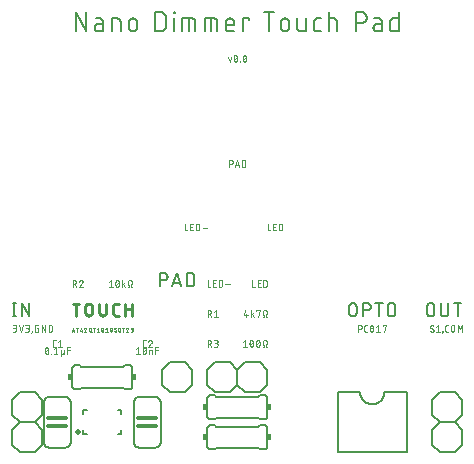
<source format=gbr>
G04 EAGLE Gerber RS-274X export*
G75*
%MOMM*%
%FSLAX34Y34*%
%LPD*%
%INSilkscreen Top*%
%IPPOS*%
%AMOC8*
5,1,8,0,0,1.08239X$1,22.5*%
G01*
%ADD10C,0.152400*%
%ADD11C,0.050800*%
%ADD12C,0.304800*%
%ADD13C,0.127000*%
%ADD14R,0.381000X0.508000*%
%ADD15C,0.203200*%
%ADD16C,0.508000*%
%ADD17C,0.254000*%
%ADD18C,0.076200*%


D10*
X66568Y369062D02*
X66568Y385318D01*
X75599Y369062D01*
X75599Y385318D01*
X85669Y375384D02*
X89733Y375384D01*
X85669Y375384D02*
X85557Y375382D01*
X85446Y375376D01*
X85335Y375366D01*
X85224Y375353D01*
X85114Y375335D01*
X85005Y375313D01*
X84896Y375288D01*
X84788Y375259D01*
X84682Y375226D01*
X84576Y375189D01*
X84472Y375149D01*
X84370Y375105D01*
X84269Y375057D01*
X84170Y375006D01*
X84072Y374951D01*
X83977Y374893D01*
X83884Y374832D01*
X83793Y374767D01*
X83704Y374699D01*
X83618Y374628D01*
X83535Y374555D01*
X83454Y374478D01*
X83375Y374398D01*
X83300Y374316D01*
X83228Y374231D01*
X83158Y374144D01*
X83092Y374054D01*
X83029Y373962D01*
X82969Y373867D01*
X82913Y373771D01*
X82860Y373673D01*
X82811Y373573D01*
X82765Y373471D01*
X82723Y373368D01*
X82684Y373263D01*
X82649Y373157D01*
X82618Y373050D01*
X82591Y372942D01*
X82567Y372833D01*
X82548Y372723D01*
X82532Y372613D01*
X82520Y372502D01*
X82512Y372390D01*
X82508Y372279D01*
X82508Y372167D01*
X82512Y372056D01*
X82520Y371944D01*
X82532Y371833D01*
X82548Y371723D01*
X82567Y371613D01*
X82591Y371504D01*
X82618Y371396D01*
X82649Y371289D01*
X82684Y371183D01*
X82723Y371078D01*
X82765Y370975D01*
X82811Y370873D01*
X82860Y370773D01*
X82913Y370675D01*
X82969Y370579D01*
X83029Y370484D01*
X83092Y370392D01*
X83158Y370302D01*
X83228Y370215D01*
X83300Y370130D01*
X83375Y370048D01*
X83454Y369968D01*
X83535Y369891D01*
X83618Y369818D01*
X83704Y369747D01*
X83793Y369679D01*
X83884Y369614D01*
X83977Y369553D01*
X84072Y369495D01*
X84170Y369440D01*
X84269Y369389D01*
X84370Y369341D01*
X84472Y369297D01*
X84576Y369257D01*
X84682Y369220D01*
X84788Y369187D01*
X84896Y369158D01*
X85005Y369133D01*
X85114Y369111D01*
X85224Y369093D01*
X85335Y369080D01*
X85446Y369070D01*
X85557Y369064D01*
X85669Y369062D01*
X89733Y369062D01*
X89733Y377190D01*
X89732Y377190D02*
X89730Y377291D01*
X89724Y377392D01*
X89715Y377493D01*
X89702Y377594D01*
X89685Y377694D01*
X89664Y377793D01*
X89640Y377891D01*
X89612Y377988D01*
X89580Y378085D01*
X89545Y378180D01*
X89506Y378273D01*
X89464Y378365D01*
X89418Y378456D01*
X89369Y378545D01*
X89317Y378631D01*
X89261Y378716D01*
X89203Y378799D01*
X89141Y378879D01*
X89076Y378957D01*
X89009Y379033D01*
X88939Y379106D01*
X88866Y379176D01*
X88790Y379243D01*
X88712Y379308D01*
X88632Y379370D01*
X88549Y379428D01*
X88464Y379484D01*
X88378Y379536D01*
X88289Y379585D01*
X88198Y379631D01*
X88106Y379673D01*
X88013Y379712D01*
X87918Y379747D01*
X87821Y379779D01*
X87724Y379807D01*
X87626Y379831D01*
X87527Y379852D01*
X87427Y379869D01*
X87326Y379882D01*
X87225Y379891D01*
X87124Y379897D01*
X87023Y379899D01*
X83411Y379899D01*
X97170Y379899D02*
X97170Y369062D01*
X97170Y379899D02*
X101686Y379899D01*
X101790Y379897D01*
X101893Y379891D01*
X101997Y379881D01*
X102100Y379867D01*
X102202Y379849D01*
X102303Y379828D01*
X102404Y379802D01*
X102503Y379773D01*
X102602Y379740D01*
X102699Y379703D01*
X102794Y379662D01*
X102888Y379618D01*
X102980Y379570D01*
X103070Y379519D01*
X103159Y379464D01*
X103245Y379406D01*
X103328Y379344D01*
X103410Y379280D01*
X103488Y379212D01*
X103564Y379142D01*
X103638Y379069D01*
X103708Y378992D01*
X103776Y378914D01*
X103840Y378832D01*
X103902Y378749D01*
X103960Y378663D01*
X104015Y378574D01*
X104066Y378484D01*
X104114Y378392D01*
X104158Y378298D01*
X104199Y378203D01*
X104236Y378106D01*
X104269Y378007D01*
X104298Y377908D01*
X104324Y377807D01*
X104345Y377706D01*
X104363Y377604D01*
X104377Y377501D01*
X104387Y377397D01*
X104393Y377294D01*
X104395Y377190D01*
X104395Y369062D01*
X111238Y372674D02*
X111238Y376287D01*
X111239Y376287D02*
X111241Y376406D01*
X111247Y376526D01*
X111257Y376645D01*
X111271Y376763D01*
X111288Y376882D01*
X111310Y376999D01*
X111335Y377116D01*
X111365Y377231D01*
X111398Y377346D01*
X111435Y377460D01*
X111475Y377572D01*
X111520Y377683D01*
X111568Y377792D01*
X111619Y377900D01*
X111674Y378006D01*
X111733Y378110D01*
X111795Y378212D01*
X111860Y378312D01*
X111929Y378410D01*
X112001Y378506D01*
X112076Y378599D01*
X112153Y378689D01*
X112234Y378777D01*
X112318Y378862D01*
X112405Y378944D01*
X112494Y379024D01*
X112586Y379100D01*
X112680Y379174D01*
X112777Y379244D01*
X112875Y379311D01*
X112976Y379375D01*
X113080Y379435D01*
X113185Y379492D01*
X113292Y379545D01*
X113400Y379595D01*
X113510Y379641D01*
X113622Y379683D01*
X113735Y379722D01*
X113849Y379757D01*
X113964Y379788D01*
X114081Y379816D01*
X114198Y379839D01*
X114315Y379859D01*
X114434Y379875D01*
X114553Y379887D01*
X114672Y379895D01*
X114791Y379899D01*
X114911Y379899D01*
X115030Y379895D01*
X115149Y379887D01*
X115268Y379875D01*
X115387Y379859D01*
X115504Y379839D01*
X115621Y379816D01*
X115738Y379788D01*
X115853Y379757D01*
X115967Y379722D01*
X116080Y379683D01*
X116192Y379641D01*
X116302Y379595D01*
X116410Y379545D01*
X116517Y379492D01*
X116622Y379435D01*
X116726Y379375D01*
X116827Y379311D01*
X116925Y379244D01*
X117022Y379174D01*
X117116Y379100D01*
X117208Y379024D01*
X117297Y378944D01*
X117384Y378862D01*
X117468Y378777D01*
X117549Y378689D01*
X117626Y378599D01*
X117701Y378506D01*
X117773Y378410D01*
X117842Y378312D01*
X117907Y378212D01*
X117969Y378110D01*
X118028Y378006D01*
X118083Y377900D01*
X118134Y377792D01*
X118182Y377683D01*
X118227Y377572D01*
X118267Y377460D01*
X118304Y377346D01*
X118337Y377231D01*
X118367Y377116D01*
X118392Y376999D01*
X118414Y376882D01*
X118431Y376763D01*
X118445Y376645D01*
X118455Y376526D01*
X118461Y376406D01*
X118463Y376287D01*
X118463Y372674D01*
X118461Y372555D01*
X118455Y372435D01*
X118445Y372316D01*
X118431Y372198D01*
X118414Y372079D01*
X118392Y371962D01*
X118367Y371845D01*
X118337Y371730D01*
X118304Y371615D01*
X118267Y371501D01*
X118227Y371389D01*
X118182Y371278D01*
X118134Y371169D01*
X118083Y371061D01*
X118028Y370955D01*
X117969Y370851D01*
X117907Y370749D01*
X117842Y370649D01*
X117773Y370551D01*
X117701Y370455D01*
X117626Y370362D01*
X117549Y370272D01*
X117468Y370184D01*
X117384Y370099D01*
X117297Y370017D01*
X117208Y369937D01*
X117116Y369861D01*
X117022Y369787D01*
X116925Y369717D01*
X116827Y369650D01*
X116726Y369586D01*
X116622Y369526D01*
X116517Y369469D01*
X116410Y369416D01*
X116302Y369366D01*
X116192Y369320D01*
X116080Y369278D01*
X115967Y369239D01*
X115853Y369204D01*
X115738Y369173D01*
X115621Y369145D01*
X115504Y369122D01*
X115387Y369102D01*
X115268Y369086D01*
X115149Y369074D01*
X115030Y369066D01*
X114911Y369062D01*
X114791Y369062D01*
X114672Y369066D01*
X114553Y369074D01*
X114434Y369086D01*
X114315Y369102D01*
X114198Y369122D01*
X114081Y369145D01*
X113964Y369173D01*
X113849Y369204D01*
X113735Y369239D01*
X113622Y369278D01*
X113510Y369320D01*
X113400Y369366D01*
X113292Y369416D01*
X113185Y369469D01*
X113080Y369526D01*
X112976Y369586D01*
X112875Y369650D01*
X112777Y369717D01*
X112680Y369787D01*
X112586Y369861D01*
X112494Y369937D01*
X112405Y370017D01*
X112318Y370099D01*
X112234Y370184D01*
X112153Y370272D01*
X112076Y370362D01*
X112001Y370455D01*
X111929Y370551D01*
X111860Y370649D01*
X111795Y370749D01*
X111733Y370851D01*
X111674Y370955D01*
X111619Y371061D01*
X111568Y371169D01*
X111520Y371278D01*
X111475Y371389D01*
X111435Y371501D01*
X111398Y371615D01*
X111365Y371730D01*
X111335Y371845D01*
X111310Y371962D01*
X111288Y372079D01*
X111271Y372198D01*
X111257Y372316D01*
X111247Y372435D01*
X111241Y372555D01*
X111239Y372674D01*
X133782Y369062D02*
X133782Y385318D01*
X138298Y385318D01*
X138429Y385316D01*
X138561Y385310D01*
X138692Y385301D01*
X138822Y385287D01*
X138953Y385270D01*
X139082Y385249D01*
X139211Y385225D01*
X139339Y385196D01*
X139467Y385164D01*
X139593Y385128D01*
X139718Y385089D01*
X139843Y385046D01*
X139965Y384999D01*
X140087Y384949D01*
X140207Y384895D01*
X140325Y384838D01*
X140441Y384777D01*
X140556Y384713D01*
X140669Y384646D01*
X140780Y384575D01*
X140888Y384501D01*
X140995Y384424D01*
X141099Y384344D01*
X141201Y384261D01*
X141300Y384176D01*
X141397Y384087D01*
X141491Y383995D01*
X141583Y383901D01*
X141672Y383804D01*
X141757Y383705D01*
X141840Y383603D01*
X141920Y383499D01*
X141997Y383392D01*
X142071Y383284D01*
X142142Y383173D01*
X142209Y383060D01*
X142273Y382945D01*
X142334Y382829D01*
X142391Y382711D01*
X142445Y382591D01*
X142495Y382469D01*
X142542Y382347D01*
X142585Y382222D01*
X142624Y382097D01*
X142660Y381971D01*
X142692Y381843D01*
X142721Y381715D01*
X142745Y381586D01*
X142766Y381457D01*
X142783Y381326D01*
X142797Y381196D01*
X142806Y381065D01*
X142812Y380933D01*
X142814Y380802D01*
X142813Y380802D02*
X142813Y373578D01*
X142814Y373578D02*
X142812Y373447D01*
X142806Y373315D01*
X142797Y373184D01*
X142783Y373054D01*
X142766Y372923D01*
X142745Y372794D01*
X142721Y372665D01*
X142692Y372537D01*
X142660Y372409D01*
X142624Y372283D01*
X142585Y372158D01*
X142542Y372033D01*
X142495Y371911D01*
X142445Y371789D01*
X142391Y371669D01*
X142334Y371551D01*
X142273Y371435D01*
X142209Y371320D01*
X142142Y371207D01*
X142071Y371096D01*
X141997Y370988D01*
X141920Y370881D01*
X141840Y370777D01*
X141757Y370675D01*
X141672Y370576D01*
X141583Y370479D01*
X141491Y370385D01*
X141397Y370293D01*
X141300Y370204D01*
X141201Y370119D01*
X141099Y370036D01*
X140995Y369956D01*
X140888Y369879D01*
X140780Y369805D01*
X140669Y369734D01*
X140556Y369667D01*
X140441Y369603D01*
X140325Y369542D01*
X140207Y369485D01*
X140087Y369431D01*
X139965Y369381D01*
X139843Y369334D01*
X139718Y369291D01*
X139593Y369252D01*
X139467Y369216D01*
X139339Y369184D01*
X139211Y369155D01*
X139082Y369131D01*
X138952Y369110D01*
X138822Y369093D01*
X138692Y369079D01*
X138561Y369070D01*
X138429Y369064D01*
X138298Y369062D01*
X133782Y369062D01*
X149760Y369062D02*
X149760Y379899D01*
X149309Y384415D02*
X149309Y385318D01*
X150212Y385318D01*
X150212Y384415D01*
X149309Y384415D01*
X156847Y379899D02*
X156847Y369062D01*
X156847Y379899D02*
X164975Y379899D01*
X165076Y379897D01*
X165177Y379891D01*
X165278Y379882D01*
X165379Y379869D01*
X165479Y379852D01*
X165578Y379831D01*
X165676Y379807D01*
X165773Y379779D01*
X165870Y379747D01*
X165965Y379712D01*
X166058Y379673D01*
X166150Y379631D01*
X166241Y379585D01*
X166330Y379536D01*
X166416Y379484D01*
X166501Y379428D01*
X166584Y379370D01*
X166664Y379308D01*
X166742Y379243D01*
X166818Y379176D01*
X166891Y379106D01*
X166961Y379033D01*
X167028Y378957D01*
X167093Y378879D01*
X167155Y378799D01*
X167213Y378716D01*
X167269Y378631D01*
X167321Y378545D01*
X167370Y378456D01*
X167416Y378365D01*
X167458Y378273D01*
X167497Y378180D01*
X167532Y378085D01*
X167564Y377988D01*
X167592Y377891D01*
X167616Y377793D01*
X167637Y377694D01*
X167654Y377594D01*
X167667Y377493D01*
X167676Y377392D01*
X167682Y377291D01*
X167684Y377190D01*
X167684Y369062D01*
X162265Y369062D02*
X162265Y379899D01*
X175604Y379899D02*
X175604Y369062D01*
X175604Y379899D02*
X183732Y379899D01*
X183833Y379897D01*
X183934Y379891D01*
X184035Y379882D01*
X184136Y379869D01*
X184236Y379852D01*
X184335Y379831D01*
X184433Y379807D01*
X184530Y379779D01*
X184627Y379747D01*
X184722Y379712D01*
X184815Y379673D01*
X184907Y379631D01*
X184998Y379585D01*
X185087Y379536D01*
X185173Y379484D01*
X185258Y379428D01*
X185341Y379370D01*
X185421Y379308D01*
X185499Y379243D01*
X185575Y379176D01*
X185648Y379106D01*
X185718Y379033D01*
X185785Y378957D01*
X185850Y378879D01*
X185912Y378799D01*
X185970Y378716D01*
X186026Y378631D01*
X186078Y378545D01*
X186127Y378456D01*
X186173Y378365D01*
X186215Y378273D01*
X186254Y378180D01*
X186289Y378085D01*
X186321Y377988D01*
X186349Y377891D01*
X186373Y377793D01*
X186394Y377694D01*
X186411Y377594D01*
X186424Y377493D01*
X186433Y377392D01*
X186439Y377291D01*
X186441Y377190D01*
X186442Y377190D02*
X186442Y369062D01*
X181023Y369062D02*
X181023Y379899D01*
X196272Y369062D02*
X200788Y369062D01*
X196272Y369062D02*
X196171Y369064D01*
X196070Y369070D01*
X195969Y369079D01*
X195868Y369092D01*
X195768Y369109D01*
X195669Y369130D01*
X195571Y369154D01*
X195474Y369182D01*
X195377Y369214D01*
X195282Y369249D01*
X195189Y369288D01*
X195097Y369330D01*
X195006Y369376D01*
X194918Y369425D01*
X194831Y369477D01*
X194746Y369533D01*
X194663Y369591D01*
X194583Y369653D01*
X194505Y369718D01*
X194429Y369785D01*
X194356Y369855D01*
X194286Y369928D01*
X194219Y370004D01*
X194154Y370082D01*
X194092Y370162D01*
X194034Y370245D01*
X193978Y370330D01*
X193926Y370417D01*
X193877Y370505D01*
X193831Y370596D01*
X193789Y370688D01*
X193750Y370781D01*
X193715Y370876D01*
X193683Y370973D01*
X193655Y371070D01*
X193631Y371168D01*
X193610Y371267D01*
X193593Y371367D01*
X193580Y371468D01*
X193571Y371569D01*
X193565Y371670D01*
X193563Y371771D01*
X193563Y376287D01*
X193565Y376406D01*
X193571Y376526D01*
X193581Y376645D01*
X193595Y376763D01*
X193612Y376882D01*
X193634Y376999D01*
X193659Y377116D01*
X193689Y377231D01*
X193722Y377346D01*
X193759Y377460D01*
X193799Y377572D01*
X193844Y377683D01*
X193892Y377792D01*
X193943Y377900D01*
X193998Y378006D01*
X194057Y378110D01*
X194119Y378212D01*
X194184Y378312D01*
X194253Y378410D01*
X194325Y378506D01*
X194400Y378599D01*
X194477Y378689D01*
X194558Y378777D01*
X194642Y378862D01*
X194729Y378944D01*
X194818Y379024D01*
X194910Y379100D01*
X195004Y379174D01*
X195101Y379244D01*
X195199Y379311D01*
X195300Y379375D01*
X195404Y379435D01*
X195509Y379492D01*
X195616Y379545D01*
X195724Y379595D01*
X195834Y379641D01*
X195946Y379683D01*
X196059Y379722D01*
X196173Y379757D01*
X196288Y379788D01*
X196405Y379816D01*
X196522Y379839D01*
X196639Y379859D01*
X196758Y379875D01*
X196877Y379887D01*
X196996Y379895D01*
X197115Y379899D01*
X197235Y379899D01*
X197354Y379895D01*
X197473Y379887D01*
X197592Y379875D01*
X197711Y379859D01*
X197828Y379839D01*
X197945Y379816D01*
X198062Y379788D01*
X198177Y379757D01*
X198291Y379722D01*
X198404Y379683D01*
X198516Y379641D01*
X198626Y379595D01*
X198734Y379545D01*
X198841Y379492D01*
X198946Y379435D01*
X199050Y379375D01*
X199151Y379311D01*
X199249Y379244D01*
X199346Y379174D01*
X199440Y379100D01*
X199532Y379024D01*
X199621Y378944D01*
X199708Y378862D01*
X199792Y378777D01*
X199873Y378689D01*
X199950Y378599D01*
X200025Y378506D01*
X200097Y378410D01*
X200166Y378312D01*
X200231Y378212D01*
X200293Y378110D01*
X200352Y378006D01*
X200407Y377900D01*
X200458Y377792D01*
X200506Y377683D01*
X200551Y377572D01*
X200591Y377460D01*
X200628Y377346D01*
X200661Y377231D01*
X200691Y377116D01*
X200716Y376999D01*
X200738Y376882D01*
X200755Y376763D01*
X200769Y376645D01*
X200779Y376526D01*
X200785Y376406D01*
X200787Y376287D01*
X200788Y376287D02*
X200788Y374481D01*
X193563Y374481D01*
X207716Y369062D02*
X207716Y379899D01*
X213134Y379899D01*
X213134Y378093D01*
X230001Y385318D02*
X230001Y369062D01*
X225485Y385318D02*
X234516Y385318D01*
X239935Y376287D02*
X239935Y372674D01*
X239936Y376287D02*
X239938Y376406D01*
X239944Y376526D01*
X239954Y376645D01*
X239968Y376763D01*
X239985Y376882D01*
X240007Y376999D01*
X240032Y377116D01*
X240062Y377231D01*
X240095Y377346D01*
X240132Y377460D01*
X240172Y377572D01*
X240217Y377683D01*
X240265Y377792D01*
X240316Y377900D01*
X240371Y378006D01*
X240430Y378110D01*
X240492Y378212D01*
X240557Y378312D01*
X240626Y378410D01*
X240698Y378506D01*
X240773Y378599D01*
X240850Y378689D01*
X240931Y378777D01*
X241015Y378862D01*
X241102Y378944D01*
X241191Y379024D01*
X241283Y379100D01*
X241377Y379174D01*
X241474Y379244D01*
X241572Y379311D01*
X241673Y379375D01*
X241777Y379435D01*
X241882Y379492D01*
X241989Y379545D01*
X242097Y379595D01*
X242207Y379641D01*
X242319Y379683D01*
X242432Y379722D01*
X242546Y379757D01*
X242661Y379788D01*
X242778Y379816D01*
X242895Y379839D01*
X243012Y379859D01*
X243131Y379875D01*
X243250Y379887D01*
X243369Y379895D01*
X243488Y379899D01*
X243608Y379899D01*
X243727Y379895D01*
X243846Y379887D01*
X243965Y379875D01*
X244084Y379859D01*
X244201Y379839D01*
X244318Y379816D01*
X244435Y379788D01*
X244550Y379757D01*
X244664Y379722D01*
X244777Y379683D01*
X244889Y379641D01*
X244999Y379595D01*
X245107Y379545D01*
X245214Y379492D01*
X245319Y379435D01*
X245423Y379375D01*
X245524Y379311D01*
X245622Y379244D01*
X245719Y379174D01*
X245813Y379100D01*
X245905Y379024D01*
X245994Y378944D01*
X246081Y378862D01*
X246165Y378777D01*
X246246Y378689D01*
X246323Y378599D01*
X246398Y378506D01*
X246470Y378410D01*
X246539Y378312D01*
X246604Y378212D01*
X246666Y378110D01*
X246725Y378006D01*
X246780Y377900D01*
X246831Y377792D01*
X246879Y377683D01*
X246924Y377572D01*
X246964Y377460D01*
X247001Y377346D01*
X247034Y377231D01*
X247064Y377116D01*
X247089Y376999D01*
X247111Y376882D01*
X247128Y376763D01*
X247142Y376645D01*
X247152Y376526D01*
X247158Y376406D01*
X247160Y376287D01*
X247160Y372674D01*
X247158Y372555D01*
X247152Y372435D01*
X247142Y372316D01*
X247128Y372198D01*
X247111Y372079D01*
X247089Y371962D01*
X247064Y371845D01*
X247034Y371730D01*
X247001Y371615D01*
X246964Y371501D01*
X246924Y371389D01*
X246879Y371278D01*
X246831Y371169D01*
X246780Y371061D01*
X246725Y370955D01*
X246666Y370851D01*
X246604Y370749D01*
X246539Y370649D01*
X246470Y370551D01*
X246398Y370455D01*
X246323Y370362D01*
X246246Y370272D01*
X246165Y370184D01*
X246081Y370099D01*
X245994Y370017D01*
X245905Y369937D01*
X245813Y369861D01*
X245719Y369787D01*
X245622Y369717D01*
X245524Y369650D01*
X245423Y369586D01*
X245319Y369526D01*
X245214Y369469D01*
X245107Y369416D01*
X244999Y369366D01*
X244889Y369320D01*
X244777Y369278D01*
X244664Y369239D01*
X244550Y369204D01*
X244435Y369173D01*
X244318Y369145D01*
X244201Y369122D01*
X244084Y369102D01*
X243965Y369086D01*
X243846Y369074D01*
X243727Y369066D01*
X243608Y369062D01*
X243488Y369062D01*
X243369Y369066D01*
X243250Y369074D01*
X243131Y369086D01*
X243012Y369102D01*
X242895Y369122D01*
X242778Y369145D01*
X242661Y369173D01*
X242546Y369204D01*
X242432Y369239D01*
X242319Y369278D01*
X242207Y369320D01*
X242097Y369366D01*
X241989Y369416D01*
X241882Y369469D01*
X241777Y369526D01*
X241673Y369586D01*
X241572Y369650D01*
X241474Y369717D01*
X241377Y369787D01*
X241283Y369861D01*
X241191Y369937D01*
X241102Y370017D01*
X241015Y370099D01*
X240931Y370184D01*
X240850Y370272D01*
X240773Y370362D01*
X240698Y370455D01*
X240626Y370551D01*
X240557Y370649D01*
X240492Y370749D01*
X240430Y370851D01*
X240371Y370955D01*
X240316Y371061D01*
X240265Y371169D01*
X240217Y371278D01*
X240172Y371389D01*
X240132Y371501D01*
X240095Y371615D01*
X240062Y371730D01*
X240032Y371845D01*
X240007Y371962D01*
X239985Y372079D01*
X239968Y372198D01*
X239954Y372316D01*
X239944Y372435D01*
X239938Y372555D01*
X239936Y372674D01*
X254004Y371771D02*
X254004Y379899D01*
X254004Y371771D02*
X254006Y371670D01*
X254012Y371569D01*
X254021Y371468D01*
X254034Y371367D01*
X254051Y371267D01*
X254072Y371168D01*
X254096Y371070D01*
X254124Y370973D01*
X254156Y370876D01*
X254191Y370781D01*
X254230Y370688D01*
X254272Y370596D01*
X254318Y370505D01*
X254367Y370417D01*
X254419Y370330D01*
X254475Y370245D01*
X254533Y370162D01*
X254595Y370082D01*
X254660Y370004D01*
X254727Y369928D01*
X254797Y369855D01*
X254870Y369785D01*
X254946Y369718D01*
X255024Y369653D01*
X255104Y369591D01*
X255187Y369533D01*
X255272Y369477D01*
X255359Y369425D01*
X255447Y369376D01*
X255538Y369330D01*
X255630Y369288D01*
X255723Y369249D01*
X255818Y369214D01*
X255915Y369182D01*
X256012Y369154D01*
X256110Y369130D01*
X256209Y369109D01*
X256309Y369092D01*
X256410Y369079D01*
X256511Y369070D01*
X256612Y369064D01*
X256713Y369062D01*
X261228Y369062D01*
X261228Y379899D01*
X270799Y369062D02*
X274411Y369062D01*
X270799Y369062D02*
X270698Y369064D01*
X270597Y369070D01*
X270496Y369079D01*
X270395Y369092D01*
X270295Y369109D01*
X270196Y369130D01*
X270098Y369154D01*
X270001Y369182D01*
X269904Y369214D01*
X269809Y369249D01*
X269716Y369288D01*
X269624Y369330D01*
X269533Y369376D01*
X269445Y369425D01*
X269358Y369477D01*
X269273Y369533D01*
X269190Y369591D01*
X269110Y369653D01*
X269032Y369718D01*
X268956Y369785D01*
X268883Y369855D01*
X268813Y369928D01*
X268746Y370004D01*
X268681Y370082D01*
X268619Y370162D01*
X268561Y370245D01*
X268505Y370330D01*
X268453Y370417D01*
X268404Y370505D01*
X268358Y370596D01*
X268316Y370688D01*
X268277Y370781D01*
X268242Y370876D01*
X268210Y370973D01*
X268182Y371070D01*
X268158Y371168D01*
X268137Y371267D01*
X268120Y371367D01*
X268107Y371468D01*
X268098Y371569D01*
X268092Y371670D01*
X268090Y371771D01*
X268089Y371771D02*
X268089Y377190D01*
X268090Y377190D02*
X268092Y377291D01*
X268098Y377392D01*
X268107Y377493D01*
X268120Y377594D01*
X268137Y377694D01*
X268158Y377793D01*
X268182Y377891D01*
X268210Y377988D01*
X268242Y378085D01*
X268277Y378180D01*
X268316Y378273D01*
X268358Y378365D01*
X268404Y378456D01*
X268453Y378545D01*
X268505Y378631D01*
X268561Y378716D01*
X268619Y378799D01*
X268681Y378879D01*
X268746Y378957D01*
X268813Y379033D01*
X268883Y379106D01*
X268956Y379176D01*
X269032Y379243D01*
X269110Y379308D01*
X269190Y379370D01*
X269273Y379428D01*
X269358Y379484D01*
X269445Y379536D01*
X269533Y379585D01*
X269624Y379631D01*
X269716Y379673D01*
X269809Y379712D01*
X269904Y379747D01*
X270001Y379779D01*
X270098Y379807D01*
X270196Y379831D01*
X270295Y379852D01*
X270395Y379869D01*
X270496Y379882D01*
X270597Y379891D01*
X270698Y379897D01*
X270799Y379899D01*
X274411Y379899D01*
X280577Y385318D02*
X280577Y369062D01*
X280577Y379899D02*
X285092Y379899D01*
X285196Y379897D01*
X285299Y379891D01*
X285403Y379881D01*
X285506Y379867D01*
X285608Y379849D01*
X285709Y379828D01*
X285810Y379802D01*
X285909Y379773D01*
X286008Y379740D01*
X286105Y379703D01*
X286200Y379662D01*
X286294Y379618D01*
X286386Y379570D01*
X286476Y379519D01*
X286565Y379464D01*
X286651Y379406D01*
X286734Y379344D01*
X286816Y379280D01*
X286894Y379212D01*
X286970Y379142D01*
X287044Y379069D01*
X287114Y378992D01*
X287182Y378914D01*
X287246Y378832D01*
X287308Y378749D01*
X287366Y378663D01*
X287421Y378574D01*
X287472Y378484D01*
X287520Y378392D01*
X287564Y378298D01*
X287605Y378203D01*
X287642Y378106D01*
X287675Y378007D01*
X287704Y377908D01*
X287730Y377807D01*
X287751Y377706D01*
X287769Y377604D01*
X287783Y377501D01*
X287793Y377397D01*
X287799Y377294D01*
X287801Y377190D01*
X287801Y369062D01*
X303852Y369062D02*
X303852Y385318D01*
X308368Y385318D01*
X308501Y385316D01*
X308633Y385310D01*
X308765Y385300D01*
X308897Y385287D01*
X309029Y385269D01*
X309159Y385248D01*
X309290Y385223D01*
X309419Y385194D01*
X309547Y385161D01*
X309675Y385125D01*
X309801Y385085D01*
X309926Y385041D01*
X310050Y384993D01*
X310172Y384942D01*
X310293Y384887D01*
X310412Y384829D01*
X310530Y384767D01*
X310645Y384702D01*
X310759Y384633D01*
X310870Y384562D01*
X310979Y384486D01*
X311086Y384408D01*
X311191Y384327D01*
X311293Y384242D01*
X311393Y384155D01*
X311490Y384065D01*
X311585Y383972D01*
X311676Y383876D01*
X311765Y383778D01*
X311851Y383677D01*
X311934Y383573D01*
X312014Y383467D01*
X312090Y383359D01*
X312164Y383249D01*
X312234Y383136D01*
X312301Y383022D01*
X312364Y382905D01*
X312424Y382787D01*
X312481Y382667D01*
X312534Y382545D01*
X312583Y382422D01*
X312629Y382298D01*
X312671Y382172D01*
X312709Y382045D01*
X312744Y381917D01*
X312775Y381788D01*
X312802Y381659D01*
X312825Y381528D01*
X312845Y381397D01*
X312860Y381265D01*
X312872Y381133D01*
X312880Y381001D01*
X312884Y380868D01*
X312884Y380736D01*
X312880Y380603D01*
X312872Y380471D01*
X312860Y380339D01*
X312845Y380207D01*
X312825Y380076D01*
X312802Y379945D01*
X312775Y379816D01*
X312744Y379687D01*
X312709Y379559D01*
X312671Y379432D01*
X312629Y379306D01*
X312583Y379182D01*
X312534Y379059D01*
X312481Y378937D01*
X312424Y378817D01*
X312364Y378699D01*
X312301Y378582D01*
X312234Y378468D01*
X312164Y378355D01*
X312090Y378245D01*
X312014Y378137D01*
X311934Y378031D01*
X311851Y377927D01*
X311765Y377826D01*
X311676Y377728D01*
X311585Y377632D01*
X311490Y377539D01*
X311393Y377449D01*
X311293Y377362D01*
X311191Y377277D01*
X311086Y377196D01*
X310979Y377118D01*
X310870Y377042D01*
X310759Y376971D01*
X310645Y376902D01*
X310530Y376837D01*
X310412Y376775D01*
X310293Y376717D01*
X310172Y376662D01*
X310050Y376611D01*
X309926Y376563D01*
X309801Y376519D01*
X309675Y376479D01*
X309547Y376443D01*
X309419Y376410D01*
X309290Y376381D01*
X309159Y376356D01*
X309029Y376335D01*
X308897Y376317D01*
X308765Y376304D01*
X308633Y376294D01*
X308501Y376288D01*
X308368Y376286D01*
X308368Y376287D02*
X303852Y376287D01*
X321700Y375384D02*
X325764Y375384D01*
X321700Y375384D02*
X321588Y375382D01*
X321477Y375376D01*
X321366Y375366D01*
X321255Y375353D01*
X321145Y375335D01*
X321036Y375313D01*
X320927Y375288D01*
X320819Y375259D01*
X320713Y375226D01*
X320607Y375189D01*
X320503Y375149D01*
X320401Y375105D01*
X320300Y375057D01*
X320201Y375006D01*
X320103Y374951D01*
X320008Y374893D01*
X319915Y374832D01*
X319824Y374767D01*
X319735Y374699D01*
X319649Y374628D01*
X319566Y374555D01*
X319485Y374478D01*
X319406Y374398D01*
X319331Y374316D01*
X319259Y374231D01*
X319189Y374144D01*
X319123Y374054D01*
X319060Y373962D01*
X319000Y373867D01*
X318944Y373771D01*
X318891Y373673D01*
X318842Y373573D01*
X318796Y373471D01*
X318754Y373368D01*
X318715Y373263D01*
X318680Y373157D01*
X318649Y373050D01*
X318622Y372942D01*
X318598Y372833D01*
X318579Y372723D01*
X318563Y372613D01*
X318551Y372502D01*
X318543Y372390D01*
X318539Y372279D01*
X318539Y372167D01*
X318543Y372056D01*
X318551Y371944D01*
X318563Y371833D01*
X318579Y371723D01*
X318598Y371613D01*
X318622Y371504D01*
X318649Y371396D01*
X318680Y371289D01*
X318715Y371183D01*
X318754Y371078D01*
X318796Y370975D01*
X318842Y370873D01*
X318891Y370773D01*
X318944Y370675D01*
X319000Y370579D01*
X319060Y370484D01*
X319123Y370392D01*
X319189Y370302D01*
X319259Y370215D01*
X319331Y370130D01*
X319406Y370048D01*
X319485Y369968D01*
X319566Y369891D01*
X319649Y369818D01*
X319735Y369747D01*
X319824Y369679D01*
X319915Y369614D01*
X320008Y369553D01*
X320103Y369495D01*
X320201Y369440D01*
X320300Y369389D01*
X320401Y369341D01*
X320503Y369297D01*
X320607Y369257D01*
X320713Y369220D01*
X320819Y369187D01*
X320927Y369158D01*
X321036Y369133D01*
X321145Y369111D01*
X321255Y369093D01*
X321366Y369080D01*
X321477Y369070D01*
X321588Y369064D01*
X321700Y369062D01*
X325764Y369062D01*
X325764Y377190D01*
X325762Y377291D01*
X325756Y377392D01*
X325747Y377493D01*
X325734Y377594D01*
X325717Y377694D01*
X325696Y377793D01*
X325672Y377891D01*
X325644Y377988D01*
X325612Y378085D01*
X325577Y378180D01*
X325538Y378273D01*
X325496Y378365D01*
X325450Y378456D01*
X325401Y378545D01*
X325349Y378631D01*
X325293Y378716D01*
X325235Y378799D01*
X325173Y378879D01*
X325108Y378957D01*
X325041Y379033D01*
X324971Y379106D01*
X324898Y379176D01*
X324822Y379243D01*
X324744Y379308D01*
X324664Y379370D01*
X324581Y379428D01*
X324496Y379484D01*
X324410Y379536D01*
X324321Y379585D01*
X324230Y379631D01*
X324138Y379673D01*
X324045Y379712D01*
X323950Y379747D01*
X323853Y379779D01*
X323756Y379807D01*
X323658Y379831D01*
X323559Y379852D01*
X323459Y379869D01*
X323358Y379882D01*
X323257Y379891D01*
X323156Y379897D01*
X323055Y379899D01*
X319442Y379899D01*
X339832Y385318D02*
X339832Y369062D01*
X335317Y369062D01*
X335216Y369064D01*
X335115Y369070D01*
X335014Y369079D01*
X334913Y369092D01*
X334813Y369109D01*
X334714Y369130D01*
X334616Y369154D01*
X334519Y369182D01*
X334422Y369214D01*
X334327Y369249D01*
X334234Y369288D01*
X334142Y369330D01*
X334051Y369376D01*
X333963Y369425D01*
X333876Y369477D01*
X333791Y369533D01*
X333708Y369591D01*
X333628Y369653D01*
X333550Y369718D01*
X333474Y369785D01*
X333401Y369855D01*
X333331Y369928D01*
X333264Y370004D01*
X333199Y370082D01*
X333137Y370162D01*
X333079Y370245D01*
X333023Y370330D01*
X332971Y370417D01*
X332922Y370505D01*
X332876Y370596D01*
X332834Y370688D01*
X332795Y370781D01*
X332760Y370876D01*
X332728Y370973D01*
X332700Y371070D01*
X332676Y371168D01*
X332655Y371267D01*
X332638Y371367D01*
X332625Y371468D01*
X332616Y371569D01*
X332610Y371670D01*
X332608Y371771D01*
X332607Y371771D02*
X332607Y377190D01*
X332608Y377190D02*
X332610Y377291D01*
X332616Y377392D01*
X332625Y377493D01*
X332638Y377594D01*
X332655Y377694D01*
X332676Y377793D01*
X332700Y377891D01*
X332728Y377988D01*
X332760Y378085D01*
X332795Y378180D01*
X332834Y378273D01*
X332876Y378365D01*
X332922Y378456D01*
X332971Y378545D01*
X333023Y378631D01*
X333079Y378716D01*
X333137Y378799D01*
X333199Y378879D01*
X333264Y378957D01*
X333331Y379033D01*
X333401Y379106D01*
X333474Y379176D01*
X333550Y379243D01*
X333628Y379308D01*
X333708Y379370D01*
X333791Y379428D01*
X333876Y379484D01*
X333963Y379536D01*
X334051Y379585D01*
X334142Y379631D01*
X334234Y379673D01*
X334327Y379712D01*
X334422Y379747D01*
X334519Y379779D01*
X334616Y379807D01*
X334714Y379831D01*
X334813Y379852D01*
X334913Y379869D01*
X335014Y379882D01*
X335115Y379891D01*
X335216Y379897D01*
X335317Y379899D01*
X339832Y379899D01*
D11*
X196735Y343154D02*
X195494Y346879D01*
X197977Y346879D02*
X196735Y343154D01*
X200121Y345948D02*
X200123Y346079D01*
X200128Y346209D01*
X200138Y346339D01*
X200151Y346469D01*
X200167Y346599D01*
X200187Y346728D01*
X200211Y346856D01*
X200239Y346983D01*
X200270Y347110D01*
X200305Y347236D01*
X200343Y347361D01*
X200385Y347485D01*
X200430Y347607D01*
X200479Y347728D01*
X200531Y347848D01*
X200587Y347966D01*
X200586Y347966D02*
X200609Y348026D01*
X200635Y348086D01*
X200664Y348143D01*
X200697Y348199D01*
X200733Y348253D01*
X200771Y348305D01*
X200813Y348355D01*
X200857Y348402D01*
X200904Y348447D01*
X200954Y348489D01*
X201005Y348528D01*
X201059Y348564D01*
X201115Y348597D01*
X201172Y348627D01*
X201231Y348654D01*
X201292Y348677D01*
X201353Y348697D01*
X201416Y348713D01*
X201480Y348726D01*
X201544Y348735D01*
X201608Y348740D01*
X201673Y348742D01*
X201738Y348740D01*
X201802Y348735D01*
X201866Y348726D01*
X201930Y348713D01*
X201993Y348697D01*
X202054Y348677D01*
X202115Y348654D01*
X202174Y348627D01*
X202231Y348597D01*
X202287Y348564D01*
X202341Y348528D01*
X202392Y348489D01*
X202442Y348447D01*
X202489Y348402D01*
X202533Y348355D01*
X202575Y348305D01*
X202613Y348253D01*
X202649Y348199D01*
X202682Y348143D01*
X202711Y348086D01*
X202737Y348026D01*
X202760Y347966D01*
X202816Y347848D01*
X202868Y347728D01*
X202917Y347607D01*
X202962Y347485D01*
X203004Y347361D01*
X203042Y347236D01*
X203077Y347110D01*
X203108Y346984D01*
X203136Y346856D01*
X203160Y346728D01*
X203180Y346599D01*
X203196Y346469D01*
X203209Y346339D01*
X203219Y346209D01*
X203224Y346079D01*
X203226Y345948D01*
X200121Y345948D02*
X200123Y345817D01*
X200128Y345687D01*
X200138Y345557D01*
X200151Y345427D01*
X200167Y345297D01*
X200187Y345168D01*
X200211Y345040D01*
X200239Y344913D01*
X200270Y344786D01*
X200305Y344660D01*
X200343Y344535D01*
X200385Y344411D01*
X200430Y344289D01*
X200479Y344168D01*
X200531Y344048D01*
X200587Y343930D01*
X200586Y343930D02*
X200609Y343870D01*
X200635Y343810D01*
X200664Y343753D01*
X200697Y343697D01*
X200733Y343643D01*
X200771Y343591D01*
X200813Y343541D01*
X200857Y343494D01*
X200904Y343449D01*
X200954Y343407D01*
X201005Y343368D01*
X201059Y343332D01*
X201115Y343299D01*
X201172Y343269D01*
X201231Y343242D01*
X201292Y343219D01*
X201353Y343199D01*
X201416Y343183D01*
X201480Y343170D01*
X201544Y343161D01*
X201608Y343156D01*
X201673Y343154D01*
X202760Y343930D02*
X202816Y344048D01*
X202868Y344168D01*
X202917Y344289D01*
X202962Y344411D01*
X203004Y344535D01*
X203042Y344660D01*
X203077Y344786D01*
X203108Y344912D01*
X203136Y345040D01*
X203160Y345168D01*
X203180Y345297D01*
X203196Y345427D01*
X203209Y345557D01*
X203219Y345687D01*
X203224Y345817D01*
X203226Y345948D01*
X202760Y343930D02*
X202737Y343870D01*
X202711Y343810D01*
X202682Y343753D01*
X202649Y343697D01*
X202613Y343643D01*
X202575Y343591D01*
X202533Y343541D01*
X202489Y343494D01*
X202442Y343449D01*
X202392Y343407D01*
X202341Y343368D01*
X202287Y343332D01*
X202231Y343299D01*
X202174Y343269D01*
X202115Y343242D01*
X202054Y343219D01*
X201993Y343199D01*
X201930Y343183D01*
X201866Y343170D01*
X201802Y343161D01*
X201738Y343156D01*
X201673Y343154D01*
X200431Y344396D02*
X202915Y347500D01*
X205358Y343464D02*
X205358Y343154D01*
X205358Y343464D02*
X205669Y343464D01*
X205669Y343154D01*
X205358Y343154D01*
X207802Y345948D02*
X207804Y346079D01*
X207809Y346209D01*
X207819Y346339D01*
X207832Y346469D01*
X207848Y346599D01*
X207868Y346728D01*
X207892Y346856D01*
X207920Y346983D01*
X207951Y347110D01*
X207986Y347236D01*
X208024Y347361D01*
X208066Y347485D01*
X208111Y347607D01*
X208160Y347728D01*
X208212Y347848D01*
X208268Y347966D01*
X208267Y347966D02*
X208290Y348026D01*
X208316Y348086D01*
X208345Y348143D01*
X208378Y348199D01*
X208414Y348253D01*
X208452Y348305D01*
X208494Y348355D01*
X208538Y348402D01*
X208585Y348447D01*
X208635Y348489D01*
X208686Y348528D01*
X208740Y348564D01*
X208796Y348597D01*
X208853Y348627D01*
X208912Y348654D01*
X208973Y348677D01*
X209034Y348697D01*
X209097Y348713D01*
X209161Y348726D01*
X209225Y348735D01*
X209289Y348740D01*
X209354Y348742D01*
X209419Y348740D01*
X209483Y348735D01*
X209547Y348726D01*
X209611Y348713D01*
X209674Y348697D01*
X209735Y348677D01*
X209796Y348654D01*
X209855Y348627D01*
X209912Y348597D01*
X209968Y348564D01*
X210022Y348528D01*
X210073Y348489D01*
X210123Y348447D01*
X210170Y348402D01*
X210214Y348355D01*
X210256Y348305D01*
X210294Y348253D01*
X210330Y348199D01*
X210363Y348143D01*
X210392Y348086D01*
X210418Y348026D01*
X210441Y347966D01*
X210497Y347848D01*
X210549Y347728D01*
X210598Y347607D01*
X210643Y347485D01*
X210685Y347361D01*
X210723Y347236D01*
X210758Y347110D01*
X210789Y346984D01*
X210817Y346856D01*
X210841Y346728D01*
X210861Y346599D01*
X210877Y346469D01*
X210890Y346339D01*
X210900Y346209D01*
X210905Y346079D01*
X210907Y345948D01*
X207802Y345948D02*
X207804Y345817D01*
X207809Y345687D01*
X207819Y345557D01*
X207832Y345427D01*
X207848Y345297D01*
X207868Y345168D01*
X207892Y345040D01*
X207920Y344913D01*
X207951Y344786D01*
X207986Y344660D01*
X208024Y344535D01*
X208066Y344411D01*
X208111Y344289D01*
X208160Y344168D01*
X208212Y344048D01*
X208268Y343930D01*
X208267Y343930D02*
X208290Y343870D01*
X208316Y343810D01*
X208345Y343753D01*
X208378Y343697D01*
X208414Y343643D01*
X208452Y343591D01*
X208494Y343541D01*
X208538Y343494D01*
X208585Y343449D01*
X208635Y343407D01*
X208686Y343368D01*
X208740Y343332D01*
X208796Y343299D01*
X208853Y343269D01*
X208912Y343242D01*
X208973Y343219D01*
X209034Y343199D01*
X209097Y343183D01*
X209161Y343170D01*
X209225Y343161D01*
X209289Y343156D01*
X209354Y343154D01*
X210440Y343930D02*
X210496Y344048D01*
X210548Y344168D01*
X210597Y344289D01*
X210642Y344411D01*
X210684Y344535D01*
X210722Y344660D01*
X210757Y344786D01*
X210788Y344912D01*
X210816Y345040D01*
X210840Y345168D01*
X210860Y345297D01*
X210876Y345427D01*
X210889Y345557D01*
X210899Y345687D01*
X210904Y345817D01*
X210906Y345948D01*
X210441Y343930D02*
X210418Y343870D01*
X210392Y343810D01*
X210363Y343753D01*
X210330Y343697D01*
X210294Y343643D01*
X210256Y343591D01*
X210214Y343541D01*
X210170Y343494D01*
X210123Y343449D01*
X210073Y343407D01*
X210022Y343368D01*
X209968Y343332D01*
X209912Y343299D01*
X209855Y343269D01*
X209796Y343242D01*
X209735Y343219D01*
X209674Y343199D01*
X209611Y343183D01*
X209547Y343170D01*
X209483Y343161D01*
X209419Y343156D01*
X209354Y343154D01*
X208112Y344396D02*
X210596Y347500D01*
D10*
X57150Y59690D02*
X44450Y59690D01*
X57150Y59690D02*
X57290Y59688D01*
X57430Y59682D01*
X57570Y59673D01*
X57709Y59659D01*
X57848Y59642D01*
X57986Y59621D01*
X58124Y59596D01*
X58261Y59567D01*
X58397Y59535D01*
X58532Y59498D01*
X58666Y59458D01*
X58799Y59415D01*
X58931Y59367D01*
X59062Y59317D01*
X59191Y59262D01*
X59318Y59204D01*
X59444Y59143D01*
X59568Y59078D01*
X59690Y59009D01*
X59810Y58938D01*
X59928Y58863D01*
X60045Y58785D01*
X60159Y58703D01*
X60270Y58619D01*
X60379Y58531D01*
X60486Y58441D01*
X60591Y58347D01*
X60692Y58251D01*
X60791Y58152D01*
X60887Y58051D01*
X60981Y57946D01*
X61071Y57839D01*
X61159Y57730D01*
X61243Y57619D01*
X61325Y57505D01*
X61403Y57388D01*
X61478Y57270D01*
X61549Y57150D01*
X61618Y57028D01*
X61683Y56904D01*
X61744Y56778D01*
X61802Y56651D01*
X61857Y56522D01*
X61907Y56391D01*
X61955Y56259D01*
X61998Y56126D01*
X62038Y55992D01*
X62075Y55857D01*
X62107Y55721D01*
X62136Y55584D01*
X62161Y55446D01*
X62182Y55308D01*
X62199Y55169D01*
X62213Y55030D01*
X62222Y54890D01*
X62228Y54750D01*
X62230Y54610D01*
X44450Y59690D02*
X44310Y59688D01*
X44170Y59682D01*
X44030Y59673D01*
X43891Y59659D01*
X43752Y59642D01*
X43614Y59621D01*
X43476Y59596D01*
X43339Y59567D01*
X43203Y59535D01*
X43068Y59498D01*
X42934Y59458D01*
X42801Y59415D01*
X42669Y59367D01*
X42538Y59317D01*
X42409Y59262D01*
X42282Y59204D01*
X42156Y59143D01*
X42032Y59078D01*
X41910Y59009D01*
X41790Y58938D01*
X41672Y58863D01*
X41555Y58785D01*
X41441Y58703D01*
X41330Y58619D01*
X41221Y58531D01*
X41114Y58441D01*
X41009Y58347D01*
X40908Y58251D01*
X40809Y58152D01*
X40713Y58051D01*
X40619Y57946D01*
X40529Y57839D01*
X40441Y57730D01*
X40357Y57619D01*
X40275Y57505D01*
X40197Y57388D01*
X40122Y57270D01*
X40051Y57150D01*
X39982Y57028D01*
X39917Y56904D01*
X39856Y56778D01*
X39798Y56651D01*
X39743Y56522D01*
X39693Y56391D01*
X39645Y56259D01*
X39602Y56126D01*
X39562Y55992D01*
X39525Y55857D01*
X39493Y55721D01*
X39464Y55584D01*
X39439Y55446D01*
X39418Y55308D01*
X39401Y55169D01*
X39387Y55030D01*
X39378Y54890D01*
X39372Y54750D01*
X39370Y54610D01*
X62230Y54610D02*
X62230Y21590D01*
X57150Y16510D02*
X44450Y16510D01*
X39370Y21590D02*
X39370Y54610D01*
X62230Y21590D02*
X62228Y21450D01*
X62222Y21310D01*
X62213Y21170D01*
X62199Y21031D01*
X62182Y20892D01*
X62161Y20754D01*
X62136Y20616D01*
X62107Y20479D01*
X62075Y20343D01*
X62038Y20208D01*
X61998Y20074D01*
X61955Y19941D01*
X61907Y19809D01*
X61857Y19678D01*
X61802Y19549D01*
X61744Y19422D01*
X61683Y19296D01*
X61618Y19172D01*
X61549Y19050D01*
X61478Y18930D01*
X61403Y18812D01*
X61325Y18695D01*
X61243Y18581D01*
X61159Y18470D01*
X61071Y18361D01*
X60981Y18254D01*
X60887Y18149D01*
X60791Y18048D01*
X60692Y17949D01*
X60591Y17853D01*
X60486Y17759D01*
X60379Y17669D01*
X60270Y17581D01*
X60159Y17497D01*
X60045Y17415D01*
X59928Y17337D01*
X59810Y17262D01*
X59690Y17191D01*
X59568Y17122D01*
X59444Y17057D01*
X59318Y16996D01*
X59191Y16938D01*
X59062Y16883D01*
X58931Y16833D01*
X58799Y16785D01*
X58666Y16742D01*
X58532Y16702D01*
X58397Y16665D01*
X58261Y16633D01*
X58124Y16604D01*
X57986Y16579D01*
X57848Y16558D01*
X57709Y16541D01*
X57570Y16527D01*
X57430Y16518D01*
X57290Y16512D01*
X57150Y16510D01*
X44450Y16510D02*
X44310Y16512D01*
X44170Y16518D01*
X44030Y16527D01*
X43891Y16541D01*
X43752Y16558D01*
X43614Y16579D01*
X43476Y16604D01*
X43339Y16633D01*
X43203Y16665D01*
X43068Y16702D01*
X42934Y16742D01*
X42801Y16785D01*
X42669Y16833D01*
X42538Y16883D01*
X42409Y16938D01*
X42282Y16996D01*
X42156Y17057D01*
X42032Y17122D01*
X41910Y17191D01*
X41790Y17262D01*
X41672Y17337D01*
X41555Y17415D01*
X41441Y17497D01*
X41330Y17581D01*
X41221Y17669D01*
X41114Y17759D01*
X41009Y17853D01*
X40908Y17949D01*
X40809Y18048D01*
X40713Y18149D01*
X40619Y18254D01*
X40529Y18361D01*
X40441Y18470D01*
X40357Y18581D01*
X40275Y18695D01*
X40197Y18812D01*
X40122Y18930D01*
X40051Y19050D01*
X39982Y19172D01*
X39917Y19296D01*
X39856Y19422D01*
X39798Y19549D01*
X39743Y19678D01*
X39693Y19809D01*
X39645Y19941D01*
X39602Y20074D01*
X39562Y20208D01*
X39525Y20343D01*
X39493Y20479D01*
X39464Y20616D01*
X39439Y20754D01*
X39418Y20892D01*
X39401Y21031D01*
X39387Y21170D01*
X39378Y21310D01*
X39372Y21450D01*
X39370Y21590D01*
D12*
X43180Y41148D02*
X58420Y41148D01*
X58420Y34798D02*
X43180Y34798D01*
D11*
X48195Y101854D02*
X49437Y101854D01*
X48195Y101854D02*
X48125Y101856D01*
X48056Y101862D01*
X47987Y101872D01*
X47919Y101885D01*
X47851Y101903D01*
X47785Y101924D01*
X47720Y101949D01*
X47656Y101977D01*
X47594Y102009D01*
X47534Y102044D01*
X47476Y102083D01*
X47421Y102125D01*
X47367Y102170D01*
X47317Y102218D01*
X47269Y102268D01*
X47224Y102322D01*
X47182Y102377D01*
X47143Y102435D01*
X47108Y102495D01*
X47076Y102557D01*
X47048Y102621D01*
X47023Y102686D01*
X47002Y102752D01*
X46984Y102820D01*
X46971Y102888D01*
X46961Y102957D01*
X46955Y103026D01*
X46953Y103096D01*
X46954Y103096D02*
X46954Y106200D01*
X46953Y106200D02*
X46955Y106270D01*
X46961Y106339D01*
X46971Y106408D01*
X46984Y106476D01*
X47002Y106544D01*
X47023Y106610D01*
X47048Y106675D01*
X47076Y106739D01*
X47108Y106801D01*
X47143Y106861D01*
X47182Y106919D01*
X47224Y106974D01*
X47269Y107028D01*
X47317Y107078D01*
X47367Y107126D01*
X47421Y107171D01*
X47476Y107213D01*
X47534Y107252D01*
X47594Y107287D01*
X47656Y107319D01*
X47720Y107347D01*
X47785Y107372D01*
X47851Y107393D01*
X47919Y107411D01*
X47987Y107424D01*
X48056Y107434D01*
X48125Y107440D01*
X48195Y107442D01*
X49437Y107442D01*
X51542Y106200D02*
X53094Y107442D01*
X53094Y101854D01*
X51542Y101854D02*
X54646Y101854D01*
X40692Y100570D02*
X40636Y100452D01*
X40584Y100332D01*
X40535Y100211D01*
X40490Y100089D01*
X40448Y99965D01*
X40410Y99840D01*
X40375Y99714D01*
X40344Y99587D01*
X40316Y99460D01*
X40292Y99332D01*
X40272Y99203D01*
X40256Y99073D01*
X40243Y98943D01*
X40233Y98813D01*
X40228Y98683D01*
X40226Y98552D01*
X40691Y100570D02*
X40714Y100630D01*
X40740Y100690D01*
X40769Y100747D01*
X40802Y100803D01*
X40838Y100857D01*
X40876Y100909D01*
X40918Y100959D01*
X40962Y101006D01*
X41009Y101051D01*
X41059Y101093D01*
X41110Y101132D01*
X41164Y101168D01*
X41220Y101201D01*
X41277Y101231D01*
X41336Y101258D01*
X41397Y101281D01*
X41458Y101301D01*
X41521Y101317D01*
X41585Y101330D01*
X41649Y101339D01*
X41713Y101344D01*
X41778Y101346D01*
X41843Y101344D01*
X41907Y101339D01*
X41971Y101330D01*
X42035Y101317D01*
X42098Y101301D01*
X42159Y101281D01*
X42220Y101258D01*
X42279Y101231D01*
X42336Y101201D01*
X42392Y101168D01*
X42446Y101132D01*
X42497Y101093D01*
X42547Y101051D01*
X42594Y101006D01*
X42638Y100959D01*
X42680Y100909D01*
X42718Y100857D01*
X42754Y100803D01*
X42787Y100747D01*
X42816Y100690D01*
X42842Y100630D01*
X42865Y100570D01*
X42921Y100452D01*
X42973Y100332D01*
X43022Y100211D01*
X43067Y100089D01*
X43109Y99965D01*
X43147Y99840D01*
X43182Y99714D01*
X43213Y99588D01*
X43241Y99460D01*
X43265Y99332D01*
X43285Y99203D01*
X43301Y99073D01*
X43314Y98943D01*
X43324Y98813D01*
X43329Y98683D01*
X43331Y98552D01*
X40226Y98552D02*
X40228Y98421D01*
X40233Y98291D01*
X40243Y98161D01*
X40256Y98031D01*
X40272Y97901D01*
X40292Y97772D01*
X40316Y97644D01*
X40344Y97517D01*
X40375Y97390D01*
X40410Y97264D01*
X40448Y97139D01*
X40490Y97015D01*
X40535Y96893D01*
X40584Y96772D01*
X40636Y96652D01*
X40692Y96534D01*
X40691Y96534D02*
X40714Y96474D01*
X40740Y96414D01*
X40769Y96357D01*
X40802Y96301D01*
X40838Y96247D01*
X40876Y96195D01*
X40918Y96145D01*
X40962Y96098D01*
X41009Y96053D01*
X41059Y96011D01*
X41110Y95972D01*
X41164Y95936D01*
X41220Y95903D01*
X41277Y95873D01*
X41336Y95846D01*
X41397Y95823D01*
X41458Y95803D01*
X41521Y95787D01*
X41585Y95774D01*
X41649Y95765D01*
X41713Y95760D01*
X41778Y95758D01*
X42864Y96534D02*
X42920Y96652D01*
X42972Y96772D01*
X43021Y96893D01*
X43066Y97015D01*
X43108Y97139D01*
X43146Y97264D01*
X43181Y97390D01*
X43212Y97516D01*
X43240Y97644D01*
X43264Y97772D01*
X43284Y97901D01*
X43300Y98031D01*
X43313Y98161D01*
X43323Y98291D01*
X43328Y98421D01*
X43330Y98552D01*
X42865Y96534D02*
X42842Y96474D01*
X42816Y96414D01*
X42787Y96357D01*
X42754Y96301D01*
X42718Y96247D01*
X42680Y96195D01*
X42638Y96145D01*
X42594Y96098D01*
X42547Y96053D01*
X42497Y96011D01*
X42446Y95972D01*
X42392Y95936D01*
X42336Y95903D01*
X42279Y95873D01*
X42220Y95846D01*
X42159Y95823D01*
X42098Y95803D01*
X42035Y95787D01*
X41971Y95774D01*
X41907Y95765D01*
X41843Y95760D01*
X41778Y95758D01*
X40536Y97000D02*
X43020Y100104D01*
X45463Y96068D02*
X45463Y95758D01*
X45463Y96068D02*
X45774Y96068D01*
X45774Y95758D01*
X45463Y95758D01*
X47907Y100104D02*
X49459Y101346D01*
X49459Y95758D01*
X47907Y95758D02*
X51011Y95758D01*
X53722Y93895D02*
X53722Y99483D01*
X56206Y99483D02*
X56206Y97000D01*
X56204Y96930D01*
X56198Y96861D01*
X56188Y96792D01*
X56175Y96724D01*
X56157Y96656D01*
X56136Y96590D01*
X56111Y96525D01*
X56083Y96461D01*
X56051Y96399D01*
X56016Y96339D01*
X55977Y96281D01*
X55935Y96226D01*
X55890Y96172D01*
X55842Y96122D01*
X55792Y96074D01*
X55738Y96029D01*
X55683Y95987D01*
X55625Y95948D01*
X55565Y95913D01*
X55503Y95881D01*
X55439Y95853D01*
X55374Y95828D01*
X55308Y95807D01*
X55240Y95789D01*
X55172Y95776D01*
X55103Y95766D01*
X55034Y95760D01*
X54964Y95758D01*
X54894Y95760D01*
X54825Y95766D01*
X54756Y95776D01*
X54688Y95789D01*
X54620Y95807D01*
X54554Y95828D01*
X54489Y95853D01*
X54425Y95881D01*
X54363Y95913D01*
X54303Y95948D01*
X54245Y95987D01*
X54190Y96029D01*
X54136Y96074D01*
X54086Y96122D01*
X54038Y96172D01*
X53993Y96226D01*
X53951Y96281D01*
X53912Y96339D01*
X53877Y96399D01*
X53845Y96461D01*
X53817Y96525D01*
X53792Y96590D01*
X53771Y96656D01*
X53753Y96724D01*
X53740Y96792D01*
X53730Y96861D01*
X53724Y96930D01*
X53722Y97000D01*
X56206Y97000D02*
X56206Y96379D01*
X56208Y96330D01*
X56214Y96282D01*
X56223Y96234D01*
X56236Y96187D01*
X56253Y96141D01*
X56274Y96097D01*
X56298Y96055D01*
X56325Y96014D01*
X56355Y95976D01*
X56388Y95940D01*
X56424Y95907D01*
X56462Y95877D01*
X56503Y95849D01*
X56545Y95826D01*
X56589Y95805D01*
X56635Y95788D01*
X56682Y95775D01*
X56730Y95766D01*
X56778Y95760D01*
X56827Y95758D01*
X58891Y95758D02*
X58891Y101346D01*
X61374Y101346D01*
X61374Y98862D02*
X58891Y98862D01*
D10*
X120650Y16510D02*
X133350Y16510D01*
X120650Y16510D02*
X120510Y16512D01*
X120370Y16518D01*
X120230Y16527D01*
X120091Y16541D01*
X119952Y16558D01*
X119814Y16579D01*
X119676Y16604D01*
X119539Y16633D01*
X119403Y16665D01*
X119268Y16702D01*
X119134Y16742D01*
X119001Y16785D01*
X118869Y16833D01*
X118738Y16883D01*
X118609Y16938D01*
X118482Y16996D01*
X118356Y17057D01*
X118232Y17122D01*
X118110Y17191D01*
X117990Y17262D01*
X117872Y17337D01*
X117755Y17415D01*
X117641Y17497D01*
X117530Y17581D01*
X117421Y17669D01*
X117314Y17759D01*
X117209Y17853D01*
X117108Y17949D01*
X117009Y18048D01*
X116913Y18149D01*
X116819Y18254D01*
X116729Y18361D01*
X116641Y18470D01*
X116557Y18581D01*
X116475Y18695D01*
X116397Y18812D01*
X116322Y18930D01*
X116251Y19050D01*
X116182Y19172D01*
X116117Y19296D01*
X116056Y19422D01*
X115998Y19549D01*
X115943Y19678D01*
X115893Y19809D01*
X115845Y19941D01*
X115802Y20074D01*
X115762Y20208D01*
X115725Y20343D01*
X115693Y20479D01*
X115664Y20616D01*
X115639Y20754D01*
X115618Y20892D01*
X115601Y21031D01*
X115587Y21170D01*
X115578Y21310D01*
X115572Y21450D01*
X115570Y21590D01*
X133350Y16510D02*
X133490Y16512D01*
X133630Y16518D01*
X133770Y16527D01*
X133909Y16541D01*
X134048Y16558D01*
X134186Y16579D01*
X134324Y16604D01*
X134461Y16633D01*
X134597Y16665D01*
X134732Y16702D01*
X134866Y16742D01*
X134999Y16785D01*
X135131Y16833D01*
X135262Y16883D01*
X135391Y16938D01*
X135518Y16996D01*
X135644Y17057D01*
X135768Y17122D01*
X135890Y17191D01*
X136010Y17262D01*
X136128Y17337D01*
X136245Y17415D01*
X136359Y17497D01*
X136470Y17581D01*
X136579Y17669D01*
X136686Y17759D01*
X136791Y17853D01*
X136892Y17949D01*
X136991Y18048D01*
X137087Y18149D01*
X137181Y18254D01*
X137271Y18361D01*
X137359Y18470D01*
X137443Y18581D01*
X137525Y18695D01*
X137603Y18812D01*
X137678Y18930D01*
X137749Y19050D01*
X137818Y19172D01*
X137883Y19296D01*
X137944Y19422D01*
X138002Y19549D01*
X138057Y19678D01*
X138107Y19809D01*
X138155Y19941D01*
X138198Y20074D01*
X138238Y20208D01*
X138275Y20343D01*
X138307Y20479D01*
X138336Y20616D01*
X138361Y20754D01*
X138382Y20892D01*
X138399Y21031D01*
X138413Y21170D01*
X138422Y21310D01*
X138428Y21450D01*
X138430Y21590D01*
X115570Y21590D02*
X115570Y54610D01*
X120650Y59690D02*
X133350Y59690D01*
X138430Y54610D02*
X138430Y21590D01*
X115570Y54610D02*
X115572Y54750D01*
X115578Y54890D01*
X115587Y55030D01*
X115601Y55169D01*
X115618Y55308D01*
X115639Y55446D01*
X115664Y55584D01*
X115693Y55721D01*
X115725Y55857D01*
X115762Y55992D01*
X115802Y56126D01*
X115845Y56259D01*
X115893Y56391D01*
X115943Y56522D01*
X115998Y56651D01*
X116056Y56778D01*
X116117Y56904D01*
X116182Y57028D01*
X116251Y57150D01*
X116322Y57270D01*
X116397Y57388D01*
X116475Y57505D01*
X116557Y57619D01*
X116641Y57730D01*
X116729Y57839D01*
X116819Y57946D01*
X116913Y58051D01*
X117009Y58152D01*
X117108Y58251D01*
X117209Y58347D01*
X117314Y58441D01*
X117421Y58531D01*
X117530Y58619D01*
X117641Y58703D01*
X117755Y58785D01*
X117872Y58863D01*
X117990Y58938D01*
X118110Y59009D01*
X118232Y59078D01*
X118356Y59143D01*
X118482Y59204D01*
X118609Y59262D01*
X118738Y59317D01*
X118869Y59367D01*
X119001Y59415D01*
X119134Y59458D01*
X119268Y59498D01*
X119403Y59535D01*
X119539Y59567D01*
X119676Y59596D01*
X119814Y59621D01*
X119952Y59642D01*
X120091Y59659D01*
X120230Y59673D01*
X120370Y59682D01*
X120510Y59688D01*
X120650Y59690D01*
X133350Y59690D02*
X133490Y59688D01*
X133630Y59682D01*
X133770Y59673D01*
X133909Y59659D01*
X134048Y59642D01*
X134186Y59621D01*
X134324Y59596D01*
X134461Y59567D01*
X134597Y59535D01*
X134732Y59498D01*
X134866Y59458D01*
X134999Y59415D01*
X135131Y59367D01*
X135262Y59317D01*
X135391Y59262D01*
X135518Y59204D01*
X135644Y59143D01*
X135768Y59078D01*
X135890Y59009D01*
X136010Y58938D01*
X136128Y58863D01*
X136245Y58785D01*
X136359Y58703D01*
X136470Y58619D01*
X136579Y58531D01*
X136686Y58441D01*
X136791Y58347D01*
X136892Y58251D01*
X136991Y58152D01*
X137087Y58051D01*
X137181Y57946D01*
X137271Y57839D01*
X137359Y57730D01*
X137443Y57619D01*
X137525Y57505D01*
X137603Y57388D01*
X137678Y57270D01*
X137749Y57150D01*
X137818Y57028D01*
X137883Y56904D01*
X137944Y56778D01*
X138002Y56651D01*
X138057Y56522D01*
X138107Y56391D01*
X138155Y56259D01*
X138198Y56126D01*
X138238Y55992D01*
X138275Y55857D01*
X138307Y55721D01*
X138336Y55584D01*
X138361Y55446D01*
X138382Y55308D01*
X138399Y55169D01*
X138413Y55030D01*
X138422Y54890D01*
X138428Y54750D01*
X138430Y54610D01*
D12*
X134620Y35052D02*
X119380Y35052D01*
X119380Y41402D02*
X134620Y41402D01*
D11*
X125637Y101854D02*
X124395Y101854D01*
X124325Y101856D01*
X124256Y101862D01*
X124187Y101872D01*
X124119Y101885D01*
X124051Y101903D01*
X123985Y101924D01*
X123920Y101949D01*
X123856Y101977D01*
X123794Y102009D01*
X123734Y102044D01*
X123676Y102083D01*
X123621Y102125D01*
X123567Y102170D01*
X123517Y102218D01*
X123469Y102268D01*
X123424Y102322D01*
X123382Y102377D01*
X123343Y102435D01*
X123308Y102495D01*
X123276Y102557D01*
X123248Y102621D01*
X123223Y102686D01*
X123202Y102752D01*
X123184Y102820D01*
X123171Y102888D01*
X123161Y102957D01*
X123155Y103026D01*
X123153Y103096D01*
X123154Y103096D02*
X123154Y106200D01*
X123153Y106200D02*
X123155Y106270D01*
X123161Y106339D01*
X123171Y106408D01*
X123184Y106476D01*
X123202Y106544D01*
X123223Y106610D01*
X123248Y106675D01*
X123276Y106739D01*
X123308Y106801D01*
X123343Y106861D01*
X123382Y106919D01*
X123424Y106974D01*
X123469Y107028D01*
X123517Y107078D01*
X123567Y107126D01*
X123621Y107171D01*
X123676Y107213D01*
X123734Y107252D01*
X123794Y107287D01*
X123856Y107319D01*
X123920Y107347D01*
X123985Y107372D01*
X124051Y107393D01*
X124119Y107411D01*
X124187Y107424D01*
X124256Y107434D01*
X124325Y107440D01*
X124395Y107442D01*
X125637Y107442D01*
X129449Y107442D02*
X129522Y107440D01*
X129595Y107434D01*
X129668Y107425D01*
X129739Y107411D01*
X129811Y107394D01*
X129881Y107374D01*
X129950Y107349D01*
X130017Y107321D01*
X130083Y107290D01*
X130148Y107255D01*
X130210Y107217D01*
X130270Y107175D01*
X130328Y107131D01*
X130384Y107083D01*
X130437Y107033D01*
X130487Y106980D01*
X130535Y106924D01*
X130579Y106866D01*
X130621Y106806D01*
X130659Y106744D01*
X130694Y106679D01*
X130725Y106613D01*
X130753Y106546D01*
X130778Y106477D01*
X130798Y106407D01*
X130815Y106335D01*
X130829Y106264D01*
X130838Y106191D01*
X130844Y106118D01*
X130846Y106045D01*
X129449Y107442D02*
X129365Y107440D01*
X129282Y107434D01*
X129199Y107425D01*
X129117Y107411D01*
X129035Y107394D01*
X128954Y107372D01*
X128874Y107347D01*
X128796Y107319D01*
X128718Y107287D01*
X128643Y107251D01*
X128569Y107212D01*
X128497Y107169D01*
X128427Y107123D01*
X128360Y107074D01*
X128294Y107021D01*
X128232Y106966D01*
X128172Y106908D01*
X128114Y106847D01*
X128060Y106784D01*
X128008Y106718D01*
X127960Y106650D01*
X127915Y106579D01*
X127873Y106507D01*
X127835Y106432D01*
X127800Y106356D01*
X127769Y106279D01*
X127741Y106200D01*
X130380Y104959D02*
X130434Y105012D01*
X130485Y105069D01*
X130533Y105128D01*
X130578Y105189D01*
X130619Y105252D01*
X130658Y105318D01*
X130693Y105385D01*
X130725Y105454D01*
X130753Y105525D01*
X130777Y105596D01*
X130798Y105669D01*
X130815Y105743D01*
X130829Y105818D01*
X130838Y105893D01*
X130844Y105969D01*
X130846Y106045D01*
X130381Y104958D02*
X127742Y101854D01*
X130846Y101854D01*
X119167Y101346D02*
X117615Y100104D01*
X119167Y101346D02*
X119167Y95758D01*
X117615Y95758D02*
X120719Y95758D01*
X123101Y98552D02*
X123103Y98683D01*
X123108Y98813D01*
X123118Y98943D01*
X123131Y99073D01*
X123147Y99203D01*
X123167Y99332D01*
X123191Y99460D01*
X123219Y99587D01*
X123250Y99714D01*
X123285Y99840D01*
X123323Y99965D01*
X123365Y100089D01*
X123410Y100211D01*
X123459Y100332D01*
X123511Y100452D01*
X123567Y100570D01*
X123566Y100570D02*
X123589Y100630D01*
X123615Y100690D01*
X123644Y100747D01*
X123677Y100803D01*
X123713Y100857D01*
X123751Y100909D01*
X123793Y100959D01*
X123837Y101006D01*
X123884Y101051D01*
X123934Y101093D01*
X123985Y101132D01*
X124039Y101168D01*
X124095Y101201D01*
X124152Y101231D01*
X124211Y101258D01*
X124272Y101281D01*
X124333Y101301D01*
X124396Y101317D01*
X124460Y101330D01*
X124524Y101339D01*
X124588Y101344D01*
X124653Y101346D01*
X124718Y101344D01*
X124782Y101339D01*
X124846Y101330D01*
X124910Y101317D01*
X124973Y101301D01*
X125034Y101281D01*
X125095Y101258D01*
X125154Y101231D01*
X125211Y101201D01*
X125267Y101168D01*
X125321Y101132D01*
X125372Y101093D01*
X125422Y101051D01*
X125469Y101006D01*
X125513Y100959D01*
X125555Y100909D01*
X125593Y100857D01*
X125629Y100803D01*
X125662Y100747D01*
X125691Y100690D01*
X125717Y100630D01*
X125740Y100570D01*
X125796Y100452D01*
X125848Y100332D01*
X125897Y100211D01*
X125942Y100089D01*
X125984Y99965D01*
X126022Y99840D01*
X126057Y99714D01*
X126088Y99588D01*
X126116Y99460D01*
X126140Y99332D01*
X126160Y99203D01*
X126176Y99073D01*
X126189Y98943D01*
X126199Y98813D01*
X126204Y98683D01*
X126206Y98552D01*
X123101Y98552D02*
X123103Y98421D01*
X123108Y98291D01*
X123118Y98161D01*
X123131Y98031D01*
X123147Y97901D01*
X123167Y97772D01*
X123191Y97644D01*
X123219Y97517D01*
X123250Y97390D01*
X123285Y97264D01*
X123323Y97139D01*
X123365Y97015D01*
X123410Y96893D01*
X123459Y96772D01*
X123511Y96652D01*
X123567Y96534D01*
X123566Y96534D02*
X123589Y96474D01*
X123615Y96414D01*
X123644Y96357D01*
X123677Y96301D01*
X123713Y96247D01*
X123751Y96195D01*
X123793Y96145D01*
X123837Y96098D01*
X123884Y96053D01*
X123934Y96011D01*
X123985Y95972D01*
X124039Y95936D01*
X124095Y95903D01*
X124152Y95873D01*
X124211Y95846D01*
X124272Y95823D01*
X124333Y95803D01*
X124396Y95787D01*
X124460Y95774D01*
X124524Y95765D01*
X124588Y95760D01*
X124653Y95758D01*
X125740Y96534D02*
X125796Y96652D01*
X125848Y96772D01*
X125897Y96893D01*
X125942Y97015D01*
X125984Y97139D01*
X126022Y97264D01*
X126057Y97390D01*
X126088Y97516D01*
X126116Y97644D01*
X126140Y97772D01*
X126160Y97901D01*
X126176Y98031D01*
X126189Y98161D01*
X126199Y98291D01*
X126204Y98421D01*
X126206Y98552D01*
X125740Y96534D02*
X125717Y96474D01*
X125691Y96414D01*
X125662Y96357D01*
X125629Y96301D01*
X125593Y96247D01*
X125555Y96195D01*
X125513Y96145D01*
X125469Y96098D01*
X125422Y96053D01*
X125372Y96011D01*
X125321Y95972D01*
X125267Y95936D01*
X125211Y95903D01*
X125154Y95873D01*
X125095Y95846D01*
X125034Y95823D01*
X124973Y95803D01*
X124910Y95787D01*
X124846Y95774D01*
X124782Y95765D01*
X124718Y95760D01*
X124653Y95758D01*
X123411Y97000D02*
X125895Y100104D01*
X128715Y99483D02*
X128715Y95758D01*
X128715Y99483D02*
X130267Y99483D01*
X130325Y99481D01*
X130384Y99476D01*
X130441Y99467D01*
X130499Y99454D01*
X130555Y99437D01*
X130610Y99418D01*
X130663Y99394D01*
X130716Y99368D01*
X130766Y99338D01*
X130814Y99305D01*
X130860Y99269D01*
X130904Y99231D01*
X130946Y99189D01*
X130984Y99145D01*
X131020Y99099D01*
X131053Y99051D01*
X131083Y99001D01*
X131109Y98948D01*
X131133Y98895D01*
X131152Y98840D01*
X131169Y98784D01*
X131182Y98726D01*
X131191Y98669D01*
X131196Y98610D01*
X131198Y98552D01*
X131198Y95758D01*
X133902Y95758D02*
X133902Y101346D01*
X136385Y101346D01*
X136385Y98862D02*
X133902Y98862D01*
D10*
X38100Y57150D02*
X38100Y44450D01*
X31750Y38100D01*
X19050Y38100D01*
X12700Y44450D01*
X19050Y63500D02*
X31750Y63500D01*
X38100Y57150D01*
X19050Y63500D02*
X12700Y57150D01*
X12700Y44450D01*
X31750Y38100D02*
X38100Y31750D01*
X38100Y19050D01*
X31750Y12700D01*
X19050Y12700D01*
X12700Y19050D01*
X12700Y31750D01*
X19050Y38100D01*
D13*
X14605Y127635D02*
X14605Y139065D01*
X13335Y127635D02*
X15875Y127635D01*
X15875Y139065D02*
X13335Y139065D01*
X20955Y139065D02*
X20955Y127635D01*
X27305Y127635D02*
X20955Y139065D01*
X27305Y139065D02*
X27305Y127635D01*
D11*
X14506Y114554D02*
X12954Y114554D01*
X14506Y114554D02*
X14583Y114556D01*
X14661Y114562D01*
X14737Y114571D01*
X14814Y114585D01*
X14889Y114602D01*
X14963Y114623D01*
X15037Y114648D01*
X15109Y114676D01*
X15179Y114708D01*
X15248Y114743D01*
X15315Y114782D01*
X15380Y114824D01*
X15443Y114869D01*
X15504Y114917D01*
X15562Y114968D01*
X15617Y115022D01*
X15670Y115079D01*
X15719Y115138D01*
X15766Y115200D01*
X15810Y115264D01*
X15850Y115330D01*
X15887Y115398D01*
X15921Y115468D01*
X15951Y115539D01*
X15977Y115612D01*
X16000Y115686D01*
X16019Y115761D01*
X16034Y115836D01*
X16046Y115913D01*
X16054Y115990D01*
X16058Y116067D01*
X16058Y116145D01*
X16054Y116222D01*
X16046Y116299D01*
X16034Y116376D01*
X16019Y116451D01*
X16000Y116526D01*
X15977Y116600D01*
X15951Y116673D01*
X15921Y116744D01*
X15887Y116814D01*
X15850Y116882D01*
X15810Y116948D01*
X15766Y117012D01*
X15719Y117074D01*
X15670Y117133D01*
X15617Y117190D01*
X15562Y117244D01*
X15504Y117295D01*
X15443Y117343D01*
X15380Y117388D01*
X15315Y117430D01*
X15248Y117469D01*
X15179Y117504D01*
X15109Y117536D01*
X15037Y117564D01*
X14963Y117589D01*
X14889Y117610D01*
X14814Y117627D01*
X14737Y117641D01*
X14661Y117650D01*
X14583Y117656D01*
X14506Y117658D01*
X14817Y120142D02*
X12954Y120142D01*
X14817Y120142D02*
X14887Y120140D01*
X14956Y120134D01*
X15025Y120124D01*
X15093Y120111D01*
X15161Y120093D01*
X15227Y120072D01*
X15292Y120047D01*
X15356Y120019D01*
X15418Y119987D01*
X15478Y119952D01*
X15536Y119913D01*
X15591Y119871D01*
X15645Y119826D01*
X15695Y119778D01*
X15743Y119728D01*
X15788Y119674D01*
X15830Y119619D01*
X15869Y119561D01*
X15904Y119501D01*
X15936Y119439D01*
X15964Y119375D01*
X15989Y119310D01*
X16010Y119244D01*
X16028Y119176D01*
X16041Y119108D01*
X16051Y119039D01*
X16057Y118970D01*
X16059Y118900D01*
X16057Y118830D01*
X16051Y118761D01*
X16041Y118692D01*
X16028Y118624D01*
X16010Y118556D01*
X15989Y118490D01*
X15964Y118425D01*
X15936Y118361D01*
X15904Y118299D01*
X15869Y118239D01*
X15830Y118181D01*
X15788Y118126D01*
X15743Y118072D01*
X15695Y118022D01*
X15645Y117974D01*
X15591Y117929D01*
X15536Y117887D01*
X15478Y117848D01*
X15418Y117813D01*
X15356Y117781D01*
X15292Y117753D01*
X15227Y117728D01*
X15161Y117707D01*
X15093Y117689D01*
X15025Y117676D01*
X14956Y117666D01*
X14887Y117660D01*
X14817Y117658D01*
X13575Y117658D01*
X18130Y120142D02*
X19993Y114554D01*
X21855Y120142D01*
X23927Y114554D02*
X25479Y114554D01*
X25556Y114556D01*
X25634Y114562D01*
X25710Y114571D01*
X25787Y114585D01*
X25862Y114602D01*
X25936Y114623D01*
X26010Y114648D01*
X26082Y114676D01*
X26152Y114708D01*
X26221Y114743D01*
X26288Y114782D01*
X26353Y114824D01*
X26416Y114869D01*
X26477Y114917D01*
X26535Y114968D01*
X26590Y115022D01*
X26643Y115079D01*
X26692Y115138D01*
X26739Y115200D01*
X26783Y115264D01*
X26823Y115330D01*
X26860Y115398D01*
X26894Y115468D01*
X26924Y115539D01*
X26950Y115612D01*
X26973Y115686D01*
X26992Y115761D01*
X27007Y115836D01*
X27019Y115913D01*
X27027Y115990D01*
X27031Y116067D01*
X27031Y116145D01*
X27027Y116222D01*
X27019Y116299D01*
X27007Y116376D01*
X26992Y116451D01*
X26973Y116526D01*
X26950Y116600D01*
X26924Y116673D01*
X26894Y116744D01*
X26860Y116814D01*
X26823Y116882D01*
X26783Y116948D01*
X26739Y117012D01*
X26692Y117074D01*
X26643Y117133D01*
X26590Y117190D01*
X26535Y117244D01*
X26477Y117295D01*
X26416Y117343D01*
X26353Y117388D01*
X26288Y117430D01*
X26221Y117469D01*
X26152Y117504D01*
X26082Y117536D01*
X26010Y117564D01*
X25936Y117589D01*
X25862Y117610D01*
X25787Y117627D01*
X25710Y117641D01*
X25634Y117650D01*
X25556Y117656D01*
X25479Y117658D01*
X25789Y120142D02*
X23927Y120142D01*
X25789Y120142D02*
X25859Y120140D01*
X25928Y120134D01*
X25997Y120124D01*
X26065Y120111D01*
X26133Y120093D01*
X26199Y120072D01*
X26264Y120047D01*
X26328Y120019D01*
X26390Y119987D01*
X26450Y119952D01*
X26508Y119913D01*
X26563Y119871D01*
X26617Y119826D01*
X26667Y119778D01*
X26715Y119728D01*
X26760Y119674D01*
X26802Y119619D01*
X26841Y119561D01*
X26876Y119501D01*
X26908Y119439D01*
X26936Y119375D01*
X26961Y119310D01*
X26982Y119244D01*
X27000Y119176D01*
X27013Y119108D01*
X27023Y119039D01*
X27029Y118970D01*
X27031Y118900D01*
X27029Y118830D01*
X27023Y118761D01*
X27013Y118692D01*
X27000Y118624D01*
X26982Y118556D01*
X26961Y118490D01*
X26936Y118425D01*
X26908Y118361D01*
X26876Y118299D01*
X26841Y118239D01*
X26802Y118181D01*
X26760Y118126D01*
X26715Y118072D01*
X26667Y118022D01*
X26617Y117974D01*
X26563Y117929D01*
X26508Y117887D01*
X26450Y117848D01*
X26390Y117813D01*
X26328Y117781D01*
X26264Y117753D01*
X26199Y117728D01*
X26133Y117707D01*
X26065Y117689D01*
X25997Y117676D01*
X25928Y117666D01*
X25859Y117660D01*
X25789Y117658D01*
X24548Y117658D01*
X29143Y114554D02*
X29453Y114554D01*
X29143Y114554D02*
X29143Y114864D01*
X29453Y114864D01*
X29453Y114554D01*
X28988Y113312D01*
X33964Y117658D02*
X34895Y117658D01*
X34895Y114554D01*
X33032Y114554D01*
X32962Y114556D01*
X32893Y114562D01*
X32824Y114572D01*
X32756Y114585D01*
X32688Y114603D01*
X32622Y114624D01*
X32557Y114649D01*
X32493Y114677D01*
X32431Y114709D01*
X32371Y114744D01*
X32313Y114783D01*
X32258Y114825D01*
X32204Y114870D01*
X32154Y114918D01*
X32106Y114968D01*
X32061Y115022D01*
X32019Y115077D01*
X31980Y115135D01*
X31945Y115195D01*
X31913Y115257D01*
X31885Y115321D01*
X31860Y115386D01*
X31839Y115452D01*
X31821Y115520D01*
X31808Y115588D01*
X31798Y115657D01*
X31792Y115726D01*
X31790Y115796D01*
X31791Y115796D02*
X31791Y118900D01*
X31790Y118900D02*
X31792Y118970D01*
X31798Y119039D01*
X31808Y119108D01*
X31821Y119176D01*
X31839Y119244D01*
X31860Y119310D01*
X31885Y119375D01*
X31913Y119439D01*
X31945Y119501D01*
X31980Y119561D01*
X32019Y119619D01*
X32061Y119674D01*
X32106Y119728D01*
X32154Y119778D01*
X32204Y119826D01*
X32258Y119871D01*
X32313Y119913D01*
X32371Y119952D01*
X32431Y119987D01*
X32493Y120019D01*
X32557Y120047D01*
X32622Y120072D01*
X32688Y120093D01*
X32756Y120111D01*
X32824Y120124D01*
X32893Y120134D01*
X32962Y120140D01*
X33032Y120142D01*
X34895Y120142D01*
X37643Y120142D02*
X37643Y114554D01*
X40747Y114554D02*
X37643Y120142D01*
X40747Y120142D02*
X40747Y114554D01*
X43495Y114554D02*
X43495Y120142D01*
X45047Y120142D01*
X45123Y120140D01*
X45199Y120135D01*
X45275Y120125D01*
X45350Y120112D01*
X45424Y120095D01*
X45498Y120075D01*
X45570Y120051D01*
X45641Y120024D01*
X45711Y119993D01*
X45779Y119959D01*
X45845Y119921D01*
X45909Y119880D01*
X45972Y119837D01*
X46032Y119790D01*
X46089Y119740D01*
X46144Y119687D01*
X46197Y119632D01*
X46247Y119575D01*
X46294Y119515D01*
X46337Y119452D01*
X46378Y119388D01*
X46416Y119322D01*
X46450Y119254D01*
X46481Y119184D01*
X46508Y119113D01*
X46532Y119040D01*
X46552Y118967D01*
X46569Y118893D01*
X46582Y118818D01*
X46592Y118742D01*
X46597Y118666D01*
X46599Y118590D01*
X46599Y116106D01*
X46597Y116027D01*
X46591Y115949D01*
X46581Y115871D01*
X46567Y115794D01*
X46549Y115717D01*
X46528Y115641D01*
X46502Y115567D01*
X46473Y115494D01*
X46440Y115423D01*
X46404Y115353D01*
X46364Y115285D01*
X46321Y115219D01*
X46274Y115156D01*
X46225Y115095D01*
X46172Y115037D01*
X46116Y114981D01*
X46058Y114928D01*
X45997Y114879D01*
X45934Y114832D01*
X45868Y114789D01*
X45800Y114749D01*
X45731Y114713D01*
X45659Y114680D01*
X45586Y114651D01*
X45512Y114625D01*
X45436Y114604D01*
X45359Y114586D01*
X45282Y114572D01*
X45204Y114562D01*
X45126Y114556D01*
X45047Y114554D01*
X43495Y114554D01*
D10*
X209550Y88900D02*
X222250Y88900D01*
X228600Y82550D01*
X228600Y69850D01*
X222250Y63500D01*
X203200Y69850D02*
X203200Y82550D01*
X209550Y88900D01*
X203200Y69850D02*
X209550Y63500D01*
X222250Y63500D01*
D11*
X215743Y152654D02*
X215743Y158242D01*
X215743Y152654D02*
X218227Y152654D01*
X220498Y152654D02*
X222981Y152654D01*
X220498Y152654D02*
X220498Y158242D01*
X222981Y158242D01*
X222360Y155758D02*
X220498Y155758D01*
X225242Y158242D02*
X225242Y152654D01*
X225242Y158242D02*
X226794Y158242D01*
X226870Y158240D01*
X226946Y158235D01*
X227022Y158225D01*
X227097Y158212D01*
X227171Y158195D01*
X227245Y158175D01*
X227317Y158151D01*
X227388Y158124D01*
X227458Y158093D01*
X227526Y158059D01*
X227592Y158021D01*
X227656Y157980D01*
X227719Y157937D01*
X227779Y157890D01*
X227836Y157840D01*
X227891Y157787D01*
X227944Y157732D01*
X227994Y157675D01*
X228041Y157615D01*
X228084Y157552D01*
X228125Y157488D01*
X228163Y157422D01*
X228197Y157354D01*
X228228Y157284D01*
X228255Y157213D01*
X228279Y157140D01*
X228299Y157067D01*
X228316Y156993D01*
X228329Y156918D01*
X228339Y156842D01*
X228344Y156766D01*
X228346Y156690D01*
X228346Y154206D01*
X228344Y154127D01*
X228338Y154049D01*
X228328Y153971D01*
X228314Y153894D01*
X228296Y153817D01*
X228275Y153741D01*
X228249Y153667D01*
X228220Y153594D01*
X228187Y153523D01*
X228151Y153453D01*
X228111Y153385D01*
X228068Y153319D01*
X228021Y153256D01*
X227972Y153195D01*
X227919Y153137D01*
X227863Y153081D01*
X227805Y153028D01*
X227744Y152979D01*
X227681Y152932D01*
X227615Y152889D01*
X227547Y152849D01*
X227478Y152813D01*
X227406Y152780D01*
X227333Y152751D01*
X227259Y152725D01*
X227183Y152704D01*
X227106Y152686D01*
X227029Y152672D01*
X226951Y152662D01*
X226873Y152656D01*
X226794Y152654D01*
X225242Y152654D01*
X228854Y200406D02*
X228854Y205994D01*
X228854Y200406D02*
X231338Y200406D01*
X233609Y200406D02*
X236092Y200406D01*
X233609Y200406D02*
X233609Y205994D01*
X236092Y205994D01*
X235471Y203510D02*
X233609Y203510D01*
X238353Y205994D02*
X238353Y200406D01*
X238353Y205994D02*
X239905Y205994D01*
X239981Y205992D01*
X240057Y205987D01*
X240133Y205977D01*
X240208Y205964D01*
X240282Y205947D01*
X240356Y205927D01*
X240428Y205903D01*
X240499Y205876D01*
X240569Y205845D01*
X240637Y205811D01*
X240703Y205773D01*
X240767Y205732D01*
X240830Y205689D01*
X240890Y205642D01*
X240947Y205592D01*
X241002Y205539D01*
X241055Y205484D01*
X241105Y205427D01*
X241152Y205367D01*
X241195Y205304D01*
X241236Y205240D01*
X241274Y205174D01*
X241308Y205106D01*
X241339Y205036D01*
X241366Y204965D01*
X241390Y204892D01*
X241410Y204819D01*
X241427Y204745D01*
X241440Y204670D01*
X241450Y204594D01*
X241455Y204518D01*
X241457Y204442D01*
X241457Y201958D01*
X241455Y201879D01*
X241449Y201801D01*
X241439Y201723D01*
X241425Y201646D01*
X241407Y201569D01*
X241386Y201493D01*
X241360Y201419D01*
X241331Y201346D01*
X241298Y201275D01*
X241262Y201205D01*
X241222Y201137D01*
X241179Y201071D01*
X241132Y201008D01*
X241083Y200947D01*
X241030Y200889D01*
X240974Y200833D01*
X240916Y200780D01*
X240855Y200731D01*
X240792Y200684D01*
X240726Y200641D01*
X240658Y200601D01*
X240589Y200565D01*
X240517Y200532D01*
X240444Y200503D01*
X240370Y200477D01*
X240294Y200456D01*
X240217Y200438D01*
X240140Y200424D01*
X240062Y200414D01*
X239984Y200408D01*
X239905Y200406D01*
X238353Y200406D01*
D10*
X196850Y88900D02*
X184150Y88900D01*
X196850Y88900D02*
X203200Y82550D01*
X203200Y69850D01*
X196850Y63500D01*
X177800Y69850D02*
X177800Y82550D01*
X184150Y88900D01*
X177800Y69850D02*
X184150Y63500D01*
X196850Y63500D01*
D11*
X178054Y152654D02*
X178054Y158242D01*
X178054Y152654D02*
X180538Y152654D01*
X182809Y152654D02*
X185292Y152654D01*
X182809Y152654D02*
X182809Y158242D01*
X185292Y158242D01*
X184671Y155758D02*
X182809Y155758D01*
X187553Y158242D02*
X187553Y152654D01*
X187553Y158242D02*
X189105Y158242D01*
X189181Y158240D01*
X189257Y158235D01*
X189333Y158225D01*
X189408Y158212D01*
X189482Y158195D01*
X189556Y158175D01*
X189628Y158151D01*
X189699Y158124D01*
X189769Y158093D01*
X189837Y158059D01*
X189903Y158021D01*
X189967Y157980D01*
X190030Y157937D01*
X190090Y157890D01*
X190147Y157840D01*
X190202Y157787D01*
X190255Y157732D01*
X190305Y157675D01*
X190352Y157615D01*
X190395Y157552D01*
X190436Y157488D01*
X190474Y157422D01*
X190508Y157354D01*
X190539Y157284D01*
X190566Y157213D01*
X190590Y157140D01*
X190610Y157067D01*
X190627Y156993D01*
X190640Y156918D01*
X190650Y156842D01*
X190655Y156766D01*
X190657Y156690D01*
X190657Y154206D01*
X190655Y154127D01*
X190649Y154049D01*
X190639Y153971D01*
X190625Y153894D01*
X190607Y153817D01*
X190586Y153741D01*
X190560Y153667D01*
X190531Y153594D01*
X190498Y153523D01*
X190462Y153453D01*
X190422Y153385D01*
X190379Y153319D01*
X190332Y153256D01*
X190283Y153195D01*
X190230Y153137D01*
X190174Y153081D01*
X190116Y153028D01*
X190055Y152979D01*
X189992Y152932D01*
X189926Y152889D01*
X189858Y152849D01*
X189789Y152813D01*
X189717Y152780D01*
X189644Y152751D01*
X189570Y152725D01*
X189494Y152704D01*
X189417Y152686D01*
X189340Y152672D01*
X189262Y152662D01*
X189184Y152656D01*
X189105Y152654D01*
X187553Y152654D01*
X193277Y154827D02*
X197002Y154827D01*
X158598Y200406D02*
X158598Y205994D01*
X158598Y200406D02*
X161081Y200406D01*
X163352Y200406D02*
X165836Y200406D01*
X163352Y200406D02*
X163352Y205994D01*
X165836Y205994D01*
X165215Y203510D02*
X163352Y203510D01*
X168096Y205994D02*
X168096Y200406D01*
X168096Y205994D02*
X169648Y205994D01*
X169724Y205992D01*
X169800Y205987D01*
X169876Y205977D01*
X169951Y205964D01*
X170025Y205947D01*
X170099Y205927D01*
X170171Y205903D01*
X170242Y205876D01*
X170312Y205845D01*
X170380Y205811D01*
X170446Y205773D01*
X170510Y205732D01*
X170573Y205689D01*
X170633Y205642D01*
X170690Y205592D01*
X170745Y205539D01*
X170798Y205484D01*
X170848Y205427D01*
X170895Y205367D01*
X170938Y205304D01*
X170979Y205240D01*
X171017Y205174D01*
X171051Y205106D01*
X171082Y205036D01*
X171109Y204965D01*
X171133Y204892D01*
X171153Y204819D01*
X171170Y204745D01*
X171183Y204670D01*
X171193Y204594D01*
X171198Y204518D01*
X171200Y204442D01*
X171201Y204442D02*
X171201Y201958D01*
X171200Y201958D02*
X171198Y201879D01*
X171192Y201801D01*
X171182Y201723D01*
X171168Y201646D01*
X171150Y201569D01*
X171129Y201493D01*
X171103Y201419D01*
X171074Y201346D01*
X171041Y201275D01*
X171005Y201205D01*
X170965Y201137D01*
X170922Y201071D01*
X170875Y201008D01*
X170826Y200947D01*
X170773Y200889D01*
X170717Y200833D01*
X170659Y200780D01*
X170598Y200731D01*
X170535Y200684D01*
X170469Y200641D01*
X170401Y200601D01*
X170332Y200565D01*
X170260Y200532D01*
X170187Y200503D01*
X170113Y200477D01*
X170037Y200456D01*
X169960Y200438D01*
X169883Y200424D01*
X169805Y200414D01*
X169727Y200408D01*
X169648Y200406D01*
X168096Y200406D01*
X173821Y202579D02*
X177546Y202579D01*
D10*
X346710Y63500D02*
X346710Y12700D01*
X288290Y12700D02*
X288290Y63500D01*
X288290Y12700D02*
X346710Y12700D01*
X346710Y63500D02*
X327660Y63500D01*
X307340Y63500D02*
X288290Y63500D01*
X307340Y63500D02*
X307343Y63253D01*
X307352Y63005D01*
X307367Y62758D01*
X307388Y62512D01*
X307415Y62266D01*
X307448Y62021D01*
X307487Y61776D01*
X307532Y61533D01*
X307583Y61291D01*
X307640Y61050D01*
X307702Y60811D01*
X307771Y60573D01*
X307845Y60337D01*
X307925Y60103D01*
X308010Y59871D01*
X308102Y59641D01*
X308198Y59413D01*
X308301Y59188D01*
X308408Y58965D01*
X308522Y58745D01*
X308640Y58528D01*
X308764Y58313D01*
X308893Y58102D01*
X309027Y57894D01*
X309166Y57689D01*
X309310Y57488D01*
X309458Y57290D01*
X309612Y57096D01*
X309770Y56906D01*
X309933Y56720D01*
X310100Y56538D01*
X310272Y56360D01*
X310448Y56186D01*
X310628Y56016D01*
X310813Y55851D01*
X311001Y55691D01*
X311193Y55535D01*
X311389Y55383D01*
X311588Y55237D01*
X311791Y55095D01*
X311998Y54959D01*
X312207Y54827D01*
X312420Y54701D01*
X312636Y54580D01*
X312854Y54464D01*
X313076Y54354D01*
X313300Y54249D01*
X313526Y54149D01*
X313755Y54055D01*
X313986Y53967D01*
X314220Y53884D01*
X314455Y53807D01*
X314692Y53736D01*
X314930Y53670D01*
X315170Y53611D01*
X315412Y53557D01*
X315655Y53509D01*
X315898Y53467D01*
X316143Y53431D01*
X316389Y53401D01*
X316635Y53377D01*
X316882Y53359D01*
X317129Y53347D01*
X317376Y53341D01*
X317624Y53341D01*
X317871Y53347D01*
X318118Y53359D01*
X318365Y53377D01*
X318611Y53401D01*
X318857Y53431D01*
X319102Y53467D01*
X319345Y53509D01*
X319588Y53557D01*
X319830Y53611D01*
X320070Y53670D01*
X320308Y53736D01*
X320545Y53807D01*
X320780Y53884D01*
X321014Y53967D01*
X321245Y54055D01*
X321474Y54149D01*
X321700Y54249D01*
X321924Y54354D01*
X322146Y54464D01*
X322364Y54580D01*
X322580Y54701D01*
X322793Y54827D01*
X323002Y54959D01*
X323209Y55095D01*
X323412Y55237D01*
X323611Y55383D01*
X323807Y55535D01*
X323999Y55691D01*
X324187Y55851D01*
X324372Y56016D01*
X324552Y56186D01*
X324728Y56360D01*
X324900Y56538D01*
X325067Y56720D01*
X325230Y56906D01*
X325388Y57096D01*
X325542Y57290D01*
X325690Y57488D01*
X325834Y57689D01*
X325973Y57894D01*
X326107Y58102D01*
X326236Y58313D01*
X326360Y58528D01*
X326478Y58745D01*
X326592Y58965D01*
X326699Y59188D01*
X326802Y59413D01*
X326898Y59641D01*
X326990Y59871D01*
X327075Y60103D01*
X327155Y60337D01*
X327229Y60573D01*
X327298Y60811D01*
X327360Y61050D01*
X327417Y61291D01*
X327468Y61533D01*
X327513Y61776D01*
X327552Y62021D01*
X327585Y62266D01*
X327612Y62512D01*
X327633Y62758D01*
X327648Y63005D01*
X327657Y63253D01*
X327660Y63500D01*
D13*
X297942Y130810D02*
X297942Y135890D01*
X297944Y136001D01*
X297950Y136111D01*
X297959Y136222D01*
X297973Y136332D01*
X297990Y136441D01*
X298011Y136550D01*
X298036Y136658D01*
X298065Y136765D01*
X298097Y136871D01*
X298133Y136976D01*
X298173Y137079D01*
X298216Y137181D01*
X298263Y137282D01*
X298314Y137381D01*
X298367Y137478D01*
X298424Y137572D01*
X298485Y137665D01*
X298548Y137756D01*
X298615Y137845D01*
X298685Y137931D01*
X298758Y138014D01*
X298833Y138096D01*
X298911Y138174D01*
X298993Y138249D01*
X299076Y138322D01*
X299162Y138392D01*
X299251Y138459D01*
X299342Y138522D01*
X299435Y138583D01*
X299530Y138640D01*
X299626Y138693D01*
X299725Y138744D01*
X299826Y138791D01*
X299928Y138834D01*
X300031Y138874D01*
X300136Y138910D01*
X300242Y138942D01*
X300349Y138971D01*
X300457Y138996D01*
X300566Y139017D01*
X300675Y139034D01*
X300785Y139048D01*
X300896Y139057D01*
X301006Y139063D01*
X301117Y139065D01*
X301228Y139063D01*
X301338Y139057D01*
X301449Y139048D01*
X301559Y139034D01*
X301668Y139017D01*
X301777Y138996D01*
X301885Y138971D01*
X301992Y138942D01*
X302098Y138910D01*
X302203Y138874D01*
X302306Y138834D01*
X302408Y138791D01*
X302509Y138744D01*
X302608Y138693D01*
X302705Y138640D01*
X302799Y138583D01*
X302892Y138522D01*
X302983Y138459D01*
X303072Y138392D01*
X303158Y138322D01*
X303241Y138249D01*
X303323Y138174D01*
X303401Y138096D01*
X303476Y138014D01*
X303549Y137931D01*
X303619Y137845D01*
X303686Y137756D01*
X303749Y137665D01*
X303810Y137572D01*
X303867Y137478D01*
X303920Y137381D01*
X303971Y137282D01*
X304018Y137181D01*
X304061Y137079D01*
X304101Y136976D01*
X304137Y136871D01*
X304169Y136765D01*
X304198Y136658D01*
X304223Y136550D01*
X304244Y136441D01*
X304261Y136332D01*
X304275Y136222D01*
X304284Y136111D01*
X304290Y136001D01*
X304292Y135890D01*
X304292Y130810D01*
X304290Y130699D01*
X304284Y130589D01*
X304275Y130478D01*
X304261Y130368D01*
X304244Y130259D01*
X304223Y130150D01*
X304198Y130042D01*
X304169Y129935D01*
X304137Y129829D01*
X304101Y129724D01*
X304061Y129621D01*
X304018Y129519D01*
X303971Y129418D01*
X303920Y129319D01*
X303867Y129222D01*
X303810Y129128D01*
X303749Y129035D01*
X303686Y128944D01*
X303619Y128855D01*
X303549Y128769D01*
X303476Y128686D01*
X303401Y128604D01*
X303323Y128526D01*
X303241Y128451D01*
X303158Y128378D01*
X303072Y128308D01*
X302983Y128241D01*
X302892Y128178D01*
X302799Y128117D01*
X302704Y128060D01*
X302608Y128007D01*
X302509Y127956D01*
X302408Y127909D01*
X302306Y127866D01*
X302203Y127826D01*
X302098Y127790D01*
X301992Y127758D01*
X301885Y127729D01*
X301777Y127704D01*
X301668Y127683D01*
X301559Y127666D01*
X301449Y127652D01*
X301338Y127643D01*
X301228Y127637D01*
X301117Y127635D01*
X301006Y127637D01*
X300896Y127643D01*
X300785Y127652D01*
X300675Y127666D01*
X300566Y127683D01*
X300457Y127704D01*
X300349Y127729D01*
X300242Y127758D01*
X300136Y127790D01*
X300031Y127826D01*
X299928Y127866D01*
X299826Y127909D01*
X299725Y127956D01*
X299626Y128007D01*
X299530Y128060D01*
X299435Y128117D01*
X299342Y128178D01*
X299251Y128241D01*
X299162Y128308D01*
X299076Y128378D01*
X298993Y128451D01*
X298911Y128526D01*
X298833Y128604D01*
X298758Y128686D01*
X298685Y128769D01*
X298615Y128855D01*
X298548Y128944D01*
X298485Y129035D01*
X298424Y129128D01*
X298367Y129223D01*
X298314Y129319D01*
X298263Y129418D01*
X298216Y129519D01*
X298173Y129621D01*
X298133Y129724D01*
X298097Y129829D01*
X298065Y129935D01*
X298036Y130042D01*
X298011Y130150D01*
X297990Y130259D01*
X297973Y130368D01*
X297959Y130478D01*
X297950Y130589D01*
X297944Y130699D01*
X297942Y130810D01*
X309944Y127635D02*
X309944Y139065D01*
X313119Y139065D01*
X313230Y139063D01*
X313340Y139057D01*
X313451Y139048D01*
X313561Y139034D01*
X313670Y139017D01*
X313779Y138996D01*
X313887Y138971D01*
X313994Y138942D01*
X314100Y138910D01*
X314205Y138874D01*
X314308Y138834D01*
X314410Y138791D01*
X314511Y138744D01*
X314610Y138693D01*
X314707Y138640D01*
X314801Y138583D01*
X314894Y138522D01*
X314985Y138459D01*
X315074Y138392D01*
X315160Y138322D01*
X315243Y138249D01*
X315325Y138174D01*
X315403Y138096D01*
X315478Y138014D01*
X315551Y137931D01*
X315621Y137845D01*
X315688Y137756D01*
X315751Y137665D01*
X315812Y137572D01*
X315869Y137477D01*
X315922Y137381D01*
X315973Y137282D01*
X316020Y137181D01*
X316063Y137079D01*
X316103Y136976D01*
X316139Y136871D01*
X316171Y136765D01*
X316200Y136658D01*
X316225Y136550D01*
X316246Y136441D01*
X316263Y136332D01*
X316277Y136222D01*
X316286Y136111D01*
X316292Y136001D01*
X316294Y135890D01*
X316292Y135779D01*
X316286Y135669D01*
X316277Y135558D01*
X316263Y135448D01*
X316246Y135339D01*
X316225Y135230D01*
X316200Y135122D01*
X316171Y135015D01*
X316139Y134909D01*
X316103Y134804D01*
X316063Y134701D01*
X316020Y134599D01*
X315973Y134498D01*
X315922Y134399D01*
X315869Y134302D01*
X315812Y134208D01*
X315751Y134115D01*
X315688Y134024D01*
X315621Y133935D01*
X315551Y133849D01*
X315478Y133766D01*
X315403Y133684D01*
X315325Y133606D01*
X315243Y133531D01*
X315160Y133458D01*
X315074Y133388D01*
X314985Y133321D01*
X314894Y133258D01*
X314801Y133197D01*
X314707Y133140D01*
X314610Y133087D01*
X314511Y133036D01*
X314410Y132989D01*
X314308Y132946D01*
X314205Y132906D01*
X314100Y132870D01*
X313994Y132838D01*
X313887Y132809D01*
X313779Y132784D01*
X313670Y132763D01*
X313561Y132746D01*
X313451Y132732D01*
X313340Y132723D01*
X313230Y132717D01*
X313119Y132715D01*
X309944Y132715D01*
X323215Y127635D02*
X323215Y139065D01*
X320040Y139065D02*
X326390Y139065D01*
X330708Y135890D02*
X330708Y130810D01*
X330708Y135890D02*
X330710Y136001D01*
X330716Y136111D01*
X330725Y136222D01*
X330739Y136332D01*
X330756Y136441D01*
X330777Y136550D01*
X330802Y136658D01*
X330831Y136765D01*
X330863Y136871D01*
X330899Y136976D01*
X330939Y137079D01*
X330982Y137181D01*
X331029Y137282D01*
X331080Y137381D01*
X331133Y137478D01*
X331190Y137572D01*
X331251Y137665D01*
X331314Y137756D01*
X331381Y137845D01*
X331451Y137931D01*
X331524Y138014D01*
X331599Y138096D01*
X331677Y138174D01*
X331759Y138249D01*
X331842Y138322D01*
X331928Y138392D01*
X332017Y138459D01*
X332108Y138522D01*
X332201Y138583D01*
X332296Y138640D01*
X332392Y138693D01*
X332491Y138744D01*
X332592Y138791D01*
X332694Y138834D01*
X332797Y138874D01*
X332902Y138910D01*
X333008Y138942D01*
X333115Y138971D01*
X333223Y138996D01*
X333332Y139017D01*
X333441Y139034D01*
X333551Y139048D01*
X333662Y139057D01*
X333772Y139063D01*
X333883Y139065D01*
X333994Y139063D01*
X334104Y139057D01*
X334215Y139048D01*
X334325Y139034D01*
X334434Y139017D01*
X334543Y138996D01*
X334651Y138971D01*
X334758Y138942D01*
X334864Y138910D01*
X334969Y138874D01*
X335072Y138834D01*
X335174Y138791D01*
X335275Y138744D01*
X335374Y138693D01*
X335471Y138640D01*
X335565Y138583D01*
X335658Y138522D01*
X335749Y138459D01*
X335838Y138392D01*
X335924Y138322D01*
X336007Y138249D01*
X336089Y138174D01*
X336167Y138096D01*
X336242Y138014D01*
X336315Y137931D01*
X336385Y137845D01*
X336452Y137756D01*
X336515Y137665D01*
X336576Y137572D01*
X336633Y137478D01*
X336686Y137381D01*
X336737Y137282D01*
X336784Y137181D01*
X336827Y137079D01*
X336867Y136976D01*
X336903Y136871D01*
X336935Y136765D01*
X336964Y136658D01*
X336989Y136550D01*
X337010Y136441D01*
X337027Y136332D01*
X337041Y136222D01*
X337050Y136111D01*
X337056Y136001D01*
X337058Y135890D01*
X337058Y130810D01*
X337056Y130699D01*
X337050Y130589D01*
X337041Y130478D01*
X337027Y130368D01*
X337010Y130259D01*
X336989Y130150D01*
X336964Y130042D01*
X336935Y129935D01*
X336903Y129829D01*
X336867Y129724D01*
X336827Y129621D01*
X336784Y129519D01*
X336737Y129418D01*
X336686Y129319D01*
X336633Y129222D01*
X336576Y129128D01*
X336515Y129035D01*
X336452Y128944D01*
X336385Y128855D01*
X336315Y128769D01*
X336242Y128686D01*
X336167Y128604D01*
X336089Y128526D01*
X336007Y128451D01*
X335924Y128378D01*
X335838Y128308D01*
X335749Y128241D01*
X335658Y128178D01*
X335565Y128117D01*
X335470Y128060D01*
X335374Y128007D01*
X335275Y127956D01*
X335174Y127909D01*
X335072Y127866D01*
X334969Y127826D01*
X334864Y127790D01*
X334758Y127758D01*
X334651Y127729D01*
X334543Y127704D01*
X334434Y127683D01*
X334325Y127666D01*
X334215Y127652D01*
X334104Y127643D01*
X333994Y127637D01*
X333883Y127635D01*
X333772Y127637D01*
X333662Y127643D01*
X333551Y127652D01*
X333441Y127666D01*
X333332Y127683D01*
X333223Y127704D01*
X333115Y127729D01*
X333008Y127758D01*
X332902Y127790D01*
X332797Y127826D01*
X332694Y127866D01*
X332592Y127909D01*
X332491Y127956D01*
X332392Y128007D01*
X332296Y128060D01*
X332201Y128117D01*
X332108Y128178D01*
X332017Y128241D01*
X331928Y128308D01*
X331842Y128378D01*
X331759Y128451D01*
X331677Y128526D01*
X331599Y128604D01*
X331524Y128686D01*
X331451Y128769D01*
X331381Y128855D01*
X331314Y128944D01*
X331251Y129035D01*
X331190Y129128D01*
X331133Y129223D01*
X331080Y129319D01*
X331029Y129418D01*
X330982Y129519D01*
X330939Y129621D01*
X330899Y129724D01*
X330863Y129829D01*
X330831Y129935D01*
X330802Y130042D01*
X330777Y130150D01*
X330756Y130259D01*
X330739Y130368D01*
X330725Y130478D01*
X330716Y130589D01*
X330710Y130699D01*
X330708Y130810D01*
D11*
X305565Y120142D02*
X305565Y114554D01*
X305565Y120142D02*
X307117Y120142D01*
X307194Y120140D01*
X307272Y120134D01*
X307348Y120125D01*
X307425Y120111D01*
X307500Y120094D01*
X307574Y120073D01*
X307648Y120048D01*
X307720Y120020D01*
X307790Y119988D01*
X307859Y119953D01*
X307926Y119914D01*
X307991Y119872D01*
X308054Y119827D01*
X308115Y119779D01*
X308173Y119728D01*
X308228Y119674D01*
X308281Y119617D01*
X308330Y119558D01*
X308377Y119496D01*
X308421Y119432D01*
X308461Y119366D01*
X308498Y119298D01*
X308532Y119228D01*
X308562Y119157D01*
X308588Y119084D01*
X308611Y119010D01*
X308630Y118935D01*
X308645Y118860D01*
X308657Y118783D01*
X308665Y118706D01*
X308669Y118629D01*
X308669Y118551D01*
X308665Y118474D01*
X308657Y118397D01*
X308645Y118320D01*
X308630Y118245D01*
X308611Y118170D01*
X308588Y118096D01*
X308562Y118023D01*
X308532Y117952D01*
X308498Y117882D01*
X308461Y117814D01*
X308421Y117748D01*
X308377Y117684D01*
X308330Y117622D01*
X308281Y117563D01*
X308228Y117506D01*
X308173Y117452D01*
X308115Y117401D01*
X308054Y117353D01*
X307991Y117308D01*
X307926Y117266D01*
X307859Y117227D01*
X307790Y117192D01*
X307720Y117160D01*
X307648Y117132D01*
X307574Y117107D01*
X307500Y117086D01*
X307425Y117069D01*
X307348Y117055D01*
X307272Y117046D01*
X307194Y117040D01*
X307117Y117038D01*
X305565Y117038D01*
X312011Y114554D02*
X313253Y114554D01*
X312011Y114554D02*
X311941Y114556D01*
X311872Y114562D01*
X311803Y114572D01*
X311735Y114585D01*
X311667Y114603D01*
X311601Y114624D01*
X311536Y114649D01*
X311472Y114677D01*
X311410Y114709D01*
X311350Y114744D01*
X311292Y114783D01*
X311237Y114825D01*
X311183Y114870D01*
X311133Y114918D01*
X311085Y114968D01*
X311040Y115022D01*
X310998Y115077D01*
X310959Y115135D01*
X310924Y115195D01*
X310892Y115257D01*
X310864Y115321D01*
X310839Y115386D01*
X310818Y115452D01*
X310800Y115520D01*
X310787Y115588D01*
X310777Y115657D01*
X310771Y115726D01*
X310769Y115796D01*
X310769Y118900D01*
X310771Y118970D01*
X310777Y119039D01*
X310787Y119108D01*
X310800Y119176D01*
X310818Y119244D01*
X310839Y119310D01*
X310864Y119375D01*
X310892Y119439D01*
X310924Y119501D01*
X310959Y119561D01*
X310998Y119619D01*
X311040Y119674D01*
X311085Y119728D01*
X311133Y119778D01*
X311183Y119826D01*
X311237Y119871D01*
X311292Y119913D01*
X311350Y119952D01*
X311410Y119987D01*
X311472Y120019D01*
X311536Y120047D01*
X311601Y120072D01*
X311667Y120093D01*
X311735Y120111D01*
X311803Y120124D01*
X311872Y120134D01*
X311941Y120140D01*
X312011Y120142D01*
X313253Y120142D01*
X315358Y116106D02*
X315360Y116183D01*
X315366Y116261D01*
X315375Y116337D01*
X315389Y116414D01*
X315406Y116489D01*
X315427Y116563D01*
X315452Y116637D01*
X315480Y116709D01*
X315512Y116779D01*
X315547Y116848D01*
X315586Y116915D01*
X315628Y116980D01*
X315673Y117043D01*
X315721Y117104D01*
X315772Y117162D01*
X315826Y117217D01*
X315883Y117270D01*
X315942Y117319D01*
X316004Y117366D01*
X316068Y117410D01*
X316134Y117450D01*
X316202Y117487D01*
X316272Y117521D01*
X316343Y117551D01*
X316416Y117577D01*
X316490Y117600D01*
X316565Y117619D01*
X316640Y117634D01*
X316717Y117646D01*
X316794Y117654D01*
X316871Y117658D01*
X316949Y117658D01*
X317026Y117654D01*
X317103Y117646D01*
X317180Y117634D01*
X317255Y117619D01*
X317330Y117600D01*
X317404Y117577D01*
X317477Y117551D01*
X317548Y117521D01*
X317618Y117487D01*
X317686Y117450D01*
X317752Y117410D01*
X317816Y117366D01*
X317878Y117319D01*
X317937Y117270D01*
X317994Y117217D01*
X318048Y117162D01*
X318099Y117104D01*
X318147Y117043D01*
X318192Y116980D01*
X318234Y116915D01*
X318273Y116848D01*
X318308Y116779D01*
X318340Y116709D01*
X318368Y116637D01*
X318393Y116563D01*
X318414Y116489D01*
X318431Y116414D01*
X318445Y116337D01*
X318454Y116261D01*
X318460Y116183D01*
X318462Y116106D01*
X318460Y116029D01*
X318454Y115951D01*
X318445Y115875D01*
X318431Y115798D01*
X318414Y115723D01*
X318393Y115649D01*
X318368Y115575D01*
X318340Y115503D01*
X318308Y115433D01*
X318273Y115364D01*
X318234Y115297D01*
X318192Y115232D01*
X318147Y115169D01*
X318099Y115108D01*
X318048Y115050D01*
X317994Y114995D01*
X317937Y114942D01*
X317878Y114893D01*
X317816Y114846D01*
X317752Y114802D01*
X317686Y114762D01*
X317618Y114725D01*
X317548Y114691D01*
X317477Y114661D01*
X317404Y114635D01*
X317330Y114612D01*
X317255Y114593D01*
X317180Y114578D01*
X317103Y114566D01*
X317026Y114558D01*
X316949Y114554D01*
X316871Y114554D01*
X316794Y114558D01*
X316717Y114566D01*
X316640Y114578D01*
X316565Y114593D01*
X316490Y114612D01*
X316416Y114635D01*
X316343Y114661D01*
X316272Y114691D01*
X316202Y114725D01*
X316134Y114762D01*
X316068Y114802D01*
X316004Y114846D01*
X315942Y114893D01*
X315883Y114942D01*
X315826Y114995D01*
X315772Y115050D01*
X315721Y115108D01*
X315673Y115169D01*
X315628Y115232D01*
X315586Y115297D01*
X315547Y115364D01*
X315512Y115433D01*
X315480Y115503D01*
X315452Y115575D01*
X315427Y115649D01*
X315406Y115723D01*
X315389Y115798D01*
X315375Y115875D01*
X315366Y115951D01*
X315360Y116029D01*
X315358Y116106D01*
X315668Y118900D02*
X315670Y118970D01*
X315676Y119039D01*
X315686Y119108D01*
X315699Y119176D01*
X315717Y119244D01*
X315738Y119310D01*
X315763Y119375D01*
X315791Y119439D01*
X315823Y119501D01*
X315858Y119561D01*
X315897Y119619D01*
X315939Y119674D01*
X315984Y119728D01*
X316032Y119778D01*
X316082Y119826D01*
X316136Y119871D01*
X316191Y119913D01*
X316249Y119952D01*
X316309Y119987D01*
X316371Y120019D01*
X316435Y120047D01*
X316500Y120072D01*
X316566Y120093D01*
X316634Y120111D01*
X316702Y120124D01*
X316771Y120134D01*
X316840Y120140D01*
X316910Y120142D01*
X316980Y120140D01*
X317049Y120134D01*
X317118Y120124D01*
X317186Y120111D01*
X317254Y120093D01*
X317320Y120072D01*
X317385Y120047D01*
X317449Y120019D01*
X317511Y119987D01*
X317571Y119952D01*
X317629Y119913D01*
X317684Y119871D01*
X317738Y119826D01*
X317788Y119778D01*
X317836Y119728D01*
X317881Y119674D01*
X317923Y119619D01*
X317962Y119561D01*
X317997Y119501D01*
X318029Y119439D01*
X318057Y119375D01*
X318082Y119310D01*
X318103Y119244D01*
X318121Y119176D01*
X318134Y119108D01*
X318144Y119039D01*
X318150Y118970D01*
X318152Y118900D01*
X318150Y118830D01*
X318144Y118761D01*
X318134Y118692D01*
X318121Y118624D01*
X318103Y118556D01*
X318082Y118490D01*
X318057Y118425D01*
X318029Y118361D01*
X317997Y118299D01*
X317962Y118239D01*
X317923Y118181D01*
X317881Y118126D01*
X317836Y118072D01*
X317788Y118022D01*
X317738Y117974D01*
X317684Y117929D01*
X317629Y117887D01*
X317571Y117848D01*
X317511Y117813D01*
X317449Y117781D01*
X317385Y117753D01*
X317320Y117728D01*
X317254Y117707D01*
X317186Y117689D01*
X317118Y117676D01*
X317049Y117666D01*
X316980Y117660D01*
X316910Y117658D01*
X316840Y117660D01*
X316771Y117666D01*
X316702Y117676D01*
X316634Y117689D01*
X316566Y117707D01*
X316500Y117728D01*
X316435Y117753D01*
X316371Y117781D01*
X316309Y117813D01*
X316249Y117848D01*
X316191Y117887D01*
X316136Y117929D01*
X316082Y117974D01*
X316032Y118022D01*
X315984Y118072D01*
X315939Y118126D01*
X315897Y118181D01*
X315858Y118239D01*
X315823Y118299D01*
X315791Y118361D01*
X315763Y118425D01*
X315738Y118490D01*
X315717Y118556D01*
X315699Y118624D01*
X315686Y118692D01*
X315676Y118761D01*
X315670Y118830D01*
X315668Y118900D01*
X320844Y118900D02*
X322396Y120142D01*
X322396Y114554D01*
X320844Y114554D02*
X323948Y114554D01*
X326330Y119521D02*
X326330Y120142D01*
X329435Y120142D01*
X327883Y114554D01*
D10*
X393700Y57150D02*
X393700Y44450D01*
X387350Y38100D01*
X374650Y38100D01*
X368300Y44450D01*
X374650Y63500D02*
X387350Y63500D01*
X393700Y57150D01*
X374650Y63500D02*
X368300Y57150D01*
X368300Y44450D01*
X387350Y38100D02*
X393700Y31750D01*
X393700Y19050D01*
X387350Y12700D01*
X374650Y12700D01*
X368300Y19050D01*
X368300Y31750D01*
X374650Y38100D01*
D13*
X363855Y130810D02*
X363855Y135890D01*
X363857Y136001D01*
X363863Y136111D01*
X363872Y136222D01*
X363886Y136332D01*
X363903Y136441D01*
X363924Y136550D01*
X363949Y136658D01*
X363978Y136765D01*
X364010Y136871D01*
X364046Y136976D01*
X364086Y137079D01*
X364129Y137181D01*
X364176Y137282D01*
X364227Y137381D01*
X364280Y137478D01*
X364337Y137572D01*
X364398Y137665D01*
X364461Y137756D01*
X364528Y137845D01*
X364598Y137931D01*
X364671Y138014D01*
X364746Y138096D01*
X364824Y138174D01*
X364906Y138249D01*
X364989Y138322D01*
X365075Y138392D01*
X365164Y138459D01*
X365255Y138522D01*
X365348Y138583D01*
X365443Y138640D01*
X365539Y138693D01*
X365638Y138744D01*
X365739Y138791D01*
X365841Y138834D01*
X365944Y138874D01*
X366049Y138910D01*
X366155Y138942D01*
X366262Y138971D01*
X366370Y138996D01*
X366479Y139017D01*
X366588Y139034D01*
X366698Y139048D01*
X366809Y139057D01*
X366919Y139063D01*
X367030Y139065D01*
X367141Y139063D01*
X367251Y139057D01*
X367362Y139048D01*
X367472Y139034D01*
X367581Y139017D01*
X367690Y138996D01*
X367798Y138971D01*
X367905Y138942D01*
X368011Y138910D01*
X368116Y138874D01*
X368219Y138834D01*
X368321Y138791D01*
X368422Y138744D01*
X368521Y138693D01*
X368618Y138640D01*
X368712Y138583D01*
X368805Y138522D01*
X368896Y138459D01*
X368985Y138392D01*
X369071Y138322D01*
X369154Y138249D01*
X369236Y138174D01*
X369314Y138096D01*
X369389Y138014D01*
X369462Y137931D01*
X369532Y137845D01*
X369599Y137756D01*
X369662Y137665D01*
X369723Y137572D01*
X369780Y137478D01*
X369833Y137381D01*
X369884Y137282D01*
X369931Y137181D01*
X369974Y137079D01*
X370014Y136976D01*
X370050Y136871D01*
X370082Y136765D01*
X370111Y136658D01*
X370136Y136550D01*
X370157Y136441D01*
X370174Y136332D01*
X370188Y136222D01*
X370197Y136111D01*
X370203Y136001D01*
X370205Y135890D01*
X370205Y130810D01*
X370203Y130699D01*
X370197Y130589D01*
X370188Y130478D01*
X370174Y130368D01*
X370157Y130259D01*
X370136Y130150D01*
X370111Y130042D01*
X370082Y129935D01*
X370050Y129829D01*
X370014Y129724D01*
X369974Y129621D01*
X369931Y129519D01*
X369884Y129418D01*
X369833Y129319D01*
X369780Y129222D01*
X369723Y129128D01*
X369662Y129035D01*
X369599Y128944D01*
X369532Y128855D01*
X369462Y128769D01*
X369389Y128686D01*
X369314Y128604D01*
X369236Y128526D01*
X369154Y128451D01*
X369071Y128378D01*
X368985Y128308D01*
X368896Y128241D01*
X368805Y128178D01*
X368712Y128117D01*
X368617Y128060D01*
X368521Y128007D01*
X368422Y127956D01*
X368321Y127909D01*
X368219Y127866D01*
X368116Y127826D01*
X368011Y127790D01*
X367905Y127758D01*
X367798Y127729D01*
X367690Y127704D01*
X367581Y127683D01*
X367472Y127666D01*
X367362Y127652D01*
X367251Y127643D01*
X367141Y127637D01*
X367030Y127635D01*
X366919Y127637D01*
X366809Y127643D01*
X366698Y127652D01*
X366588Y127666D01*
X366479Y127683D01*
X366370Y127704D01*
X366262Y127729D01*
X366155Y127758D01*
X366049Y127790D01*
X365944Y127826D01*
X365841Y127866D01*
X365739Y127909D01*
X365638Y127956D01*
X365539Y128007D01*
X365443Y128060D01*
X365348Y128117D01*
X365255Y128178D01*
X365164Y128241D01*
X365075Y128308D01*
X364989Y128378D01*
X364906Y128451D01*
X364824Y128526D01*
X364746Y128604D01*
X364671Y128686D01*
X364598Y128769D01*
X364528Y128855D01*
X364461Y128944D01*
X364398Y129035D01*
X364337Y129128D01*
X364280Y129223D01*
X364227Y129319D01*
X364176Y129418D01*
X364129Y129519D01*
X364086Y129621D01*
X364046Y129724D01*
X364010Y129829D01*
X363978Y129935D01*
X363949Y130042D01*
X363924Y130150D01*
X363903Y130259D01*
X363886Y130368D01*
X363872Y130478D01*
X363863Y130589D01*
X363857Y130699D01*
X363855Y130810D01*
X375666Y130810D02*
X375666Y139065D01*
X375666Y130810D02*
X375668Y130699D01*
X375674Y130589D01*
X375683Y130478D01*
X375697Y130368D01*
X375714Y130259D01*
X375735Y130150D01*
X375760Y130042D01*
X375789Y129935D01*
X375821Y129829D01*
X375857Y129724D01*
X375897Y129621D01*
X375940Y129519D01*
X375987Y129418D01*
X376038Y129319D01*
X376091Y129223D01*
X376148Y129128D01*
X376209Y129035D01*
X376272Y128944D01*
X376339Y128855D01*
X376409Y128769D01*
X376482Y128686D01*
X376557Y128604D01*
X376635Y128526D01*
X376717Y128451D01*
X376800Y128378D01*
X376886Y128308D01*
X376975Y128241D01*
X377066Y128178D01*
X377159Y128117D01*
X377254Y128060D01*
X377350Y128007D01*
X377449Y127956D01*
X377550Y127909D01*
X377652Y127866D01*
X377755Y127826D01*
X377860Y127790D01*
X377966Y127758D01*
X378073Y127729D01*
X378181Y127704D01*
X378290Y127683D01*
X378399Y127666D01*
X378509Y127652D01*
X378620Y127643D01*
X378730Y127637D01*
X378841Y127635D01*
X378952Y127637D01*
X379062Y127643D01*
X379173Y127652D01*
X379283Y127666D01*
X379392Y127683D01*
X379501Y127704D01*
X379609Y127729D01*
X379716Y127758D01*
X379822Y127790D01*
X379927Y127826D01*
X380030Y127866D01*
X380132Y127909D01*
X380233Y127956D01*
X380332Y128007D01*
X380428Y128060D01*
X380523Y128117D01*
X380616Y128178D01*
X380707Y128241D01*
X380796Y128308D01*
X380882Y128378D01*
X380965Y128451D01*
X381047Y128526D01*
X381125Y128604D01*
X381200Y128686D01*
X381273Y128769D01*
X381343Y128855D01*
X381410Y128944D01*
X381473Y129035D01*
X381534Y129128D01*
X381591Y129222D01*
X381644Y129319D01*
X381695Y129418D01*
X381742Y129519D01*
X381785Y129621D01*
X381825Y129724D01*
X381861Y129829D01*
X381893Y129935D01*
X381922Y130042D01*
X381947Y130150D01*
X381968Y130259D01*
X381985Y130368D01*
X381999Y130478D01*
X382008Y130589D01*
X382014Y130699D01*
X382016Y130810D01*
X382016Y139065D01*
X389890Y139065D02*
X389890Y127635D01*
X386715Y139065D02*
X393065Y139065D01*
D11*
X369544Y115796D02*
X369542Y115726D01*
X369536Y115657D01*
X369526Y115588D01*
X369513Y115520D01*
X369495Y115452D01*
X369474Y115386D01*
X369449Y115321D01*
X369421Y115257D01*
X369389Y115195D01*
X369354Y115135D01*
X369315Y115077D01*
X369273Y115022D01*
X369228Y114968D01*
X369180Y114918D01*
X369130Y114870D01*
X369076Y114825D01*
X369021Y114783D01*
X368963Y114744D01*
X368903Y114709D01*
X368841Y114677D01*
X368777Y114649D01*
X368712Y114624D01*
X368646Y114603D01*
X368578Y114585D01*
X368510Y114572D01*
X368441Y114562D01*
X368372Y114556D01*
X368302Y114554D01*
X368203Y114556D01*
X368105Y114561D01*
X368007Y114571D01*
X367909Y114584D01*
X367812Y114600D01*
X367715Y114620D01*
X367620Y114644D01*
X367525Y114672D01*
X367431Y114703D01*
X367339Y114737D01*
X367248Y114775D01*
X367158Y114816D01*
X367070Y114861D01*
X366984Y114909D01*
X366900Y114960D01*
X366818Y115014D01*
X366737Y115072D01*
X366659Y115132D01*
X366584Y115195D01*
X366510Y115261D01*
X366440Y115330D01*
X366595Y118900D02*
X366597Y118970D01*
X366603Y119039D01*
X366613Y119108D01*
X366626Y119176D01*
X366644Y119244D01*
X366665Y119310D01*
X366690Y119375D01*
X366718Y119439D01*
X366750Y119501D01*
X366785Y119561D01*
X366824Y119619D01*
X366866Y119674D01*
X366911Y119728D01*
X366959Y119778D01*
X367009Y119826D01*
X367063Y119871D01*
X367118Y119913D01*
X367176Y119952D01*
X367236Y119987D01*
X367298Y120019D01*
X367362Y120047D01*
X367427Y120072D01*
X367493Y120093D01*
X367561Y120111D01*
X367629Y120124D01*
X367698Y120134D01*
X367767Y120140D01*
X367837Y120142D01*
X367931Y120140D01*
X368024Y120134D01*
X368117Y120125D01*
X368210Y120112D01*
X368302Y120095D01*
X368393Y120075D01*
X368484Y120050D01*
X368573Y120023D01*
X368661Y119991D01*
X368748Y119956D01*
X368834Y119918D01*
X368917Y119876D01*
X368999Y119831D01*
X369080Y119783D01*
X369158Y119731D01*
X369234Y119676D01*
X367216Y117814D02*
X367157Y117850D01*
X367101Y117890D01*
X367047Y117933D01*
X366995Y117978D01*
X366946Y118027D01*
X366900Y118078D01*
X366857Y118131D01*
X366816Y118187D01*
X366779Y118245D01*
X366744Y118305D01*
X366714Y118366D01*
X366686Y118429D01*
X366662Y118494D01*
X366642Y118560D01*
X366625Y118627D01*
X366612Y118694D01*
X366603Y118762D01*
X366597Y118831D01*
X366595Y118900D01*
X368923Y116882D02*
X368982Y116846D01*
X369038Y116806D01*
X369092Y116763D01*
X369144Y116718D01*
X369193Y116669D01*
X369239Y116618D01*
X369282Y116565D01*
X369323Y116509D01*
X369360Y116451D01*
X369395Y116391D01*
X369425Y116330D01*
X369453Y116267D01*
X369477Y116202D01*
X369497Y116136D01*
X369514Y116069D01*
X369527Y116002D01*
X369536Y115934D01*
X369542Y115865D01*
X369544Y115796D01*
X368923Y116882D02*
X367216Y117814D01*
X371743Y118900D02*
X373296Y120142D01*
X373296Y114554D01*
X374848Y114554D02*
X371743Y114554D01*
X376960Y114554D02*
X377270Y114554D01*
X376960Y114554D02*
X376960Y114864D01*
X377270Y114864D01*
X377270Y114554D01*
X376804Y113312D01*
X380650Y114554D02*
X381891Y114554D01*
X380650Y114554D02*
X380580Y114556D01*
X380511Y114562D01*
X380442Y114572D01*
X380374Y114585D01*
X380306Y114603D01*
X380240Y114624D01*
X380175Y114649D01*
X380111Y114677D01*
X380049Y114709D01*
X379989Y114744D01*
X379931Y114783D01*
X379876Y114825D01*
X379822Y114870D01*
X379772Y114918D01*
X379724Y114968D01*
X379679Y115022D01*
X379637Y115077D01*
X379598Y115135D01*
X379563Y115195D01*
X379531Y115257D01*
X379503Y115321D01*
X379478Y115386D01*
X379457Y115452D01*
X379439Y115520D01*
X379426Y115588D01*
X379416Y115657D01*
X379410Y115726D01*
X379408Y115796D01*
X379408Y118900D01*
X379410Y118970D01*
X379416Y119039D01*
X379426Y119108D01*
X379439Y119176D01*
X379457Y119244D01*
X379478Y119310D01*
X379503Y119375D01*
X379531Y119439D01*
X379563Y119501D01*
X379598Y119561D01*
X379637Y119619D01*
X379679Y119674D01*
X379724Y119728D01*
X379772Y119778D01*
X379822Y119826D01*
X379876Y119871D01*
X379931Y119913D01*
X379989Y119952D01*
X380049Y119987D01*
X380111Y120019D01*
X380175Y120047D01*
X380240Y120072D01*
X380306Y120093D01*
X380374Y120111D01*
X380442Y120124D01*
X380511Y120134D01*
X380580Y120140D01*
X380650Y120142D01*
X381891Y120142D01*
X383996Y118590D02*
X383996Y116106D01*
X383996Y118590D02*
X383998Y118667D01*
X384004Y118745D01*
X384013Y118821D01*
X384027Y118898D01*
X384044Y118973D01*
X384065Y119047D01*
X384090Y119121D01*
X384118Y119193D01*
X384150Y119263D01*
X384185Y119332D01*
X384224Y119399D01*
X384266Y119464D01*
X384311Y119527D01*
X384359Y119588D01*
X384410Y119646D01*
X384464Y119701D01*
X384521Y119754D01*
X384580Y119803D01*
X384642Y119850D01*
X384706Y119894D01*
X384772Y119934D01*
X384840Y119971D01*
X384910Y120005D01*
X384981Y120035D01*
X385054Y120061D01*
X385128Y120084D01*
X385203Y120103D01*
X385278Y120118D01*
X385355Y120130D01*
X385432Y120138D01*
X385509Y120142D01*
X385587Y120142D01*
X385664Y120138D01*
X385741Y120130D01*
X385818Y120118D01*
X385893Y120103D01*
X385968Y120084D01*
X386042Y120061D01*
X386115Y120035D01*
X386186Y120005D01*
X386256Y119971D01*
X386324Y119934D01*
X386390Y119894D01*
X386454Y119850D01*
X386516Y119803D01*
X386575Y119754D01*
X386632Y119701D01*
X386686Y119646D01*
X386737Y119588D01*
X386785Y119527D01*
X386830Y119464D01*
X386872Y119399D01*
X386911Y119332D01*
X386946Y119263D01*
X386978Y119193D01*
X387006Y119121D01*
X387031Y119047D01*
X387052Y118973D01*
X387069Y118898D01*
X387083Y118821D01*
X387092Y118745D01*
X387098Y118667D01*
X387100Y118590D01*
X387101Y118590D02*
X387101Y116106D01*
X387100Y116106D02*
X387098Y116029D01*
X387092Y115951D01*
X387083Y115875D01*
X387069Y115798D01*
X387052Y115723D01*
X387031Y115649D01*
X387006Y115575D01*
X386978Y115503D01*
X386946Y115433D01*
X386911Y115364D01*
X386872Y115297D01*
X386830Y115232D01*
X386785Y115169D01*
X386737Y115108D01*
X386686Y115050D01*
X386632Y114995D01*
X386575Y114942D01*
X386516Y114893D01*
X386454Y114846D01*
X386390Y114802D01*
X386324Y114762D01*
X386256Y114725D01*
X386186Y114691D01*
X386115Y114661D01*
X386042Y114635D01*
X385968Y114612D01*
X385893Y114593D01*
X385818Y114578D01*
X385741Y114566D01*
X385664Y114558D01*
X385587Y114554D01*
X385509Y114554D01*
X385432Y114558D01*
X385355Y114566D01*
X385278Y114578D01*
X385203Y114593D01*
X385128Y114612D01*
X385054Y114635D01*
X384981Y114661D01*
X384910Y114691D01*
X384840Y114725D01*
X384772Y114762D01*
X384706Y114802D01*
X384642Y114846D01*
X384580Y114893D01*
X384521Y114942D01*
X384464Y114995D01*
X384410Y115050D01*
X384359Y115108D01*
X384311Y115169D01*
X384266Y115232D01*
X384224Y115297D01*
X384185Y115364D01*
X384150Y115433D01*
X384118Y115503D01*
X384090Y115575D01*
X384065Y115649D01*
X384044Y115723D01*
X384027Y115798D01*
X384013Y115875D01*
X384004Y115951D01*
X383998Y116029D01*
X383996Y116106D01*
X389721Y114554D02*
X389721Y120142D01*
X391583Y117038D01*
X393446Y120142D01*
X393446Y114554D01*
D10*
X158750Y88900D02*
X146050Y88900D01*
X158750Y88900D02*
X165100Y82550D01*
X165100Y69850D01*
X158750Y63500D01*
X139700Y69850D02*
X139700Y82550D01*
X146050Y88900D01*
X139700Y69850D02*
X146050Y63500D01*
X158750Y63500D01*
D13*
X137890Y153035D02*
X137890Y164465D01*
X141065Y164465D01*
X141176Y164463D01*
X141286Y164457D01*
X141397Y164448D01*
X141507Y164434D01*
X141616Y164417D01*
X141725Y164396D01*
X141833Y164371D01*
X141940Y164342D01*
X142046Y164310D01*
X142151Y164274D01*
X142254Y164234D01*
X142356Y164191D01*
X142457Y164144D01*
X142556Y164093D01*
X142653Y164040D01*
X142747Y163983D01*
X142840Y163922D01*
X142931Y163859D01*
X143020Y163792D01*
X143106Y163722D01*
X143189Y163649D01*
X143271Y163574D01*
X143349Y163496D01*
X143424Y163414D01*
X143497Y163331D01*
X143567Y163245D01*
X143634Y163156D01*
X143697Y163065D01*
X143758Y162972D01*
X143815Y162877D01*
X143868Y162781D01*
X143919Y162682D01*
X143966Y162581D01*
X144009Y162479D01*
X144049Y162376D01*
X144085Y162271D01*
X144117Y162165D01*
X144146Y162058D01*
X144171Y161950D01*
X144192Y161841D01*
X144209Y161732D01*
X144223Y161622D01*
X144232Y161511D01*
X144238Y161401D01*
X144240Y161290D01*
X144238Y161179D01*
X144232Y161069D01*
X144223Y160958D01*
X144209Y160848D01*
X144192Y160739D01*
X144171Y160630D01*
X144146Y160522D01*
X144117Y160415D01*
X144085Y160309D01*
X144049Y160204D01*
X144009Y160101D01*
X143966Y159999D01*
X143919Y159898D01*
X143868Y159799D01*
X143815Y159702D01*
X143758Y159608D01*
X143697Y159515D01*
X143634Y159424D01*
X143567Y159335D01*
X143497Y159249D01*
X143424Y159166D01*
X143349Y159084D01*
X143271Y159006D01*
X143189Y158931D01*
X143106Y158858D01*
X143020Y158788D01*
X142931Y158721D01*
X142840Y158658D01*
X142747Y158597D01*
X142652Y158540D01*
X142556Y158487D01*
X142457Y158436D01*
X142356Y158389D01*
X142254Y158346D01*
X142151Y158306D01*
X142046Y158270D01*
X141940Y158238D01*
X141833Y158209D01*
X141725Y158184D01*
X141616Y158163D01*
X141507Y158146D01*
X141397Y158132D01*
X141286Y158123D01*
X141176Y158117D01*
X141065Y158115D01*
X137890Y158115D01*
X148114Y153035D02*
X151924Y164465D01*
X155734Y153035D01*
X154781Y155893D02*
X149066Y155893D01*
X160560Y153035D02*
X160560Y164465D01*
X163735Y164465D01*
X163846Y164463D01*
X163956Y164457D01*
X164067Y164448D01*
X164177Y164434D01*
X164286Y164417D01*
X164395Y164396D01*
X164503Y164371D01*
X164610Y164342D01*
X164716Y164310D01*
X164821Y164274D01*
X164924Y164234D01*
X165026Y164191D01*
X165127Y164144D01*
X165226Y164093D01*
X165323Y164040D01*
X165417Y163983D01*
X165510Y163922D01*
X165601Y163859D01*
X165690Y163792D01*
X165776Y163722D01*
X165859Y163649D01*
X165941Y163574D01*
X166019Y163496D01*
X166094Y163414D01*
X166167Y163331D01*
X166237Y163245D01*
X166304Y163156D01*
X166367Y163065D01*
X166428Y162972D01*
X166485Y162878D01*
X166538Y162781D01*
X166589Y162682D01*
X166636Y162581D01*
X166679Y162479D01*
X166719Y162376D01*
X166755Y162271D01*
X166787Y162165D01*
X166816Y162058D01*
X166841Y161950D01*
X166862Y161841D01*
X166879Y161732D01*
X166893Y161622D01*
X166902Y161511D01*
X166908Y161401D01*
X166910Y161290D01*
X166910Y156210D01*
X166908Y156099D01*
X166902Y155989D01*
X166893Y155878D01*
X166879Y155768D01*
X166862Y155659D01*
X166841Y155550D01*
X166816Y155442D01*
X166787Y155335D01*
X166755Y155229D01*
X166719Y155124D01*
X166679Y155021D01*
X166636Y154919D01*
X166589Y154818D01*
X166538Y154719D01*
X166485Y154622D01*
X166428Y154528D01*
X166367Y154435D01*
X166304Y154344D01*
X166237Y154255D01*
X166167Y154169D01*
X166094Y154086D01*
X166019Y154004D01*
X165941Y153926D01*
X165859Y153851D01*
X165776Y153778D01*
X165690Y153708D01*
X165601Y153641D01*
X165510Y153578D01*
X165417Y153517D01*
X165322Y153460D01*
X165226Y153407D01*
X165127Y153356D01*
X165026Y153309D01*
X164924Y153266D01*
X164821Y153226D01*
X164716Y153190D01*
X164610Y153158D01*
X164503Y153129D01*
X164395Y153104D01*
X164286Y153083D01*
X164177Y153066D01*
X164067Y153052D01*
X163956Y153043D01*
X163846Y153037D01*
X163735Y153035D01*
X160560Y153035D01*
D11*
X196203Y254254D02*
X196203Y259842D01*
X197755Y259842D01*
X197832Y259840D01*
X197910Y259834D01*
X197986Y259825D01*
X198063Y259811D01*
X198138Y259794D01*
X198212Y259773D01*
X198286Y259748D01*
X198358Y259720D01*
X198428Y259688D01*
X198497Y259653D01*
X198564Y259614D01*
X198629Y259572D01*
X198692Y259527D01*
X198753Y259479D01*
X198811Y259428D01*
X198866Y259374D01*
X198919Y259317D01*
X198968Y259258D01*
X199015Y259196D01*
X199059Y259132D01*
X199099Y259066D01*
X199136Y258998D01*
X199170Y258928D01*
X199200Y258857D01*
X199226Y258784D01*
X199249Y258710D01*
X199268Y258635D01*
X199283Y258560D01*
X199295Y258483D01*
X199303Y258406D01*
X199307Y258329D01*
X199307Y258251D01*
X199303Y258174D01*
X199295Y258097D01*
X199283Y258020D01*
X199268Y257945D01*
X199249Y257870D01*
X199226Y257796D01*
X199200Y257723D01*
X199170Y257652D01*
X199136Y257582D01*
X199099Y257514D01*
X199059Y257448D01*
X199015Y257384D01*
X198968Y257322D01*
X198919Y257263D01*
X198866Y257206D01*
X198811Y257152D01*
X198753Y257101D01*
X198692Y257053D01*
X198629Y257008D01*
X198564Y256966D01*
X198497Y256927D01*
X198428Y256892D01*
X198358Y256860D01*
X198286Y256832D01*
X198212Y256807D01*
X198138Y256786D01*
X198063Y256769D01*
X197986Y256755D01*
X197910Y256746D01*
X197832Y256740D01*
X197755Y256738D01*
X196203Y256738D01*
X201113Y254254D02*
X202976Y259842D01*
X204838Y254254D01*
X204373Y255651D02*
X201579Y255651D01*
X207093Y254254D02*
X207093Y259842D01*
X208645Y259842D01*
X208721Y259840D01*
X208797Y259835D01*
X208873Y259825D01*
X208948Y259812D01*
X209022Y259795D01*
X209096Y259775D01*
X209168Y259751D01*
X209239Y259724D01*
X209309Y259693D01*
X209377Y259659D01*
X209443Y259621D01*
X209507Y259580D01*
X209570Y259537D01*
X209630Y259490D01*
X209687Y259440D01*
X209742Y259387D01*
X209795Y259332D01*
X209845Y259275D01*
X209892Y259215D01*
X209935Y259152D01*
X209976Y259088D01*
X210014Y259022D01*
X210048Y258954D01*
X210079Y258884D01*
X210106Y258813D01*
X210130Y258740D01*
X210150Y258667D01*
X210167Y258593D01*
X210180Y258518D01*
X210190Y258442D01*
X210195Y258366D01*
X210197Y258290D01*
X210197Y255806D01*
X210195Y255727D01*
X210189Y255649D01*
X210179Y255571D01*
X210165Y255494D01*
X210147Y255417D01*
X210126Y255341D01*
X210100Y255267D01*
X210071Y255194D01*
X210038Y255123D01*
X210002Y255053D01*
X209962Y254985D01*
X209919Y254919D01*
X209872Y254856D01*
X209823Y254795D01*
X209770Y254737D01*
X209714Y254681D01*
X209656Y254628D01*
X209595Y254579D01*
X209532Y254532D01*
X209466Y254489D01*
X209398Y254449D01*
X209329Y254413D01*
X209257Y254380D01*
X209184Y254351D01*
X209110Y254325D01*
X209034Y254304D01*
X208957Y254286D01*
X208880Y254272D01*
X208802Y254262D01*
X208724Y254256D01*
X208645Y254254D01*
X207093Y254254D01*
D10*
X180340Y60960D02*
X180240Y60958D01*
X180141Y60952D01*
X180041Y60942D01*
X179943Y60929D01*
X179844Y60911D01*
X179747Y60890D01*
X179651Y60865D01*
X179555Y60836D01*
X179461Y60803D01*
X179368Y60767D01*
X179277Y60727D01*
X179187Y60683D01*
X179099Y60636D01*
X179013Y60586D01*
X178929Y60532D01*
X178847Y60475D01*
X178768Y60415D01*
X178690Y60351D01*
X178616Y60285D01*
X178544Y60216D01*
X178475Y60144D01*
X178409Y60070D01*
X178345Y59992D01*
X178285Y59913D01*
X178228Y59831D01*
X178174Y59747D01*
X178124Y59661D01*
X178077Y59573D01*
X178033Y59483D01*
X177993Y59392D01*
X177957Y59299D01*
X177924Y59205D01*
X177895Y59109D01*
X177870Y59013D01*
X177849Y58916D01*
X177831Y58817D01*
X177818Y58719D01*
X177808Y58619D01*
X177802Y58520D01*
X177800Y58420D01*
X177800Y43180D02*
X177802Y43080D01*
X177808Y42981D01*
X177818Y42881D01*
X177831Y42783D01*
X177849Y42684D01*
X177870Y42587D01*
X177895Y42491D01*
X177924Y42395D01*
X177957Y42301D01*
X177993Y42208D01*
X178033Y42117D01*
X178077Y42027D01*
X178124Y41939D01*
X178174Y41853D01*
X178228Y41769D01*
X178285Y41687D01*
X178345Y41608D01*
X178409Y41530D01*
X178475Y41456D01*
X178544Y41384D01*
X178616Y41315D01*
X178690Y41249D01*
X178768Y41185D01*
X178847Y41125D01*
X178929Y41068D01*
X179013Y41014D01*
X179099Y40964D01*
X179187Y40917D01*
X179277Y40873D01*
X179368Y40833D01*
X179461Y40797D01*
X179555Y40764D01*
X179651Y40735D01*
X179747Y40710D01*
X179844Y40689D01*
X179943Y40671D01*
X180041Y40658D01*
X180141Y40648D01*
X180240Y40642D01*
X180340Y40640D01*
X226060Y40640D02*
X226160Y40642D01*
X226259Y40648D01*
X226359Y40658D01*
X226457Y40671D01*
X226556Y40689D01*
X226653Y40710D01*
X226749Y40735D01*
X226845Y40764D01*
X226939Y40797D01*
X227032Y40833D01*
X227123Y40873D01*
X227213Y40917D01*
X227301Y40964D01*
X227387Y41014D01*
X227471Y41068D01*
X227553Y41125D01*
X227632Y41185D01*
X227710Y41249D01*
X227784Y41315D01*
X227856Y41384D01*
X227925Y41456D01*
X227991Y41530D01*
X228055Y41608D01*
X228115Y41687D01*
X228172Y41769D01*
X228226Y41853D01*
X228276Y41939D01*
X228323Y42027D01*
X228367Y42117D01*
X228407Y42208D01*
X228443Y42301D01*
X228476Y42395D01*
X228505Y42491D01*
X228530Y42587D01*
X228551Y42684D01*
X228569Y42783D01*
X228582Y42881D01*
X228592Y42981D01*
X228598Y43080D01*
X228600Y43180D01*
X228600Y58420D02*
X228598Y58520D01*
X228592Y58619D01*
X228582Y58719D01*
X228569Y58817D01*
X228551Y58916D01*
X228530Y59013D01*
X228505Y59109D01*
X228476Y59205D01*
X228443Y59299D01*
X228407Y59392D01*
X228367Y59483D01*
X228323Y59573D01*
X228276Y59661D01*
X228226Y59747D01*
X228172Y59831D01*
X228115Y59913D01*
X228055Y59992D01*
X227991Y60070D01*
X227925Y60144D01*
X227856Y60216D01*
X227784Y60285D01*
X227710Y60351D01*
X227632Y60415D01*
X227553Y60475D01*
X227471Y60532D01*
X227387Y60586D01*
X227301Y60636D01*
X227213Y60683D01*
X227123Y60727D01*
X227032Y60767D01*
X226939Y60803D01*
X226845Y60836D01*
X226749Y60865D01*
X226653Y60890D01*
X226556Y60911D01*
X226457Y60929D01*
X226359Y60942D01*
X226259Y60952D01*
X226160Y60958D01*
X226060Y60960D01*
X177800Y58420D02*
X177800Y43180D01*
X180340Y60960D02*
X184150Y60960D01*
X185420Y59690D01*
X184150Y40640D02*
X180340Y40640D01*
X184150Y40640D02*
X185420Y41910D01*
X220980Y59690D02*
X222250Y60960D01*
X220980Y59690D02*
X185420Y59690D01*
X220980Y41910D02*
X222250Y40640D01*
X220980Y41910D02*
X185420Y41910D01*
X222250Y60960D02*
X226060Y60960D01*
X226060Y40640D02*
X222250Y40640D01*
X228600Y43180D02*
X228600Y58420D01*
D14*
X230505Y50800D03*
X175895Y50800D03*
D11*
X178054Y127254D02*
X178054Y132842D01*
X179606Y132842D01*
X179683Y132840D01*
X179761Y132834D01*
X179837Y132825D01*
X179914Y132811D01*
X179989Y132794D01*
X180063Y132773D01*
X180137Y132748D01*
X180209Y132720D01*
X180279Y132688D01*
X180348Y132653D01*
X180415Y132614D01*
X180480Y132572D01*
X180543Y132527D01*
X180604Y132479D01*
X180662Y132428D01*
X180717Y132374D01*
X180770Y132317D01*
X180819Y132258D01*
X180866Y132196D01*
X180910Y132132D01*
X180950Y132066D01*
X180987Y131998D01*
X181021Y131928D01*
X181051Y131857D01*
X181077Y131784D01*
X181100Y131710D01*
X181119Y131635D01*
X181134Y131560D01*
X181146Y131483D01*
X181154Y131406D01*
X181158Y131329D01*
X181158Y131251D01*
X181154Y131174D01*
X181146Y131097D01*
X181134Y131020D01*
X181119Y130945D01*
X181100Y130870D01*
X181077Y130796D01*
X181051Y130723D01*
X181021Y130652D01*
X180987Y130582D01*
X180950Y130514D01*
X180910Y130448D01*
X180866Y130384D01*
X180819Y130322D01*
X180770Y130263D01*
X180717Y130206D01*
X180662Y130152D01*
X180604Y130101D01*
X180543Y130053D01*
X180480Y130008D01*
X180415Y129966D01*
X180348Y129927D01*
X180279Y129892D01*
X180209Y129860D01*
X180137Y129832D01*
X180063Y129807D01*
X179989Y129786D01*
X179914Y129769D01*
X179837Y129755D01*
X179761Y129746D01*
X179683Y129740D01*
X179606Y129738D01*
X178054Y129738D01*
X179917Y129738D02*
X181158Y127254D01*
X183504Y131600D02*
X185057Y132842D01*
X185057Y127254D01*
X186609Y127254D02*
X183504Y127254D01*
X208838Y128496D02*
X210080Y132842D01*
X208838Y128496D02*
X211942Y128496D01*
X211011Y129738D02*
X211011Y127254D01*
X214518Y127254D02*
X214518Y132842D01*
X217002Y130979D02*
X214518Y129117D01*
X215605Y129893D02*
X217002Y127254D01*
X219079Y132221D02*
X219079Y132842D01*
X222183Y132842D01*
X220631Y127254D01*
X224620Y130979D02*
X224622Y131063D01*
X224627Y131146D01*
X224637Y131229D01*
X224650Y131312D01*
X224667Y131394D01*
X224687Y131475D01*
X224711Y131555D01*
X224739Y131634D01*
X224770Y131711D01*
X224804Y131787D01*
X224842Y131862D01*
X224884Y131935D01*
X224928Y132005D01*
X224976Y132074D01*
X225026Y132141D01*
X225080Y132205D01*
X225136Y132266D01*
X225196Y132326D01*
X225257Y132382D01*
X225321Y132436D01*
X225388Y132486D01*
X225457Y132534D01*
X225527Y132578D01*
X225600Y132620D01*
X225675Y132658D01*
X225751Y132692D01*
X225828Y132723D01*
X225907Y132751D01*
X225987Y132775D01*
X226068Y132795D01*
X226150Y132812D01*
X226233Y132825D01*
X226316Y132835D01*
X226399Y132840D01*
X226483Y132842D01*
X224621Y130979D02*
X224621Y130358D01*
X224623Y130275D01*
X224629Y130193D01*
X224638Y130111D01*
X224652Y130029D01*
X224669Y129948D01*
X224690Y129869D01*
X224715Y129790D01*
X224744Y129712D01*
X224776Y129636D01*
X224812Y129562D01*
X224851Y129489D01*
X224893Y129418D01*
X224939Y129349D01*
X224988Y129282D01*
X225040Y129218D01*
X225095Y129157D01*
X225153Y129098D01*
X225214Y129041D01*
X225277Y128988D01*
X225342Y128938D01*
X225410Y128890D01*
X225480Y128847D01*
X225552Y128806D01*
X225552Y127254D01*
X224621Y127254D01*
X228346Y130979D02*
X228344Y131063D01*
X228339Y131146D01*
X228329Y131229D01*
X228316Y131312D01*
X228299Y131394D01*
X228279Y131475D01*
X228255Y131555D01*
X228227Y131634D01*
X228196Y131711D01*
X228162Y131787D01*
X228124Y131862D01*
X228082Y131935D01*
X228038Y132005D01*
X227990Y132074D01*
X227940Y132141D01*
X227886Y132205D01*
X227830Y132266D01*
X227770Y132326D01*
X227709Y132382D01*
X227645Y132436D01*
X227578Y132486D01*
X227509Y132534D01*
X227439Y132578D01*
X227366Y132620D01*
X227291Y132658D01*
X227215Y132692D01*
X227138Y132723D01*
X227059Y132751D01*
X226979Y132775D01*
X226898Y132795D01*
X226816Y132812D01*
X226733Y132825D01*
X226650Y132834D01*
X226567Y132840D01*
X226483Y132842D01*
X228346Y130979D02*
X228346Y130358D01*
X228344Y130275D01*
X228338Y130193D01*
X228329Y130111D01*
X228315Y130029D01*
X228298Y129948D01*
X228277Y129869D01*
X228252Y129790D01*
X228223Y129712D01*
X228191Y129636D01*
X228155Y129562D01*
X228116Y129489D01*
X228074Y129418D01*
X228028Y129349D01*
X227979Y129282D01*
X227927Y129218D01*
X227872Y129157D01*
X227814Y129098D01*
X227753Y129041D01*
X227690Y128988D01*
X227625Y128938D01*
X227557Y128890D01*
X227487Y128847D01*
X227415Y128806D01*
X227415Y127254D01*
X228346Y127254D01*
D10*
X66040Y86360D02*
X65940Y86358D01*
X65841Y86352D01*
X65741Y86342D01*
X65643Y86329D01*
X65544Y86311D01*
X65447Y86290D01*
X65351Y86265D01*
X65255Y86236D01*
X65161Y86203D01*
X65068Y86167D01*
X64977Y86127D01*
X64887Y86083D01*
X64799Y86036D01*
X64713Y85986D01*
X64629Y85932D01*
X64547Y85875D01*
X64468Y85815D01*
X64390Y85751D01*
X64316Y85685D01*
X64244Y85616D01*
X64175Y85544D01*
X64109Y85470D01*
X64045Y85392D01*
X63985Y85313D01*
X63928Y85231D01*
X63874Y85147D01*
X63824Y85061D01*
X63777Y84973D01*
X63733Y84883D01*
X63693Y84792D01*
X63657Y84699D01*
X63624Y84605D01*
X63595Y84509D01*
X63570Y84413D01*
X63549Y84316D01*
X63531Y84217D01*
X63518Y84119D01*
X63508Y84019D01*
X63502Y83920D01*
X63500Y83820D01*
X63500Y68580D02*
X63502Y68480D01*
X63508Y68381D01*
X63518Y68281D01*
X63531Y68183D01*
X63549Y68084D01*
X63570Y67987D01*
X63595Y67891D01*
X63624Y67795D01*
X63657Y67701D01*
X63693Y67608D01*
X63733Y67517D01*
X63777Y67427D01*
X63824Y67339D01*
X63874Y67253D01*
X63928Y67169D01*
X63985Y67087D01*
X64045Y67008D01*
X64109Y66930D01*
X64175Y66856D01*
X64244Y66784D01*
X64316Y66715D01*
X64390Y66649D01*
X64468Y66585D01*
X64547Y66525D01*
X64629Y66468D01*
X64713Y66414D01*
X64799Y66364D01*
X64887Y66317D01*
X64977Y66273D01*
X65068Y66233D01*
X65161Y66197D01*
X65255Y66164D01*
X65351Y66135D01*
X65447Y66110D01*
X65544Y66089D01*
X65643Y66071D01*
X65741Y66058D01*
X65841Y66048D01*
X65940Y66042D01*
X66040Y66040D01*
X111760Y66040D02*
X111860Y66042D01*
X111959Y66048D01*
X112059Y66058D01*
X112157Y66071D01*
X112256Y66089D01*
X112353Y66110D01*
X112449Y66135D01*
X112545Y66164D01*
X112639Y66197D01*
X112732Y66233D01*
X112823Y66273D01*
X112913Y66317D01*
X113001Y66364D01*
X113087Y66414D01*
X113171Y66468D01*
X113253Y66525D01*
X113332Y66585D01*
X113410Y66649D01*
X113484Y66715D01*
X113556Y66784D01*
X113625Y66856D01*
X113691Y66930D01*
X113755Y67008D01*
X113815Y67087D01*
X113872Y67169D01*
X113926Y67253D01*
X113976Y67339D01*
X114023Y67427D01*
X114067Y67517D01*
X114107Y67608D01*
X114143Y67701D01*
X114176Y67795D01*
X114205Y67891D01*
X114230Y67987D01*
X114251Y68084D01*
X114269Y68183D01*
X114282Y68281D01*
X114292Y68381D01*
X114298Y68480D01*
X114300Y68580D01*
X114300Y83820D02*
X114298Y83920D01*
X114292Y84019D01*
X114282Y84119D01*
X114269Y84217D01*
X114251Y84316D01*
X114230Y84413D01*
X114205Y84509D01*
X114176Y84605D01*
X114143Y84699D01*
X114107Y84792D01*
X114067Y84883D01*
X114023Y84973D01*
X113976Y85061D01*
X113926Y85147D01*
X113872Y85231D01*
X113815Y85313D01*
X113755Y85392D01*
X113691Y85470D01*
X113625Y85544D01*
X113556Y85616D01*
X113484Y85685D01*
X113410Y85751D01*
X113332Y85815D01*
X113253Y85875D01*
X113171Y85932D01*
X113087Y85986D01*
X113001Y86036D01*
X112913Y86083D01*
X112823Y86127D01*
X112732Y86167D01*
X112639Y86203D01*
X112545Y86236D01*
X112449Y86265D01*
X112353Y86290D01*
X112256Y86311D01*
X112157Y86329D01*
X112059Y86342D01*
X111959Y86352D01*
X111860Y86358D01*
X111760Y86360D01*
X63500Y83820D02*
X63500Y68580D01*
X66040Y86360D02*
X69850Y86360D01*
X71120Y85090D01*
X69850Y66040D02*
X66040Y66040D01*
X69850Y66040D02*
X71120Y67310D01*
X106680Y85090D02*
X107950Y86360D01*
X106680Y85090D02*
X71120Y85090D01*
X106680Y67310D02*
X107950Y66040D01*
X106680Y67310D02*
X71120Y67310D01*
X107950Y86360D02*
X111760Y86360D01*
X111760Y66040D02*
X107950Y66040D01*
X114300Y68580D02*
X114300Y83820D01*
D14*
X116205Y76200D03*
X61595Y76200D03*
D11*
X63754Y152654D02*
X63754Y158242D01*
X65306Y158242D01*
X65383Y158240D01*
X65461Y158234D01*
X65537Y158225D01*
X65614Y158211D01*
X65689Y158194D01*
X65763Y158173D01*
X65837Y158148D01*
X65909Y158120D01*
X65979Y158088D01*
X66048Y158053D01*
X66115Y158014D01*
X66180Y157972D01*
X66243Y157927D01*
X66304Y157879D01*
X66362Y157828D01*
X66417Y157774D01*
X66470Y157717D01*
X66519Y157658D01*
X66566Y157596D01*
X66610Y157532D01*
X66650Y157466D01*
X66687Y157398D01*
X66721Y157328D01*
X66751Y157257D01*
X66777Y157184D01*
X66800Y157110D01*
X66819Y157035D01*
X66834Y156960D01*
X66846Y156883D01*
X66854Y156806D01*
X66858Y156729D01*
X66858Y156651D01*
X66854Y156574D01*
X66846Y156497D01*
X66834Y156420D01*
X66819Y156345D01*
X66800Y156270D01*
X66777Y156196D01*
X66751Y156123D01*
X66721Y156052D01*
X66687Y155982D01*
X66650Y155914D01*
X66610Y155848D01*
X66566Y155784D01*
X66519Y155722D01*
X66470Y155663D01*
X66417Y155606D01*
X66362Y155552D01*
X66304Y155501D01*
X66243Y155453D01*
X66180Y155408D01*
X66115Y155366D01*
X66048Y155327D01*
X65979Y155292D01*
X65909Y155260D01*
X65837Y155232D01*
X65763Y155207D01*
X65689Y155186D01*
X65614Y155169D01*
X65537Y155155D01*
X65461Y155146D01*
X65383Y155140D01*
X65306Y155138D01*
X63754Y155138D01*
X65617Y155138D02*
X66858Y152654D01*
X72309Y156845D02*
X72307Y156918D01*
X72301Y156991D01*
X72292Y157064D01*
X72278Y157135D01*
X72261Y157207D01*
X72241Y157277D01*
X72216Y157346D01*
X72188Y157413D01*
X72157Y157479D01*
X72122Y157544D01*
X72084Y157606D01*
X72042Y157666D01*
X71998Y157724D01*
X71950Y157780D01*
X71900Y157833D01*
X71847Y157883D01*
X71791Y157931D01*
X71733Y157975D01*
X71673Y158017D01*
X71611Y158055D01*
X71546Y158090D01*
X71480Y158121D01*
X71413Y158149D01*
X71344Y158174D01*
X71274Y158194D01*
X71202Y158211D01*
X71131Y158225D01*
X71058Y158234D01*
X70985Y158240D01*
X70912Y158242D01*
X70828Y158240D01*
X70745Y158234D01*
X70662Y158225D01*
X70580Y158211D01*
X70498Y158194D01*
X70417Y158172D01*
X70337Y158147D01*
X70259Y158119D01*
X70181Y158087D01*
X70106Y158051D01*
X70032Y158012D01*
X69960Y157969D01*
X69890Y157923D01*
X69823Y157874D01*
X69757Y157821D01*
X69695Y157766D01*
X69635Y157708D01*
X69577Y157647D01*
X69523Y157584D01*
X69471Y157518D01*
X69423Y157450D01*
X69378Y157379D01*
X69336Y157307D01*
X69298Y157232D01*
X69263Y157156D01*
X69232Y157079D01*
X69204Y157000D01*
X71842Y155759D02*
X71896Y155812D01*
X71947Y155869D01*
X71995Y155928D01*
X72040Y155989D01*
X72081Y156052D01*
X72120Y156118D01*
X72155Y156185D01*
X72187Y156254D01*
X72215Y156325D01*
X72239Y156396D01*
X72260Y156469D01*
X72277Y156543D01*
X72291Y156618D01*
X72300Y156693D01*
X72306Y156769D01*
X72308Y156845D01*
X71843Y155758D02*
X69204Y152654D01*
X72309Y152654D01*
X94538Y157000D02*
X96090Y158242D01*
X96090Y152654D01*
X94538Y152654D02*
X97642Y152654D01*
X100024Y155448D02*
X100026Y155579D01*
X100031Y155709D01*
X100041Y155839D01*
X100054Y155969D01*
X100070Y156099D01*
X100090Y156228D01*
X100114Y156356D01*
X100142Y156483D01*
X100173Y156610D01*
X100208Y156736D01*
X100246Y156861D01*
X100288Y156985D01*
X100333Y157107D01*
X100382Y157228D01*
X100434Y157348D01*
X100490Y157466D01*
X100489Y157466D02*
X100512Y157526D01*
X100538Y157586D01*
X100567Y157643D01*
X100600Y157699D01*
X100636Y157753D01*
X100674Y157805D01*
X100716Y157855D01*
X100760Y157902D01*
X100807Y157947D01*
X100857Y157989D01*
X100908Y158028D01*
X100962Y158064D01*
X101018Y158097D01*
X101075Y158127D01*
X101134Y158154D01*
X101195Y158177D01*
X101256Y158197D01*
X101319Y158213D01*
X101383Y158226D01*
X101447Y158235D01*
X101511Y158240D01*
X101576Y158242D01*
X101641Y158240D01*
X101705Y158235D01*
X101769Y158226D01*
X101833Y158213D01*
X101896Y158197D01*
X101957Y158177D01*
X102018Y158154D01*
X102077Y158127D01*
X102134Y158097D01*
X102190Y158064D01*
X102244Y158028D01*
X102295Y157989D01*
X102345Y157947D01*
X102392Y157902D01*
X102436Y157855D01*
X102478Y157805D01*
X102516Y157753D01*
X102552Y157699D01*
X102585Y157643D01*
X102614Y157586D01*
X102640Y157526D01*
X102663Y157466D01*
X102719Y157348D01*
X102771Y157228D01*
X102820Y157107D01*
X102865Y156985D01*
X102907Y156861D01*
X102945Y156736D01*
X102980Y156610D01*
X103011Y156484D01*
X103039Y156356D01*
X103063Y156228D01*
X103083Y156099D01*
X103099Y155969D01*
X103112Y155839D01*
X103122Y155709D01*
X103127Y155579D01*
X103129Y155448D01*
X100024Y155448D02*
X100026Y155317D01*
X100031Y155187D01*
X100041Y155057D01*
X100054Y154927D01*
X100070Y154797D01*
X100090Y154668D01*
X100114Y154540D01*
X100142Y154413D01*
X100173Y154286D01*
X100208Y154160D01*
X100246Y154035D01*
X100288Y153911D01*
X100333Y153789D01*
X100382Y153668D01*
X100434Y153548D01*
X100490Y153430D01*
X100489Y153430D02*
X100512Y153370D01*
X100538Y153310D01*
X100567Y153253D01*
X100600Y153197D01*
X100636Y153143D01*
X100674Y153091D01*
X100716Y153041D01*
X100760Y152994D01*
X100807Y152949D01*
X100857Y152907D01*
X100908Y152868D01*
X100962Y152832D01*
X101018Y152799D01*
X101075Y152769D01*
X101134Y152742D01*
X101195Y152719D01*
X101256Y152699D01*
X101319Y152683D01*
X101383Y152670D01*
X101447Y152661D01*
X101511Y152656D01*
X101576Y152654D01*
X102663Y153430D02*
X102719Y153548D01*
X102771Y153668D01*
X102820Y153789D01*
X102865Y153911D01*
X102907Y154035D01*
X102945Y154160D01*
X102980Y154286D01*
X103011Y154412D01*
X103039Y154540D01*
X103063Y154668D01*
X103083Y154797D01*
X103099Y154927D01*
X103112Y155057D01*
X103122Y155187D01*
X103127Y155317D01*
X103129Y155448D01*
X102663Y153430D02*
X102640Y153370D01*
X102614Y153310D01*
X102585Y153253D01*
X102552Y153197D01*
X102516Y153143D01*
X102478Y153091D01*
X102436Y153041D01*
X102392Y152994D01*
X102345Y152949D01*
X102295Y152907D01*
X102244Y152868D01*
X102190Y152832D01*
X102134Y152799D01*
X102077Y152769D01*
X102018Y152742D01*
X101957Y152719D01*
X101896Y152699D01*
X101833Y152683D01*
X101769Y152670D01*
X101705Y152661D01*
X101641Y152656D01*
X101576Y152654D01*
X100335Y153896D02*
X102818Y157000D01*
X105705Y158242D02*
X105705Y152654D01*
X105705Y154517D02*
X108188Y156379D01*
X106791Y155293D02*
X108188Y152654D01*
X110320Y156379D02*
X110322Y156463D01*
X110327Y156546D01*
X110337Y156629D01*
X110350Y156712D01*
X110367Y156794D01*
X110387Y156875D01*
X110411Y156955D01*
X110439Y157034D01*
X110470Y157111D01*
X110504Y157187D01*
X110542Y157262D01*
X110584Y157335D01*
X110628Y157405D01*
X110676Y157474D01*
X110726Y157541D01*
X110780Y157605D01*
X110836Y157666D01*
X110896Y157726D01*
X110957Y157782D01*
X111021Y157836D01*
X111088Y157886D01*
X111157Y157934D01*
X111227Y157978D01*
X111300Y158020D01*
X111375Y158058D01*
X111451Y158092D01*
X111528Y158123D01*
X111607Y158151D01*
X111687Y158175D01*
X111768Y158195D01*
X111850Y158212D01*
X111933Y158225D01*
X112016Y158235D01*
X112099Y158240D01*
X112183Y158242D01*
X110321Y156379D02*
X110321Y155758D01*
X110323Y155675D01*
X110329Y155593D01*
X110338Y155511D01*
X110352Y155429D01*
X110369Y155348D01*
X110390Y155269D01*
X110415Y155190D01*
X110444Y155112D01*
X110476Y155036D01*
X110512Y154962D01*
X110551Y154889D01*
X110593Y154818D01*
X110639Y154749D01*
X110688Y154682D01*
X110740Y154618D01*
X110795Y154557D01*
X110853Y154498D01*
X110914Y154441D01*
X110977Y154388D01*
X111042Y154338D01*
X111110Y154290D01*
X111180Y154247D01*
X111252Y154206D01*
X111252Y152654D01*
X110321Y152654D01*
X114046Y156379D02*
X114044Y156463D01*
X114039Y156546D01*
X114029Y156629D01*
X114016Y156712D01*
X113999Y156794D01*
X113979Y156875D01*
X113955Y156955D01*
X113927Y157034D01*
X113896Y157111D01*
X113862Y157187D01*
X113824Y157262D01*
X113782Y157335D01*
X113738Y157405D01*
X113690Y157474D01*
X113640Y157541D01*
X113586Y157605D01*
X113530Y157666D01*
X113470Y157726D01*
X113409Y157782D01*
X113345Y157836D01*
X113278Y157886D01*
X113209Y157934D01*
X113139Y157978D01*
X113066Y158020D01*
X112991Y158058D01*
X112915Y158092D01*
X112838Y158123D01*
X112759Y158151D01*
X112679Y158175D01*
X112598Y158195D01*
X112516Y158212D01*
X112433Y158225D01*
X112350Y158234D01*
X112267Y158240D01*
X112183Y158242D01*
X114046Y156379D02*
X114046Y155758D01*
X114044Y155675D01*
X114038Y155593D01*
X114029Y155511D01*
X114015Y155429D01*
X113998Y155348D01*
X113977Y155269D01*
X113952Y155190D01*
X113923Y155112D01*
X113891Y155036D01*
X113855Y154962D01*
X113816Y154889D01*
X113774Y154818D01*
X113728Y154749D01*
X113679Y154682D01*
X113627Y154618D01*
X113572Y154557D01*
X113514Y154498D01*
X113453Y154441D01*
X113390Y154388D01*
X113325Y154338D01*
X113257Y154290D01*
X113187Y154247D01*
X113115Y154206D01*
X113115Y152654D01*
X114046Y152654D01*
D10*
X180340Y35560D02*
X180240Y35558D01*
X180141Y35552D01*
X180041Y35542D01*
X179943Y35529D01*
X179844Y35511D01*
X179747Y35490D01*
X179651Y35465D01*
X179555Y35436D01*
X179461Y35403D01*
X179368Y35367D01*
X179277Y35327D01*
X179187Y35283D01*
X179099Y35236D01*
X179013Y35186D01*
X178929Y35132D01*
X178847Y35075D01*
X178768Y35015D01*
X178690Y34951D01*
X178616Y34885D01*
X178544Y34816D01*
X178475Y34744D01*
X178409Y34670D01*
X178345Y34592D01*
X178285Y34513D01*
X178228Y34431D01*
X178174Y34347D01*
X178124Y34261D01*
X178077Y34173D01*
X178033Y34083D01*
X177993Y33992D01*
X177957Y33899D01*
X177924Y33805D01*
X177895Y33709D01*
X177870Y33613D01*
X177849Y33516D01*
X177831Y33417D01*
X177818Y33319D01*
X177808Y33219D01*
X177802Y33120D01*
X177800Y33020D01*
X177800Y17780D02*
X177802Y17680D01*
X177808Y17581D01*
X177818Y17481D01*
X177831Y17383D01*
X177849Y17284D01*
X177870Y17187D01*
X177895Y17091D01*
X177924Y16995D01*
X177957Y16901D01*
X177993Y16808D01*
X178033Y16717D01*
X178077Y16627D01*
X178124Y16539D01*
X178174Y16453D01*
X178228Y16369D01*
X178285Y16287D01*
X178345Y16208D01*
X178409Y16130D01*
X178475Y16056D01*
X178544Y15984D01*
X178616Y15915D01*
X178690Y15849D01*
X178768Y15785D01*
X178847Y15725D01*
X178929Y15668D01*
X179013Y15614D01*
X179099Y15564D01*
X179187Y15517D01*
X179277Y15473D01*
X179368Y15433D01*
X179461Y15397D01*
X179555Y15364D01*
X179651Y15335D01*
X179747Y15310D01*
X179844Y15289D01*
X179943Y15271D01*
X180041Y15258D01*
X180141Y15248D01*
X180240Y15242D01*
X180340Y15240D01*
X226060Y15240D02*
X226160Y15242D01*
X226259Y15248D01*
X226359Y15258D01*
X226457Y15271D01*
X226556Y15289D01*
X226653Y15310D01*
X226749Y15335D01*
X226845Y15364D01*
X226939Y15397D01*
X227032Y15433D01*
X227123Y15473D01*
X227213Y15517D01*
X227301Y15564D01*
X227387Y15614D01*
X227471Y15668D01*
X227553Y15725D01*
X227632Y15785D01*
X227710Y15849D01*
X227784Y15915D01*
X227856Y15984D01*
X227925Y16056D01*
X227991Y16130D01*
X228055Y16208D01*
X228115Y16287D01*
X228172Y16369D01*
X228226Y16453D01*
X228276Y16539D01*
X228323Y16627D01*
X228367Y16717D01*
X228407Y16808D01*
X228443Y16901D01*
X228476Y16995D01*
X228505Y17091D01*
X228530Y17187D01*
X228551Y17284D01*
X228569Y17383D01*
X228582Y17481D01*
X228592Y17581D01*
X228598Y17680D01*
X228600Y17780D01*
X228600Y33020D02*
X228598Y33120D01*
X228592Y33219D01*
X228582Y33319D01*
X228569Y33417D01*
X228551Y33516D01*
X228530Y33613D01*
X228505Y33709D01*
X228476Y33805D01*
X228443Y33899D01*
X228407Y33992D01*
X228367Y34083D01*
X228323Y34173D01*
X228276Y34261D01*
X228226Y34347D01*
X228172Y34431D01*
X228115Y34513D01*
X228055Y34592D01*
X227991Y34670D01*
X227925Y34744D01*
X227856Y34816D01*
X227784Y34885D01*
X227710Y34951D01*
X227632Y35015D01*
X227553Y35075D01*
X227471Y35132D01*
X227387Y35186D01*
X227301Y35236D01*
X227213Y35283D01*
X227123Y35327D01*
X227032Y35367D01*
X226939Y35403D01*
X226845Y35436D01*
X226749Y35465D01*
X226653Y35490D01*
X226556Y35511D01*
X226457Y35529D01*
X226359Y35542D01*
X226259Y35552D01*
X226160Y35558D01*
X226060Y35560D01*
X177800Y33020D02*
X177800Y17780D01*
X180340Y35560D02*
X184150Y35560D01*
X185420Y34290D01*
X184150Y15240D02*
X180340Y15240D01*
X184150Y15240D02*
X185420Y16510D01*
X220980Y34290D02*
X222250Y35560D01*
X220980Y34290D02*
X185420Y34290D01*
X220980Y16510D02*
X222250Y15240D01*
X220980Y16510D02*
X185420Y16510D01*
X222250Y35560D02*
X226060Y35560D01*
X226060Y15240D02*
X222250Y15240D01*
X228600Y17780D02*
X228600Y33020D01*
D14*
X230505Y25400D03*
X175895Y25400D03*
D11*
X178054Y101854D02*
X178054Y107442D01*
X179606Y107442D01*
X179683Y107440D01*
X179761Y107434D01*
X179837Y107425D01*
X179914Y107411D01*
X179989Y107394D01*
X180063Y107373D01*
X180137Y107348D01*
X180209Y107320D01*
X180279Y107288D01*
X180348Y107253D01*
X180415Y107214D01*
X180480Y107172D01*
X180543Y107127D01*
X180604Y107079D01*
X180662Y107028D01*
X180717Y106974D01*
X180770Y106917D01*
X180819Y106858D01*
X180866Y106796D01*
X180910Y106732D01*
X180950Y106666D01*
X180987Y106598D01*
X181021Y106528D01*
X181051Y106457D01*
X181077Y106384D01*
X181100Y106310D01*
X181119Y106235D01*
X181134Y106160D01*
X181146Y106083D01*
X181154Y106006D01*
X181158Y105929D01*
X181158Y105851D01*
X181154Y105774D01*
X181146Y105697D01*
X181134Y105620D01*
X181119Y105545D01*
X181100Y105470D01*
X181077Y105396D01*
X181051Y105323D01*
X181021Y105252D01*
X180987Y105182D01*
X180950Y105114D01*
X180910Y105048D01*
X180866Y104984D01*
X180819Y104922D01*
X180770Y104863D01*
X180717Y104806D01*
X180662Y104752D01*
X180604Y104701D01*
X180543Y104653D01*
X180480Y104608D01*
X180415Y104566D01*
X180348Y104527D01*
X180279Y104492D01*
X180209Y104460D01*
X180137Y104432D01*
X180063Y104407D01*
X179989Y104386D01*
X179914Y104369D01*
X179837Y104355D01*
X179761Y104346D01*
X179683Y104340D01*
X179606Y104338D01*
X178054Y104338D01*
X179917Y104338D02*
X181158Y101854D01*
X183504Y101854D02*
X185057Y101854D01*
X185134Y101856D01*
X185212Y101862D01*
X185288Y101871D01*
X185365Y101885D01*
X185440Y101902D01*
X185514Y101923D01*
X185588Y101948D01*
X185660Y101976D01*
X185730Y102008D01*
X185799Y102043D01*
X185866Y102082D01*
X185931Y102124D01*
X185994Y102169D01*
X186055Y102217D01*
X186113Y102268D01*
X186168Y102322D01*
X186221Y102379D01*
X186270Y102438D01*
X186317Y102500D01*
X186361Y102564D01*
X186401Y102630D01*
X186438Y102698D01*
X186472Y102768D01*
X186502Y102839D01*
X186528Y102912D01*
X186551Y102986D01*
X186570Y103061D01*
X186585Y103136D01*
X186597Y103213D01*
X186605Y103290D01*
X186609Y103367D01*
X186609Y103445D01*
X186605Y103522D01*
X186597Y103599D01*
X186585Y103676D01*
X186570Y103751D01*
X186551Y103826D01*
X186528Y103900D01*
X186502Y103973D01*
X186472Y104044D01*
X186438Y104114D01*
X186401Y104182D01*
X186361Y104248D01*
X186317Y104312D01*
X186270Y104374D01*
X186221Y104433D01*
X186168Y104490D01*
X186113Y104544D01*
X186055Y104595D01*
X185994Y104643D01*
X185931Y104688D01*
X185866Y104730D01*
X185799Y104769D01*
X185730Y104804D01*
X185660Y104836D01*
X185588Y104864D01*
X185514Y104889D01*
X185440Y104910D01*
X185365Y104927D01*
X185288Y104941D01*
X185212Y104950D01*
X185134Y104956D01*
X185057Y104958D01*
X185367Y107442D02*
X183504Y107442D01*
X185367Y107442D02*
X185437Y107440D01*
X185506Y107434D01*
X185575Y107424D01*
X185643Y107411D01*
X185711Y107393D01*
X185777Y107372D01*
X185842Y107347D01*
X185906Y107319D01*
X185968Y107287D01*
X186028Y107252D01*
X186086Y107213D01*
X186141Y107171D01*
X186195Y107126D01*
X186245Y107078D01*
X186293Y107028D01*
X186338Y106974D01*
X186380Y106919D01*
X186419Y106861D01*
X186454Y106801D01*
X186486Y106739D01*
X186514Y106675D01*
X186539Y106610D01*
X186560Y106544D01*
X186578Y106476D01*
X186591Y106408D01*
X186601Y106339D01*
X186607Y106270D01*
X186609Y106200D01*
X186607Y106130D01*
X186601Y106061D01*
X186591Y105992D01*
X186578Y105924D01*
X186560Y105856D01*
X186539Y105790D01*
X186514Y105725D01*
X186486Y105661D01*
X186454Y105599D01*
X186419Y105539D01*
X186380Y105481D01*
X186338Y105426D01*
X186293Y105372D01*
X186245Y105322D01*
X186195Y105274D01*
X186141Y105229D01*
X186086Y105187D01*
X186028Y105148D01*
X185968Y105113D01*
X185906Y105081D01*
X185842Y105053D01*
X185777Y105028D01*
X185711Y105007D01*
X185643Y104989D01*
X185575Y104976D01*
X185506Y104966D01*
X185437Y104960D01*
X185367Y104958D01*
X184125Y104958D01*
X208106Y106200D02*
X209658Y107442D01*
X209658Y101854D01*
X208106Y101854D02*
X211211Y101854D01*
X213593Y104648D02*
X213595Y104779D01*
X213600Y104909D01*
X213610Y105039D01*
X213623Y105169D01*
X213639Y105299D01*
X213659Y105428D01*
X213683Y105556D01*
X213711Y105683D01*
X213742Y105810D01*
X213777Y105936D01*
X213815Y106061D01*
X213857Y106185D01*
X213902Y106307D01*
X213951Y106428D01*
X214003Y106548D01*
X214059Y106666D01*
X214058Y106666D02*
X214081Y106726D01*
X214107Y106786D01*
X214136Y106843D01*
X214169Y106899D01*
X214205Y106953D01*
X214243Y107005D01*
X214285Y107055D01*
X214329Y107102D01*
X214376Y107147D01*
X214426Y107189D01*
X214477Y107228D01*
X214531Y107264D01*
X214587Y107297D01*
X214644Y107327D01*
X214703Y107354D01*
X214764Y107377D01*
X214825Y107397D01*
X214888Y107413D01*
X214952Y107426D01*
X215016Y107435D01*
X215080Y107440D01*
X215145Y107442D01*
X215210Y107440D01*
X215274Y107435D01*
X215338Y107426D01*
X215402Y107413D01*
X215465Y107397D01*
X215526Y107377D01*
X215587Y107354D01*
X215646Y107327D01*
X215703Y107297D01*
X215759Y107264D01*
X215813Y107228D01*
X215864Y107189D01*
X215914Y107147D01*
X215961Y107102D01*
X216005Y107055D01*
X216047Y107005D01*
X216085Y106953D01*
X216121Y106899D01*
X216154Y106843D01*
X216183Y106786D01*
X216209Y106726D01*
X216232Y106666D01*
X216231Y106666D02*
X216287Y106548D01*
X216339Y106428D01*
X216388Y106307D01*
X216433Y106185D01*
X216475Y106061D01*
X216513Y105936D01*
X216548Y105810D01*
X216579Y105684D01*
X216607Y105556D01*
X216631Y105428D01*
X216651Y105299D01*
X216667Y105169D01*
X216680Y105039D01*
X216690Y104909D01*
X216695Y104779D01*
X216697Y104648D01*
X213593Y104648D02*
X213595Y104517D01*
X213600Y104387D01*
X213610Y104257D01*
X213623Y104127D01*
X213639Y103997D01*
X213659Y103868D01*
X213683Y103740D01*
X213711Y103613D01*
X213742Y103486D01*
X213777Y103360D01*
X213815Y103235D01*
X213857Y103111D01*
X213902Y102989D01*
X213951Y102868D01*
X214003Y102748D01*
X214059Y102630D01*
X214058Y102630D02*
X214081Y102570D01*
X214107Y102510D01*
X214136Y102453D01*
X214169Y102397D01*
X214205Y102343D01*
X214243Y102291D01*
X214285Y102241D01*
X214329Y102194D01*
X214376Y102149D01*
X214426Y102107D01*
X214477Y102068D01*
X214531Y102032D01*
X214587Y101999D01*
X214644Y101969D01*
X214703Y101942D01*
X214764Y101919D01*
X214825Y101899D01*
X214888Y101883D01*
X214952Y101870D01*
X215016Y101861D01*
X215080Y101856D01*
X215145Y101854D01*
X216231Y102630D02*
X216287Y102748D01*
X216339Y102868D01*
X216388Y102989D01*
X216433Y103111D01*
X216475Y103235D01*
X216513Y103360D01*
X216548Y103486D01*
X216579Y103612D01*
X216607Y103740D01*
X216631Y103868D01*
X216651Y103997D01*
X216667Y104127D01*
X216680Y104257D01*
X216690Y104387D01*
X216695Y104517D01*
X216697Y104648D01*
X216232Y102630D02*
X216209Y102570D01*
X216183Y102510D01*
X216154Y102453D01*
X216121Y102397D01*
X216085Y102343D01*
X216047Y102291D01*
X216005Y102241D01*
X215961Y102194D01*
X215914Y102149D01*
X215864Y102107D01*
X215813Y102068D01*
X215759Y102032D01*
X215703Y101999D01*
X215646Y101969D01*
X215587Y101942D01*
X215526Y101919D01*
X215465Y101899D01*
X215402Y101883D01*
X215338Y101870D01*
X215274Y101861D01*
X215210Y101856D01*
X215145Y101854D01*
X213903Y103096D02*
X216387Y106200D01*
X219079Y104648D02*
X219081Y104779D01*
X219086Y104909D01*
X219096Y105039D01*
X219109Y105169D01*
X219125Y105299D01*
X219145Y105428D01*
X219169Y105556D01*
X219197Y105683D01*
X219228Y105810D01*
X219263Y105936D01*
X219301Y106061D01*
X219343Y106185D01*
X219388Y106307D01*
X219437Y106428D01*
X219489Y106548D01*
X219545Y106666D01*
X219544Y106666D02*
X219567Y106726D01*
X219593Y106786D01*
X219622Y106843D01*
X219655Y106899D01*
X219691Y106953D01*
X219729Y107005D01*
X219771Y107055D01*
X219815Y107102D01*
X219862Y107147D01*
X219912Y107189D01*
X219963Y107228D01*
X220017Y107264D01*
X220073Y107297D01*
X220130Y107327D01*
X220189Y107354D01*
X220250Y107377D01*
X220311Y107397D01*
X220374Y107413D01*
X220438Y107426D01*
X220502Y107435D01*
X220566Y107440D01*
X220631Y107442D01*
X220696Y107440D01*
X220760Y107435D01*
X220824Y107426D01*
X220888Y107413D01*
X220951Y107397D01*
X221012Y107377D01*
X221073Y107354D01*
X221132Y107327D01*
X221189Y107297D01*
X221245Y107264D01*
X221299Y107228D01*
X221350Y107189D01*
X221400Y107147D01*
X221447Y107102D01*
X221491Y107055D01*
X221533Y107005D01*
X221571Y106953D01*
X221607Y106899D01*
X221640Y106843D01*
X221669Y106786D01*
X221695Y106726D01*
X221718Y106666D01*
X221774Y106548D01*
X221826Y106428D01*
X221875Y106307D01*
X221920Y106185D01*
X221962Y106061D01*
X222000Y105936D01*
X222035Y105810D01*
X222066Y105684D01*
X222094Y105556D01*
X222118Y105428D01*
X222138Y105299D01*
X222154Y105169D01*
X222167Y105039D01*
X222177Y104909D01*
X222182Y104779D01*
X222184Y104648D01*
X219079Y104648D02*
X219081Y104517D01*
X219086Y104387D01*
X219096Y104257D01*
X219109Y104127D01*
X219125Y103997D01*
X219145Y103868D01*
X219169Y103740D01*
X219197Y103613D01*
X219228Y103486D01*
X219263Y103360D01*
X219301Y103235D01*
X219343Y103111D01*
X219388Y102989D01*
X219437Y102868D01*
X219489Y102748D01*
X219545Y102630D01*
X219544Y102630D02*
X219567Y102570D01*
X219593Y102510D01*
X219622Y102453D01*
X219655Y102397D01*
X219691Y102343D01*
X219729Y102291D01*
X219771Y102241D01*
X219815Y102194D01*
X219862Y102149D01*
X219912Y102107D01*
X219963Y102068D01*
X220017Y102032D01*
X220073Y101999D01*
X220130Y101969D01*
X220189Y101942D01*
X220250Y101919D01*
X220311Y101899D01*
X220374Y101883D01*
X220438Y101870D01*
X220502Y101861D01*
X220566Y101856D01*
X220631Y101854D01*
X221718Y102630D02*
X221774Y102748D01*
X221826Y102868D01*
X221875Y102989D01*
X221920Y103111D01*
X221962Y103235D01*
X222000Y103360D01*
X222035Y103486D01*
X222066Y103612D01*
X222094Y103740D01*
X222118Y103868D01*
X222138Y103997D01*
X222154Y104127D01*
X222167Y104257D01*
X222177Y104387D01*
X222182Y104517D01*
X222184Y104648D01*
X221718Y102630D02*
X221695Y102570D01*
X221669Y102510D01*
X221640Y102453D01*
X221607Y102397D01*
X221571Y102343D01*
X221533Y102291D01*
X221491Y102241D01*
X221447Y102194D01*
X221400Y102149D01*
X221350Y102107D01*
X221299Y102068D01*
X221245Y102032D01*
X221189Y101999D01*
X221132Y101969D01*
X221073Y101942D01*
X221012Y101919D01*
X220951Y101899D01*
X220888Y101883D01*
X220824Y101870D01*
X220760Y101861D01*
X220696Y101856D01*
X220631Y101854D01*
X219389Y103096D02*
X221873Y106200D01*
X224620Y105579D02*
X224622Y105663D01*
X224627Y105746D01*
X224637Y105829D01*
X224650Y105912D01*
X224667Y105994D01*
X224687Y106075D01*
X224711Y106155D01*
X224739Y106234D01*
X224770Y106311D01*
X224804Y106387D01*
X224842Y106462D01*
X224884Y106535D01*
X224928Y106605D01*
X224976Y106674D01*
X225026Y106741D01*
X225080Y106805D01*
X225136Y106866D01*
X225196Y106926D01*
X225257Y106982D01*
X225321Y107036D01*
X225388Y107086D01*
X225457Y107134D01*
X225527Y107178D01*
X225600Y107220D01*
X225675Y107258D01*
X225751Y107292D01*
X225828Y107323D01*
X225907Y107351D01*
X225987Y107375D01*
X226068Y107395D01*
X226150Y107412D01*
X226233Y107425D01*
X226316Y107435D01*
X226399Y107440D01*
X226483Y107442D01*
X224621Y105579D02*
X224621Y104958D01*
X224623Y104875D01*
X224629Y104793D01*
X224638Y104711D01*
X224652Y104629D01*
X224669Y104548D01*
X224690Y104469D01*
X224715Y104390D01*
X224744Y104312D01*
X224776Y104236D01*
X224812Y104162D01*
X224851Y104089D01*
X224893Y104018D01*
X224939Y103949D01*
X224988Y103882D01*
X225040Y103818D01*
X225095Y103757D01*
X225153Y103698D01*
X225214Y103641D01*
X225277Y103588D01*
X225342Y103538D01*
X225410Y103490D01*
X225480Y103447D01*
X225552Y103406D01*
X225552Y101854D01*
X224621Y101854D01*
X228346Y105579D02*
X228344Y105663D01*
X228339Y105746D01*
X228329Y105829D01*
X228316Y105912D01*
X228299Y105994D01*
X228279Y106075D01*
X228255Y106155D01*
X228227Y106234D01*
X228196Y106311D01*
X228162Y106387D01*
X228124Y106462D01*
X228082Y106535D01*
X228038Y106605D01*
X227990Y106674D01*
X227940Y106741D01*
X227886Y106805D01*
X227830Y106866D01*
X227770Y106926D01*
X227709Y106982D01*
X227645Y107036D01*
X227578Y107086D01*
X227509Y107134D01*
X227439Y107178D01*
X227366Y107220D01*
X227291Y107258D01*
X227215Y107292D01*
X227138Y107323D01*
X227059Y107351D01*
X226979Y107375D01*
X226898Y107395D01*
X226816Y107412D01*
X226733Y107425D01*
X226650Y107434D01*
X226567Y107440D01*
X226483Y107442D01*
X228346Y105579D02*
X228346Y104958D01*
X228344Y104875D01*
X228338Y104793D01*
X228329Y104711D01*
X228315Y104629D01*
X228298Y104548D01*
X228277Y104469D01*
X228252Y104390D01*
X228223Y104312D01*
X228191Y104236D01*
X228155Y104162D01*
X228116Y104089D01*
X228074Y104018D01*
X228028Y103949D01*
X227979Y103882D01*
X227927Y103818D01*
X227872Y103757D01*
X227814Y103698D01*
X227753Y103641D01*
X227690Y103588D01*
X227625Y103538D01*
X227557Y103490D01*
X227487Y103447D01*
X227415Y103406D01*
X227415Y101854D01*
X228346Y101854D01*
D15*
X75900Y48100D02*
X72900Y48100D01*
X72900Y45100D01*
X101900Y48100D02*
X104900Y48100D01*
X104900Y45100D01*
X104900Y31100D02*
X104900Y28100D01*
X101900Y28100D01*
X72900Y28100D02*
X72900Y31100D01*
X72900Y28100D02*
X75900Y28100D01*
D16*
X68740Y29925D03*
D17*
X66802Y128270D02*
X66802Y138430D01*
X63980Y138430D02*
X69624Y138430D01*
X74648Y135608D02*
X74648Y131092D01*
X74648Y135608D02*
X74650Y135714D01*
X74656Y135819D01*
X74666Y135924D01*
X74680Y136029D01*
X74697Y136133D01*
X74719Y136236D01*
X74744Y136338D01*
X74773Y136440D01*
X74806Y136540D01*
X74843Y136639D01*
X74883Y136736D01*
X74927Y136832D01*
X74975Y136927D01*
X75026Y137019D01*
X75081Y137109D01*
X75138Y137198D01*
X75199Y137284D01*
X75264Y137367D01*
X75331Y137449D01*
X75401Y137527D01*
X75475Y137603D01*
X75551Y137677D01*
X75629Y137747D01*
X75711Y137814D01*
X75794Y137879D01*
X75880Y137940D01*
X75969Y137997D01*
X76059Y138052D01*
X76151Y138103D01*
X76246Y138151D01*
X76342Y138195D01*
X76439Y138235D01*
X76538Y138272D01*
X76638Y138305D01*
X76740Y138334D01*
X76842Y138359D01*
X76945Y138381D01*
X77049Y138398D01*
X77154Y138412D01*
X77259Y138422D01*
X77364Y138428D01*
X77470Y138430D01*
X77576Y138428D01*
X77681Y138422D01*
X77786Y138412D01*
X77891Y138398D01*
X77995Y138381D01*
X78098Y138359D01*
X78200Y138334D01*
X78302Y138305D01*
X78402Y138272D01*
X78501Y138235D01*
X78598Y138195D01*
X78694Y138151D01*
X78789Y138103D01*
X78881Y138052D01*
X78971Y137997D01*
X79060Y137940D01*
X79146Y137879D01*
X79229Y137814D01*
X79311Y137747D01*
X79389Y137677D01*
X79465Y137603D01*
X79539Y137527D01*
X79609Y137449D01*
X79676Y137367D01*
X79741Y137284D01*
X79802Y137198D01*
X79859Y137109D01*
X79914Y137019D01*
X79965Y136927D01*
X80013Y136832D01*
X80057Y136736D01*
X80097Y136639D01*
X80134Y136540D01*
X80167Y136440D01*
X80196Y136338D01*
X80221Y136236D01*
X80243Y136133D01*
X80260Y136029D01*
X80274Y135924D01*
X80284Y135819D01*
X80290Y135714D01*
X80292Y135608D01*
X80292Y131092D01*
X80290Y130986D01*
X80284Y130881D01*
X80274Y130776D01*
X80260Y130671D01*
X80243Y130567D01*
X80221Y130464D01*
X80196Y130362D01*
X80167Y130260D01*
X80134Y130160D01*
X80097Y130061D01*
X80057Y129964D01*
X80013Y129868D01*
X79965Y129773D01*
X79914Y129681D01*
X79859Y129591D01*
X79802Y129502D01*
X79741Y129416D01*
X79676Y129333D01*
X79609Y129251D01*
X79539Y129173D01*
X79465Y129097D01*
X79389Y129023D01*
X79311Y128953D01*
X79229Y128886D01*
X79146Y128821D01*
X79060Y128760D01*
X78971Y128703D01*
X78881Y128648D01*
X78789Y128597D01*
X78694Y128549D01*
X78598Y128505D01*
X78501Y128465D01*
X78402Y128428D01*
X78302Y128395D01*
X78200Y128366D01*
X78098Y128341D01*
X77995Y128319D01*
X77891Y128302D01*
X77786Y128288D01*
X77681Y128278D01*
X77576Y128272D01*
X77470Y128270D01*
X77364Y128272D01*
X77259Y128278D01*
X77154Y128288D01*
X77049Y128302D01*
X76945Y128319D01*
X76842Y128341D01*
X76740Y128366D01*
X76638Y128395D01*
X76538Y128428D01*
X76439Y128465D01*
X76342Y128505D01*
X76246Y128549D01*
X76151Y128597D01*
X76059Y128648D01*
X75969Y128703D01*
X75880Y128760D01*
X75794Y128821D01*
X75711Y128886D01*
X75629Y128953D01*
X75551Y129023D01*
X75475Y129097D01*
X75401Y129173D01*
X75331Y129251D01*
X75264Y129333D01*
X75199Y129416D01*
X75138Y129502D01*
X75081Y129591D01*
X75026Y129681D01*
X74975Y129773D01*
X74927Y129868D01*
X74883Y129964D01*
X74843Y130061D01*
X74806Y130160D01*
X74773Y130260D01*
X74744Y130362D01*
X74719Y130464D01*
X74697Y130567D01*
X74680Y130671D01*
X74666Y130776D01*
X74656Y130881D01*
X74650Y130986D01*
X74648Y131092D01*
X86459Y131092D02*
X86459Y138430D01*
X86459Y131092D02*
X86461Y130986D01*
X86467Y130881D01*
X86477Y130776D01*
X86491Y130671D01*
X86508Y130567D01*
X86530Y130464D01*
X86555Y130362D01*
X86584Y130260D01*
X86617Y130160D01*
X86654Y130061D01*
X86694Y129964D01*
X86738Y129868D01*
X86786Y129773D01*
X86837Y129681D01*
X86892Y129591D01*
X86949Y129502D01*
X87010Y129416D01*
X87075Y129333D01*
X87142Y129251D01*
X87212Y129173D01*
X87286Y129097D01*
X87362Y129023D01*
X87440Y128953D01*
X87522Y128886D01*
X87605Y128821D01*
X87691Y128760D01*
X87780Y128703D01*
X87870Y128648D01*
X87962Y128597D01*
X88057Y128549D01*
X88153Y128505D01*
X88250Y128465D01*
X88349Y128428D01*
X88449Y128395D01*
X88551Y128366D01*
X88653Y128341D01*
X88756Y128319D01*
X88860Y128302D01*
X88965Y128288D01*
X89070Y128278D01*
X89175Y128272D01*
X89281Y128270D01*
X89387Y128272D01*
X89492Y128278D01*
X89597Y128288D01*
X89702Y128302D01*
X89806Y128319D01*
X89909Y128341D01*
X90011Y128366D01*
X90113Y128395D01*
X90213Y128428D01*
X90312Y128465D01*
X90409Y128505D01*
X90505Y128549D01*
X90600Y128597D01*
X90692Y128648D01*
X90782Y128703D01*
X90871Y128760D01*
X90957Y128821D01*
X91040Y128886D01*
X91122Y128953D01*
X91200Y129023D01*
X91276Y129097D01*
X91350Y129173D01*
X91420Y129251D01*
X91487Y129333D01*
X91552Y129416D01*
X91613Y129502D01*
X91670Y129591D01*
X91725Y129681D01*
X91776Y129773D01*
X91824Y129868D01*
X91868Y129964D01*
X91908Y130061D01*
X91945Y130160D01*
X91978Y130260D01*
X92007Y130362D01*
X92032Y130464D01*
X92054Y130567D01*
X92071Y130671D01*
X92085Y130776D01*
X92095Y130881D01*
X92101Y130986D01*
X92103Y131092D01*
X92103Y138430D01*
X100469Y128270D02*
X102727Y128270D01*
X100469Y128270D02*
X100376Y128272D01*
X100283Y128278D01*
X100190Y128287D01*
X100097Y128301D01*
X100006Y128318D01*
X99915Y128339D01*
X99825Y128364D01*
X99736Y128392D01*
X99648Y128424D01*
X99562Y128460D01*
X99477Y128499D01*
X99394Y128542D01*
X99313Y128588D01*
X99234Y128638D01*
X99157Y128690D01*
X99082Y128746D01*
X99010Y128805D01*
X98940Y128867D01*
X98872Y128931D01*
X98808Y128999D01*
X98746Y129069D01*
X98687Y129141D01*
X98631Y129216D01*
X98579Y129293D01*
X98529Y129372D01*
X98483Y129453D01*
X98440Y129536D01*
X98401Y129621D01*
X98365Y129707D01*
X98333Y129795D01*
X98305Y129884D01*
X98280Y129974D01*
X98259Y130065D01*
X98242Y130156D01*
X98228Y130249D01*
X98219Y130342D01*
X98213Y130435D01*
X98211Y130528D01*
X98212Y130528D02*
X98212Y136172D01*
X98211Y136172D02*
X98213Y136265D01*
X98219Y136358D01*
X98228Y136451D01*
X98242Y136544D01*
X98259Y136635D01*
X98280Y136726D01*
X98305Y136816D01*
X98333Y136905D01*
X98365Y136993D01*
X98401Y137079D01*
X98440Y137164D01*
X98483Y137247D01*
X98529Y137328D01*
X98579Y137407D01*
X98631Y137484D01*
X98687Y137559D01*
X98746Y137631D01*
X98808Y137701D01*
X98872Y137769D01*
X98940Y137833D01*
X99010Y137895D01*
X99082Y137954D01*
X99157Y138010D01*
X99234Y138062D01*
X99313Y138112D01*
X99394Y138158D01*
X99477Y138201D01*
X99562Y138240D01*
X99648Y138276D01*
X99736Y138308D01*
X99825Y138336D01*
X99915Y138361D01*
X100006Y138382D01*
X100097Y138399D01*
X100190Y138413D01*
X100283Y138422D01*
X100376Y138428D01*
X100469Y138430D01*
X102727Y138430D01*
X108176Y138430D02*
X108176Y128270D01*
X108176Y133914D02*
X113820Y133914D01*
X113820Y138430D02*
X113820Y128270D01*
D18*
X64181Y117983D02*
X63081Y114681D01*
X65282Y114681D02*
X64181Y117983D01*
X63356Y115507D02*
X65007Y115507D01*
X67595Y114681D02*
X67595Y117983D01*
X66678Y117983D02*
X68512Y117983D01*
X70825Y117983D02*
X70091Y115415D01*
X71926Y115415D01*
X71376Y116149D02*
X71376Y114681D01*
X74758Y117984D02*
X74814Y117982D01*
X74870Y117976D01*
X74926Y117967D01*
X74981Y117953D01*
X75035Y117936D01*
X75087Y117916D01*
X75138Y117891D01*
X75187Y117864D01*
X75234Y117833D01*
X75279Y117799D01*
X75322Y117762D01*
X75362Y117722D01*
X75399Y117679D01*
X75433Y117634D01*
X75464Y117587D01*
X75491Y117538D01*
X75516Y117487D01*
X75536Y117435D01*
X75553Y117381D01*
X75567Y117326D01*
X75576Y117270D01*
X75582Y117214D01*
X75584Y117158D01*
X74758Y117983D02*
X74694Y117981D01*
X74631Y117975D01*
X74568Y117966D01*
X74506Y117953D01*
X74445Y117936D01*
X74385Y117915D01*
X74326Y117891D01*
X74269Y117864D01*
X74213Y117833D01*
X74160Y117798D01*
X74109Y117761D01*
X74059Y117721D01*
X74013Y117677D01*
X73969Y117631D01*
X73928Y117583D01*
X73890Y117532D01*
X73855Y117479D01*
X73823Y117424D01*
X73795Y117367D01*
X73770Y117309D01*
X73749Y117249D01*
X75309Y116516D02*
X75347Y116555D01*
X75384Y116597D01*
X75417Y116641D01*
X75448Y116686D01*
X75476Y116734D01*
X75501Y116783D01*
X75523Y116834D01*
X75541Y116886D01*
X75557Y116939D01*
X75569Y116993D01*
X75577Y117048D01*
X75582Y117103D01*
X75584Y117158D01*
X75308Y116515D02*
X73749Y114681D01*
X75583Y114681D01*
X77764Y115598D02*
X77764Y117066D01*
X77766Y117125D01*
X77772Y117183D01*
X77781Y117241D01*
X77794Y117299D01*
X77811Y117355D01*
X77831Y117410D01*
X77855Y117464D01*
X77882Y117516D01*
X77912Y117566D01*
X77946Y117614D01*
X77983Y117660D01*
X78022Y117704D01*
X78065Y117745D01*
X78109Y117783D01*
X78156Y117818D01*
X78206Y117850D01*
X78257Y117879D01*
X78310Y117905D01*
X78364Y117927D01*
X78420Y117945D01*
X78477Y117960D01*
X78535Y117971D01*
X78593Y117979D01*
X78652Y117983D01*
X78710Y117983D01*
X78769Y117979D01*
X78827Y117971D01*
X78885Y117960D01*
X78942Y117945D01*
X78998Y117927D01*
X79052Y117905D01*
X79105Y117879D01*
X79156Y117850D01*
X79206Y117818D01*
X79253Y117783D01*
X79297Y117745D01*
X79340Y117704D01*
X79379Y117660D01*
X79416Y117614D01*
X79450Y117566D01*
X79480Y117516D01*
X79507Y117464D01*
X79531Y117410D01*
X79551Y117355D01*
X79568Y117299D01*
X79581Y117241D01*
X79590Y117183D01*
X79596Y117125D01*
X79598Y117066D01*
X79598Y115598D01*
X79596Y115539D01*
X79590Y115481D01*
X79581Y115423D01*
X79568Y115365D01*
X79551Y115309D01*
X79531Y115254D01*
X79507Y115200D01*
X79480Y115148D01*
X79450Y115098D01*
X79416Y115050D01*
X79379Y115004D01*
X79340Y114960D01*
X79297Y114919D01*
X79253Y114881D01*
X79206Y114846D01*
X79156Y114814D01*
X79105Y114785D01*
X79052Y114759D01*
X78998Y114737D01*
X78942Y114719D01*
X78885Y114704D01*
X78827Y114693D01*
X78769Y114685D01*
X78710Y114681D01*
X78652Y114681D01*
X78593Y114685D01*
X78535Y114693D01*
X78477Y114704D01*
X78420Y114719D01*
X78364Y114737D01*
X78310Y114759D01*
X78257Y114785D01*
X78206Y114814D01*
X78156Y114846D01*
X78109Y114881D01*
X78065Y114919D01*
X78022Y114960D01*
X77983Y115004D01*
X77946Y115050D01*
X77912Y115098D01*
X77882Y115148D01*
X77855Y115200D01*
X77831Y115254D01*
X77811Y115309D01*
X77794Y115365D01*
X77781Y115423D01*
X77772Y115481D01*
X77766Y115539D01*
X77764Y115598D01*
X79231Y115415D02*
X79965Y114681D01*
X81859Y114681D02*
X81859Y117983D01*
X80942Y117983D02*
X82777Y117983D01*
X84356Y117249D02*
X85273Y117983D01*
X85273Y114681D01*
X84356Y114681D02*
X86190Y114681D01*
X88014Y116332D02*
X88016Y116435D01*
X88022Y116538D01*
X88031Y116640D01*
X88045Y116742D01*
X88062Y116843D01*
X88084Y116944D01*
X88109Y117044D01*
X88137Y117142D01*
X88170Y117240D01*
X88206Y117336D01*
X88246Y117431D01*
X88289Y117524D01*
X88306Y117570D01*
X88328Y117615D01*
X88352Y117658D01*
X88379Y117700D01*
X88410Y117739D01*
X88443Y117776D01*
X88478Y117810D01*
X88516Y117842D01*
X88557Y117871D01*
X88599Y117896D01*
X88643Y117919D01*
X88689Y117938D01*
X88736Y117954D01*
X88784Y117967D01*
X88832Y117976D01*
X88881Y117981D01*
X88931Y117983D01*
X88981Y117981D01*
X89030Y117976D01*
X89078Y117967D01*
X89126Y117954D01*
X89173Y117938D01*
X89219Y117919D01*
X89263Y117896D01*
X89305Y117871D01*
X89346Y117842D01*
X89384Y117810D01*
X89419Y117776D01*
X89452Y117739D01*
X89483Y117700D01*
X89510Y117658D01*
X89534Y117615D01*
X89556Y117570D01*
X89573Y117524D01*
X89616Y117431D01*
X89656Y117336D01*
X89692Y117240D01*
X89725Y117142D01*
X89753Y117044D01*
X89778Y116944D01*
X89800Y116843D01*
X89817Y116742D01*
X89831Y116640D01*
X89840Y116538D01*
X89846Y116435D01*
X89848Y116332D01*
X88014Y116332D02*
X88016Y116229D01*
X88022Y116127D01*
X88031Y116024D01*
X88045Y115922D01*
X88062Y115821D01*
X88084Y115720D01*
X88109Y115620D01*
X88137Y115522D01*
X88170Y115424D01*
X88206Y115328D01*
X88246Y115233D01*
X88289Y115140D01*
X88306Y115094D01*
X88328Y115049D01*
X88352Y115006D01*
X88379Y114964D01*
X88410Y114925D01*
X88443Y114888D01*
X88478Y114854D01*
X88516Y114822D01*
X88557Y114793D01*
X88599Y114768D01*
X88643Y114745D01*
X88689Y114726D01*
X88736Y114710D01*
X88784Y114697D01*
X88832Y114688D01*
X88881Y114683D01*
X88931Y114681D01*
X89573Y115140D02*
X89616Y115233D01*
X89656Y115328D01*
X89692Y115424D01*
X89725Y115522D01*
X89753Y115620D01*
X89778Y115720D01*
X89800Y115821D01*
X89817Y115922D01*
X89831Y116024D01*
X89840Y116126D01*
X89846Y116229D01*
X89848Y116332D01*
X89573Y115140D02*
X89556Y115094D01*
X89534Y115049D01*
X89510Y115006D01*
X89483Y114964D01*
X89452Y114925D01*
X89419Y114888D01*
X89384Y114854D01*
X89346Y114822D01*
X89305Y114793D01*
X89263Y114768D01*
X89219Y114745D01*
X89173Y114726D01*
X89126Y114710D01*
X89078Y114697D01*
X89030Y114688D01*
X88981Y114683D01*
X88931Y114681D01*
X88197Y115415D02*
X89665Y117249D01*
X91671Y117249D02*
X92588Y117983D01*
X92588Y114681D01*
X91671Y114681D02*
X93506Y114681D01*
X95329Y116332D02*
X95331Y116435D01*
X95337Y116538D01*
X95346Y116640D01*
X95360Y116742D01*
X95377Y116843D01*
X95399Y116944D01*
X95424Y117044D01*
X95452Y117142D01*
X95485Y117240D01*
X95521Y117336D01*
X95561Y117431D01*
X95604Y117524D01*
X95621Y117570D01*
X95643Y117615D01*
X95667Y117658D01*
X95694Y117700D01*
X95725Y117739D01*
X95758Y117776D01*
X95793Y117810D01*
X95831Y117842D01*
X95872Y117871D01*
X95914Y117896D01*
X95958Y117919D01*
X96004Y117938D01*
X96051Y117954D01*
X96099Y117967D01*
X96147Y117976D01*
X96196Y117981D01*
X96246Y117983D01*
X96296Y117981D01*
X96345Y117976D01*
X96393Y117967D01*
X96441Y117954D01*
X96488Y117938D01*
X96534Y117919D01*
X96578Y117896D01*
X96620Y117871D01*
X96661Y117842D01*
X96699Y117810D01*
X96734Y117776D01*
X96767Y117739D01*
X96798Y117700D01*
X96825Y117658D01*
X96849Y117615D01*
X96871Y117570D01*
X96888Y117524D01*
X96931Y117431D01*
X96971Y117336D01*
X97007Y117240D01*
X97040Y117142D01*
X97068Y117044D01*
X97093Y116944D01*
X97115Y116843D01*
X97132Y116742D01*
X97146Y116640D01*
X97155Y116538D01*
X97161Y116435D01*
X97163Y116332D01*
X95329Y116332D02*
X95331Y116229D01*
X95337Y116127D01*
X95346Y116024D01*
X95360Y115922D01*
X95377Y115821D01*
X95399Y115720D01*
X95424Y115620D01*
X95452Y115522D01*
X95485Y115424D01*
X95521Y115328D01*
X95561Y115233D01*
X95604Y115140D01*
X95621Y115094D01*
X95643Y115049D01*
X95667Y115006D01*
X95694Y114964D01*
X95725Y114925D01*
X95758Y114888D01*
X95793Y114854D01*
X95831Y114822D01*
X95872Y114793D01*
X95914Y114768D01*
X95958Y114745D01*
X96004Y114726D01*
X96051Y114710D01*
X96099Y114697D01*
X96147Y114688D01*
X96196Y114683D01*
X96246Y114681D01*
X96888Y115140D02*
X96931Y115233D01*
X96971Y115328D01*
X97007Y115424D01*
X97040Y115522D01*
X97068Y115620D01*
X97093Y115720D01*
X97115Y115821D01*
X97132Y115922D01*
X97146Y116024D01*
X97155Y116126D01*
X97161Y116229D01*
X97163Y116332D01*
X96888Y115140D02*
X96871Y115094D01*
X96849Y115049D01*
X96825Y115006D01*
X96798Y114964D01*
X96767Y114925D01*
X96734Y114888D01*
X96699Y114854D01*
X96661Y114822D01*
X96620Y114793D01*
X96578Y114768D01*
X96534Y114745D01*
X96488Y114726D01*
X96441Y114710D01*
X96393Y114697D01*
X96345Y114688D01*
X96296Y114683D01*
X96246Y114681D01*
X95512Y115415D02*
X96980Y117249D01*
X99965Y114681D02*
X100017Y114683D01*
X100069Y114688D01*
X100121Y114698D01*
X100172Y114711D01*
X100222Y114727D01*
X100270Y114747D01*
X100317Y114771D01*
X100362Y114798D01*
X100405Y114827D01*
X100446Y114860D01*
X100484Y114896D01*
X100520Y114934D01*
X100553Y114975D01*
X100582Y115018D01*
X100609Y115063D01*
X100633Y115110D01*
X100653Y115158D01*
X100669Y115208D01*
X100682Y115259D01*
X100692Y115311D01*
X100697Y115363D01*
X100699Y115415D01*
X99965Y114681D02*
X99889Y114683D01*
X99812Y114689D01*
X99736Y114698D01*
X99661Y114711D01*
X99586Y114728D01*
X99513Y114748D01*
X99440Y114773D01*
X99369Y114800D01*
X99299Y114831D01*
X99231Y114866D01*
X99164Y114904D01*
X99100Y114945D01*
X99037Y114989D01*
X98977Y115036D01*
X98920Y115087D01*
X98864Y115140D01*
X98956Y117249D02*
X98958Y117301D01*
X98963Y117353D01*
X98973Y117405D01*
X98986Y117456D01*
X99002Y117506D01*
X99022Y117554D01*
X99046Y117601D01*
X99073Y117646D01*
X99102Y117689D01*
X99135Y117730D01*
X99171Y117768D01*
X99209Y117804D01*
X99250Y117837D01*
X99293Y117866D01*
X99338Y117893D01*
X99385Y117917D01*
X99434Y117937D01*
X99483Y117953D01*
X99534Y117966D01*
X99586Y117976D01*
X99638Y117981D01*
X99690Y117983D01*
X99764Y117981D01*
X99837Y117975D01*
X99910Y117965D01*
X99983Y117951D01*
X100055Y117934D01*
X100125Y117912D01*
X100194Y117887D01*
X100262Y117858D01*
X100329Y117826D01*
X100393Y117790D01*
X100455Y117750D01*
X100516Y117708D01*
X99323Y116607D02*
X99279Y116635D01*
X99238Y116666D01*
X99199Y116699D01*
X99162Y116735D01*
X99127Y116774D01*
X99096Y116814D01*
X99067Y116857D01*
X99042Y116902D01*
X99019Y116948D01*
X99000Y116996D01*
X98984Y117045D01*
X98972Y117095D01*
X98963Y117146D01*
X98958Y117197D01*
X98956Y117249D01*
X100332Y116057D02*
X100376Y116029D01*
X100417Y115999D01*
X100456Y115965D01*
X100493Y115929D01*
X100528Y115890D01*
X100559Y115850D01*
X100588Y115807D01*
X100613Y115762D01*
X100636Y115716D01*
X100655Y115668D01*
X100671Y115619D01*
X100683Y115569D01*
X100692Y115518D01*
X100697Y115467D01*
X100699Y115415D01*
X100332Y116057D02*
X99323Y116607D01*
X102400Y117066D02*
X102400Y115598D01*
X102400Y117066D02*
X102402Y117125D01*
X102408Y117183D01*
X102417Y117241D01*
X102430Y117299D01*
X102447Y117355D01*
X102467Y117410D01*
X102491Y117464D01*
X102518Y117516D01*
X102548Y117566D01*
X102582Y117614D01*
X102619Y117660D01*
X102658Y117704D01*
X102701Y117745D01*
X102745Y117783D01*
X102792Y117818D01*
X102842Y117850D01*
X102893Y117879D01*
X102946Y117905D01*
X103000Y117927D01*
X103056Y117945D01*
X103113Y117960D01*
X103171Y117971D01*
X103229Y117979D01*
X103288Y117983D01*
X103346Y117983D01*
X103405Y117979D01*
X103463Y117971D01*
X103521Y117960D01*
X103578Y117945D01*
X103634Y117927D01*
X103688Y117905D01*
X103741Y117879D01*
X103792Y117850D01*
X103842Y117818D01*
X103889Y117783D01*
X103933Y117745D01*
X103976Y117704D01*
X104015Y117660D01*
X104052Y117614D01*
X104086Y117566D01*
X104116Y117516D01*
X104143Y117464D01*
X104167Y117410D01*
X104187Y117355D01*
X104204Y117299D01*
X104217Y117241D01*
X104226Y117183D01*
X104232Y117125D01*
X104234Y117066D01*
X104234Y115598D01*
X104232Y115539D01*
X104226Y115481D01*
X104217Y115423D01*
X104204Y115365D01*
X104187Y115309D01*
X104167Y115254D01*
X104143Y115200D01*
X104116Y115148D01*
X104086Y115098D01*
X104052Y115050D01*
X104015Y115004D01*
X103976Y114960D01*
X103933Y114919D01*
X103889Y114881D01*
X103842Y114846D01*
X103792Y114814D01*
X103741Y114785D01*
X103688Y114759D01*
X103634Y114737D01*
X103578Y114719D01*
X103521Y114704D01*
X103463Y114693D01*
X103405Y114685D01*
X103346Y114681D01*
X103288Y114681D01*
X103229Y114685D01*
X103171Y114693D01*
X103113Y114704D01*
X103056Y114719D01*
X103000Y114737D01*
X102946Y114759D01*
X102893Y114785D01*
X102842Y114814D01*
X102792Y114846D01*
X102745Y114881D01*
X102701Y114919D01*
X102658Y114960D01*
X102619Y115004D01*
X102582Y115050D01*
X102548Y115098D01*
X102518Y115148D01*
X102491Y115200D01*
X102467Y115254D01*
X102447Y115309D01*
X102430Y115365D01*
X102417Y115423D01*
X102408Y115481D01*
X102402Y115539D01*
X102400Y115598D01*
X106731Y114681D02*
X106731Y117983D01*
X105814Y117983D02*
X107648Y117983D01*
X110236Y117984D02*
X110292Y117982D01*
X110348Y117976D01*
X110404Y117967D01*
X110459Y117953D01*
X110513Y117936D01*
X110565Y117916D01*
X110616Y117891D01*
X110665Y117864D01*
X110712Y117833D01*
X110757Y117799D01*
X110800Y117762D01*
X110840Y117722D01*
X110877Y117679D01*
X110911Y117634D01*
X110942Y117587D01*
X110969Y117538D01*
X110994Y117487D01*
X111014Y117435D01*
X111031Y117381D01*
X111045Y117326D01*
X111054Y117270D01*
X111060Y117214D01*
X111062Y117158D01*
X110236Y117983D02*
X110172Y117981D01*
X110109Y117975D01*
X110046Y117966D01*
X109984Y117953D01*
X109923Y117936D01*
X109863Y117915D01*
X109804Y117891D01*
X109747Y117864D01*
X109691Y117833D01*
X109638Y117798D01*
X109587Y117761D01*
X109537Y117721D01*
X109491Y117677D01*
X109447Y117631D01*
X109406Y117583D01*
X109368Y117532D01*
X109333Y117479D01*
X109301Y117424D01*
X109273Y117367D01*
X109248Y117309D01*
X109227Y117249D01*
X110787Y116516D02*
X110825Y116555D01*
X110862Y116597D01*
X110895Y116641D01*
X110926Y116686D01*
X110954Y116734D01*
X110979Y116783D01*
X111001Y116834D01*
X111019Y116886D01*
X111035Y116939D01*
X111047Y116993D01*
X111055Y117048D01*
X111060Y117103D01*
X111062Y117158D01*
X110787Y116515D02*
X109227Y114681D01*
X111062Y114681D01*
X112885Y114681D02*
X113802Y114681D01*
X113861Y114683D01*
X113919Y114689D01*
X113977Y114698D01*
X114035Y114711D01*
X114091Y114728D01*
X114146Y114748D01*
X114200Y114772D01*
X114252Y114799D01*
X114302Y114829D01*
X114350Y114863D01*
X114396Y114900D01*
X114440Y114939D01*
X114481Y114982D01*
X114519Y115026D01*
X114554Y115073D01*
X114586Y115123D01*
X114615Y115174D01*
X114641Y115227D01*
X114663Y115281D01*
X114681Y115337D01*
X114696Y115394D01*
X114707Y115452D01*
X114715Y115510D01*
X114719Y115569D01*
X114719Y115627D01*
X114715Y115686D01*
X114707Y115744D01*
X114696Y115802D01*
X114681Y115859D01*
X114663Y115915D01*
X114641Y115969D01*
X114615Y116022D01*
X114586Y116073D01*
X114554Y116123D01*
X114519Y116170D01*
X114481Y116214D01*
X114440Y116257D01*
X114396Y116296D01*
X114350Y116333D01*
X114302Y116367D01*
X114252Y116397D01*
X114200Y116424D01*
X114146Y116448D01*
X114091Y116468D01*
X114035Y116485D01*
X113977Y116498D01*
X113919Y116507D01*
X113861Y116513D01*
X113802Y116515D01*
X113986Y117983D02*
X112885Y117983D01*
X113986Y117983D02*
X114038Y117981D01*
X114090Y117976D01*
X114142Y117966D01*
X114193Y117953D01*
X114243Y117937D01*
X114291Y117917D01*
X114338Y117893D01*
X114383Y117866D01*
X114426Y117837D01*
X114467Y117804D01*
X114505Y117768D01*
X114541Y117730D01*
X114574Y117689D01*
X114603Y117646D01*
X114630Y117601D01*
X114654Y117554D01*
X114674Y117506D01*
X114690Y117456D01*
X114703Y117405D01*
X114713Y117353D01*
X114718Y117301D01*
X114720Y117249D01*
X114718Y117197D01*
X114713Y117145D01*
X114703Y117093D01*
X114690Y117042D01*
X114674Y116992D01*
X114654Y116944D01*
X114630Y116897D01*
X114603Y116852D01*
X114574Y116809D01*
X114541Y116768D01*
X114505Y116730D01*
X114467Y116694D01*
X114426Y116661D01*
X114383Y116632D01*
X114338Y116605D01*
X114291Y116581D01*
X114243Y116561D01*
X114193Y116545D01*
X114142Y116532D01*
X114090Y116522D01*
X114038Y116517D01*
X113986Y116515D01*
X113252Y116515D01*
M02*

</source>
